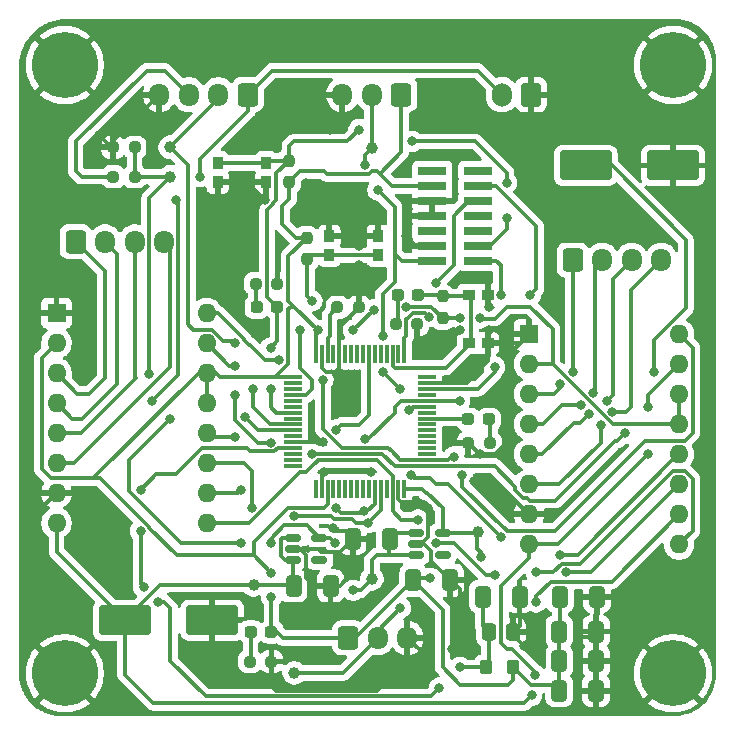
<source format=gbr>
%TF.GenerationSoftware,KiCad,Pcbnew,9.0.1*%
%TF.CreationDate,2025-05-19T14:00:56+02:00*%
%TF.ProjectId,1A_S6_Projet,31415f53-365f-4507-926f-6a65742e6b69,rev?*%
%TF.SameCoordinates,Original*%
%TF.FileFunction,Copper,L1,Top*%
%TF.FilePolarity,Positive*%
%FSLAX46Y46*%
G04 Gerber Fmt 4.6, Leading zero omitted, Abs format (unit mm)*
G04 Created by KiCad (PCBNEW 9.0.1) date 2025-05-19 14:00:56*
%MOMM*%
%LPD*%
G01*
G04 APERTURE LIST*
G04 Aperture macros list*
%AMRoundRect*
0 Rectangle with rounded corners*
0 $1 Rounding radius*
0 $2 $3 $4 $5 $6 $7 $8 $9 X,Y pos of 4 corners*
0 Add a 4 corners polygon primitive as box body*
4,1,4,$2,$3,$4,$5,$6,$7,$8,$9,$2,$3,0*
0 Add four circle primitives for the rounded corners*
1,1,$1+$1,$2,$3*
1,1,$1+$1,$4,$5*
1,1,$1+$1,$6,$7*
1,1,$1+$1,$8,$9*
0 Add four rect primitives between the rounded corners*
20,1,$1+$1,$2,$3,$4,$5,0*
20,1,$1+$1,$4,$5,$6,$7,0*
20,1,$1+$1,$6,$7,$8,$9,0*
20,1,$1+$1,$8,$9,$2,$3,0*%
G04 Aperture macros list end*
%TA.AperFunction,SMDPad,CuDef*%
%ADD10RoundRect,0.250000X-0.412500X-0.650000X0.412500X-0.650000X0.412500X0.650000X-0.412500X0.650000X0*%
%TD*%
%TA.AperFunction,SMDPad,CuDef*%
%ADD11R,2.400000X0.740000*%
%TD*%
%TA.AperFunction,SMDPad,CuDef*%
%ADD12C,1.000000*%
%TD*%
%TA.AperFunction,SMDPad,CuDef*%
%ADD13RoundRect,0.150000X-0.512500X-0.150000X0.512500X-0.150000X0.512500X0.150000X-0.512500X0.150000X0*%
%TD*%
%TA.AperFunction,SMDPad,CuDef*%
%ADD14RoundRect,0.237500X-0.250000X-0.237500X0.250000X-0.237500X0.250000X0.237500X-0.250000X0.237500X0*%
%TD*%
%TA.AperFunction,SMDPad,CuDef*%
%ADD15R,0.900000X1.000000*%
%TD*%
%TA.AperFunction,SMDPad,CuDef*%
%ADD16RoundRect,0.237500X-0.237500X0.250000X-0.237500X-0.250000X0.237500X-0.250000X0.237500X0.250000X0*%
%TD*%
%TA.AperFunction,ComponentPad*%
%ADD17RoundRect,0.250000X0.600000X0.725000X-0.600000X0.725000X-0.600000X-0.725000X0.600000X-0.725000X0*%
%TD*%
%TA.AperFunction,ComponentPad*%
%ADD18O,1.700000X1.950000*%
%TD*%
%TA.AperFunction,ComponentPad*%
%ADD19C,5.600000*%
%TD*%
%TA.AperFunction,SMDPad,CuDef*%
%ADD20RoundRect,0.237500X-0.287500X-0.237500X0.287500X-0.237500X0.287500X0.237500X-0.287500X0.237500X0*%
%TD*%
%TA.AperFunction,SMDPad,CuDef*%
%ADD21RoundRect,0.250000X-1.950000X-1.000000X1.950000X-1.000000X1.950000X1.000000X-1.950000X1.000000X0*%
%TD*%
%TA.AperFunction,SMDPad,CuDef*%
%ADD22RoundRect,0.250000X-0.337500X-0.475000X0.337500X-0.475000X0.337500X0.475000X-0.337500X0.475000X0*%
%TD*%
%TA.AperFunction,ComponentPad*%
%ADD23R,1.600000X1.600000*%
%TD*%
%TA.AperFunction,ComponentPad*%
%ADD24O,1.600000X1.600000*%
%TD*%
%TA.AperFunction,SMDPad,CuDef*%
%ADD25RoundRect,0.250000X-0.275000X-0.350000X0.275000X-0.350000X0.275000X0.350000X-0.275000X0.350000X0*%
%TD*%
%TA.AperFunction,SMDPad,CuDef*%
%ADD26RoundRect,0.237500X0.237500X-0.250000X0.237500X0.250000X-0.237500X0.250000X-0.237500X-0.250000X0*%
%TD*%
%TA.AperFunction,SMDPad,CuDef*%
%ADD27RoundRect,0.250000X0.412500X0.650000X-0.412500X0.650000X-0.412500X-0.650000X0.412500X-0.650000X0*%
%TD*%
%TA.AperFunction,ComponentPad*%
%ADD28RoundRect,0.250000X-0.600000X-0.725000X0.600000X-0.725000X0.600000X0.725000X-0.600000X0.725000X0*%
%TD*%
%TA.AperFunction,SMDPad,CuDef*%
%ADD29RoundRect,0.237500X0.250000X0.237500X-0.250000X0.237500X-0.250000X-0.237500X0.250000X-0.237500X0*%
%TD*%
%TA.AperFunction,SMDPad,CuDef*%
%ADD30RoundRect,0.237500X0.287500X0.237500X-0.287500X0.237500X-0.287500X-0.237500X0.287500X-0.237500X0*%
%TD*%
%TA.AperFunction,SMDPad,CuDef*%
%ADD31R,1.000000X0.900000*%
%TD*%
%TA.AperFunction,SMDPad,CuDef*%
%ADD32RoundRect,0.075000X-0.700000X-0.075000X0.700000X-0.075000X0.700000X0.075000X-0.700000X0.075000X0*%
%TD*%
%TA.AperFunction,SMDPad,CuDef*%
%ADD33RoundRect,0.075000X-0.075000X-0.700000X0.075000X-0.700000X0.075000X0.700000X-0.075000X0.700000X0*%
%TD*%
%TA.AperFunction,ComponentPad*%
%ADD34RoundRect,0.250000X0.600000X0.750000X-0.600000X0.750000X-0.600000X-0.750000X0.600000X-0.750000X0*%
%TD*%
%TA.AperFunction,ComponentPad*%
%ADD35O,1.700000X2.000000*%
%TD*%
%TA.AperFunction,ViaPad*%
%ADD36C,0.800000*%
%TD*%
%TA.AperFunction,Conductor*%
%ADD37C,0.300000*%
%TD*%
%TA.AperFunction,Conductor*%
%ADD38C,0.250000*%
%TD*%
G04 APERTURE END LIST*
D10*
%TO.P,C4,1*%
%TO.N,+3.3VA*%
X160455000Y-107040000D03*
%TO.P,C4,2*%
%TO.N,GND*%
X163580000Y-107040000D03*
%TD*%
D11*
%TO.P,J3,1,Pin_1*%
%TO.N,unconnected-(J3-Pin_1-Pad1)*%
X156180000Y-71000000D03*
%TO.P,J3,2,Pin_2*%
%TO.N,unconnected-(J3-Pin_2-Pad2)*%
X160080000Y-71000000D03*
%TO.P,J3,3,Pin_3*%
%TO.N,+3.3V*%
X156180000Y-72270000D03*
%TO.P,J3,4,Pin_4*%
%TO.N,SWDIO*%
X160080000Y-72270000D03*
%TO.P,J3,5,Pin_5*%
%TO.N,GND*%
X156180000Y-73540000D03*
%TO.P,J3,6,Pin_6*%
%TO.N,SWOCK*%
X160080000Y-73540000D03*
%TO.P,J3,7,Pin_7*%
%TO.N,GND*%
X156180000Y-74810000D03*
%TO.P,J3,8,Pin_8*%
%TO.N,unconnected-(J3-Pin_8-Pad8)*%
X160080000Y-74810000D03*
%TO.P,J3,9,Pin_9*%
%TO.N,unconnected-(J3-Pin_9-Pad9)*%
X156180000Y-76080000D03*
%TO.P,J3,10,Pin_10*%
%TO.N,unconnected-(J3-Pin_10-Pad10)*%
X160080000Y-76080000D03*
%TO.P,J3,11,Pin_11*%
%TO.N,GND*%
X156180000Y-77350000D03*
%TO.P,J3,12,Pin_12*%
%TO.N,NRST*%
X160080000Y-77350000D03*
%TO.P,J3,13,Pin_13*%
%TO.N,USART2_RX*%
X156180000Y-78620000D03*
%TO.P,J3,14,Pin_14*%
%TO.N,USART2_TX*%
X160080000Y-78620000D03*
%TD*%
D12*
%TO.P,TP2,1,1*%
%TO.N,USART2_RX*%
X151080000Y-69040000D03*
%TD*%
D10*
%TO.P,C12,1*%
%TO.N,+3.3V*%
X166937500Y-115000000D03*
%TO.P,C12,2*%
%TO.N,GND*%
X170062500Y-115000000D03*
%TD*%
D13*
%TO.P,U2,1,VIN*%
%TO.N,+5V*%
X154805000Y-101640000D03*
%TO.P,U2,2,GND*%
%TO.N,GND*%
X154805000Y-102590000D03*
%TO.P,U2,3,~{SHDN}*%
%TO.N,+5V*%
X154805000Y-103540000D03*
%TO.P,U2,4,NC*%
%TO.N,unconnected-(U2-NC-Pad4)*%
X157080000Y-103540000D03*
%TO.P,U2,5,VOUT*%
%TO.N,+3.3V*%
X157080000Y-101640000D03*
%TD*%
D14*
%TO.P,R6,1*%
%TO.N,Net-(U1-PB9)*%
X148167500Y-82540000D03*
%TO.P,R6,2*%
%TO.N,GND*%
X149992500Y-82540000D03*
%TD*%
D15*
%TO.P,SW1,1,1*%
%TO.N,GND*%
X142130000Y-71927500D03*
X138030000Y-71927500D03*
%TO.P,SW1,2,2*%
%TO.N,NRST*%
X142130000Y-70327500D03*
X138030000Y-70327500D03*
%TD*%
D14*
%TO.P,R10,1*%
%TO.N,Net-(D4-K)*%
X140755000Y-112540000D03*
%TO.P,R10,2*%
%TO.N,GND*%
X142580000Y-112540000D03*
%TD*%
D12*
%TO.P,TP5,1,1*%
%TO.N,+5V*%
X151080000Y-105540000D03*
%TD*%
%TO.P,TP4,1,1*%
%TO.N,ECHO*%
X134000000Y-71500000D03*
%TD*%
%TO.P,TP6,1,1*%
%TO.N,+3.3V*%
X160080000Y-101540000D03*
%TD*%
D16*
%TO.P,R11,1*%
%TO.N,+3.3V*%
X145580000Y-76640000D03*
%TO.P,R11,2*%
%TO.N,Net-(SW2-B)*%
X145580000Y-78465000D03*
%TD*%
D15*
%TO.P,SW2,1,A*%
%TO.N,GND*%
X147480000Y-76540000D03*
X151580000Y-76540000D03*
%TO.P,SW2,2,B*%
%TO.N,Net-(SW2-B)*%
X147480000Y-78140000D03*
X151580000Y-78140000D03*
%TD*%
D17*
%TO.P,J4,1,Pin_1*%
%TO.N,+5V*%
X140580000Y-64540000D03*
D18*
%TO.P,J4,2,Pin_2*%
%TO.N,TRIG*%
X138080000Y-64540000D03*
%TO.P,J4,3,Pin_3*%
%TO.N,Net-(J4-Pin_3)*%
X135580000Y-64540000D03*
%TO.P,J4,4,Pin_4*%
%TO.N,GND*%
X133080000Y-64540000D03*
%TD*%
D10*
%TO.P,C10,1*%
%TO.N,+12V*%
X144455000Y-106140000D03*
%TO.P,C10,2*%
%TO.N,GND*%
X147580000Y-106140000D03*
%TD*%
D19*
%TO.P,H3,1,1*%
%TO.N,GND*%
X176580000Y-113540000D03*
%TD*%
D12*
%TO.P,TP1,1,1*%
%TO.N,USART2_TX*%
X144500000Y-113500000D03*
%TD*%
D14*
%TO.P,R2,1*%
%TO.N,GND*%
X129175000Y-69000000D03*
%TO.P,R2,2*%
%TO.N,ECHO*%
X131000000Y-69000000D03*
%TD*%
D20*
%TO.P,D5,1,K*%
%TO.N,Net-(D5-K)*%
X153255000Y-81540000D03*
%TO.P,D5,2,A*%
%TO.N,LED_MODE*%
X155005000Y-81540000D03*
%TD*%
D21*
%TO.P,C1,1*%
%TO.N,+12V*%
X130180000Y-109040000D03*
%TO.P,C1,2*%
%TO.N,GND*%
X137580000Y-109040000D03*
%TD*%
D22*
%TO.P,C5,1*%
%TO.N,+3.3VA*%
X160980000Y-110040000D03*
%TO.P,C5,2*%
%TO.N,GND*%
X163055000Y-110040000D03*
%TD*%
D14*
%TO.P,R8,1*%
%TO.N,Net-(D2-K)*%
X141255000Y-80540000D03*
%TO.P,R8,2*%
%TO.N,GND*%
X143080000Y-80540000D03*
%TD*%
D23*
%TO.P,A1,1,GND*%
%TO.N,GND*%
X164380000Y-84840000D03*
D24*
%TO.P,A1,2,VDD*%
%TO.N,+3.3V*%
X164380000Y-87380000D03*
%TO.P,A1,3,1B*%
%TO.N,Net-(A1-1B)*%
X164380000Y-89920000D03*
%TO.P,A1,4,1A*%
%TO.N,Net-(A1-1A)*%
X164380000Y-92460000D03*
%TO.P,A1,5,2A*%
%TO.N,Net-(A1-2A)*%
X164380000Y-95000000D03*
%TO.P,A1,6,2B*%
%TO.N,Net-(A1-2B)*%
X164380000Y-97540000D03*
%TO.P,A1,7,GND*%
%TO.N,GND*%
X164380000Y-100080000D03*
%TO.P,A1,8,VMOT*%
%TO.N,+12V*%
X164380000Y-102620000D03*
%TO.P,A1,9,~{ENABLE}*%
%TO.N,ENABLE*%
X177080000Y-102620000D03*
%TO.P,A1,10,MS1*%
%TO.N,MS1*%
X177080000Y-100080000D03*
%TO.P,A1,11,MS2*%
%TO.N,MS2*%
X177080000Y-97540000D03*
%TO.P,A1,12,MS3*%
%TO.N,MS3*%
X177080000Y-95000000D03*
%TO.P,A1,13,~{RESET}*%
%TO.N,+3.3V*%
X177080000Y-92460000D03*
%TO.P,A1,14,~{SLEEP}*%
X177080000Y-89920000D03*
%TO.P,A1,15,STEP*%
%TO.N,STEP*%
X177080000Y-87380000D03*
%TO.P,A1,16,DIR*%
%TO.N,DIR*%
X177080000Y-84840000D03*
%TD*%
D19*
%TO.P,H2,1,1*%
%TO.N,GND*%
X176580000Y-62040000D03*
%TD*%
D10*
%TO.P,C11,1*%
%TO.N,+3.3V*%
X166955000Y-112500000D03*
%TO.P,C11,2*%
%TO.N,GND*%
X170080000Y-112500000D03*
%TD*%
D19*
%TO.P,H1,1,1*%
%TO.N,GND*%
X125080000Y-62040000D03*
%TD*%
D25*
%TO.P,L1,1,1*%
%TO.N,+3.3VA*%
X160717500Y-113040000D03*
%TO.P,L1,2,2*%
%TO.N,+3.3V*%
X163017500Y-113040000D03*
%TD*%
D10*
%TO.P,C9,1*%
%TO.N,+3.3V*%
X166955000Y-110000000D03*
%TO.P,C9,2*%
%TO.N,GND*%
X170080000Y-110000000D03*
%TD*%
%TO.P,C7,1*%
%TO.N,+3.3V*%
X154580000Y-105640000D03*
%TO.P,C7,2*%
%TO.N,GND*%
X157705000Y-105640000D03*
%TD*%
D17*
%TO.P,J2,1,Pin_1*%
%TO.N,+3.3V*%
X153580000Y-64540000D03*
D18*
%TO.P,J2,2,Pin_2*%
%TO.N,USART2_RX*%
X151080000Y-64540000D03*
%TO.P,J2,3,Pin_3*%
%TO.N,GND*%
X148580000Y-64540000D03*
%TD*%
D23*
%TO.P,A2,1,GND*%
%TO.N,GND*%
X124380000Y-83040000D03*
D24*
%TO.P,A2,2,VDD*%
%TO.N,+3.3V*%
X124380000Y-85580000D03*
%TO.P,A2,3,1B*%
%TO.N,Net-(A2-1B)*%
X124380000Y-88120000D03*
%TO.P,A2,4,1A*%
%TO.N,Net-(A2-1A)*%
X124380000Y-90660000D03*
%TO.P,A2,5,2A*%
%TO.N,Net-(A2-2A)*%
X124380000Y-93200000D03*
%TO.P,A2,6,2B*%
%TO.N,Net-(A2-2B)*%
X124380000Y-95740000D03*
%TO.P,A2,7,GND*%
%TO.N,GND*%
X124380000Y-98280000D03*
%TO.P,A2,8,VMOT*%
%TO.N,+12V*%
X124380000Y-100820000D03*
%TO.P,A2,9,~{ENABLE}*%
%TO.N,ENABLE*%
X137080000Y-100820000D03*
%TO.P,A2,10,MS1*%
%TO.N,MS1*%
X137080000Y-98280000D03*
%TO.P,A2,11,MS2*%
%TO.N,MS2*%
X137080000Y-95740000D03*
%TO.P,A2,12,MS3*%
%TO.N,MS3*%
X137080000Y-93200000D03*
%TO.P,A2,13,~{RESET}*%
%TO.N,+3.3V*%
X137080000Y-90660000D03*
%TO.P,A2,14,~{SLEEP}*%
X137080000Y-88120000D03*
%TO.P,A2,15,STEP*%
%TO.N,STEP*%
X137080000Y-85580000D03*
%TO.P,A2,16,DIR*%
%TO.N,DIR*%
X137080000Y-83040000D03*
%TD*%
D14*
%TO.P,R4,1*%
%TO.N,Net-(D5-K)*%
X153087500Y-84000000D03*
%TO.P,R4,2*%
%TO.N,GND*%
X154912500Y-84000000D03*
%TD*%
%TO.P,R3,1*%
%TO.N,Net-(J4-Pin_3)*%
X129175000Y-71500000D03*
%TO.P,R3,2*%
%TO.N,ECHO*%
X131000000Y-71500000D03*
%TD*%
D26*
%TO.P,R12,1*%
%TO.N,+3.3V*%
X144080000Y-71952500D03*
%TO.P,R12,2*%
%TO.N,NRST*%
X144080000Y-70127500D03*
%TD*%
D12*
%TO.P,TP3,1,1*%
%TO.N,TRIG*%
X134000000Y-69000000D03*
%TD*%
D10*
%TO.P,C6,1*%
%TO.N,+3.3V*%
X167017500Y-107040000D03*
%TO.P,C6,2*%
%TO.N,GND*%
X170142500Y-107040000D03*
%TD*%
D12*
%TO.P,TP7,1,1*%
%TO.N,+12V*%
X141080000Y-106040000D03*
%TD*%
D27*
%TO.P,C8,1*%
%TO.N,+5V*%
X152580000Y-102140000D03*
%TO.P,C8,2*%
%TO.N,GND*%
X149455000Y-102140000D03*
%TD*%
D28*
%TO.P,J6,1,Pin_1*%
%TO.N,Net-(A1-1B)*%
X168080000Y-78540000D03*
D18*
%TO.P,J6,2,Pin_2*%
%TO.N,Net-(A1-1A)*%
X170580000Y-78540000D03*
%TO.P,J6,3,Pin_3*%
%TO.N,Net-(A1-2A)*%
X173080000Y-78540000D03*
%TO.P,J6,4,Pin_4*%
%TO.N,Net-(A1-2B)*%
X175580000Y-78540000D03*
%TD*%
D26*
%TO.P,R7,1*%
%TO.N,+3.3V*%
X157080000Y-83452500D03*
%TO.P,R7,2*%
%TO.N,LED_MODE*%
X157080000Y-81627500D03*
%TD*%
D29*
%TO.P,R1,1*%
%TO.N,Net-(D1-K)*%
X161080000Y-94040000D03*
%TO.P,R1,2*%
%TO.N,GND*%
X159255000Y-94040000D03*
%TD*%
D30*
%TO.P,D1,1,K*%
%TO.N,Net-(D1-K)*%
X161005000Y-92040000D03*
%TO.P,D1,2,A*%
%TO.N,LED_STATUS*%
X159255000Y-92040000D03*
%TD*%
D20*
%TO.P,D2,1,K*%
%TO.N,Net-(D2-K)*%
X141330000Y-82540000D03*
%TO.P,D2,2,A*%
%TO.N,NRST*%
X143080000Y-82540000D03*
%TD*%
D31*
%TO.P,SW3,1,1*%
%TO.N,GND*%
X160880000Y-81490000D03*
X160880000Y-85590000D03*
%TO.P,SW3,2,2*%
%TO.N,LED_MODE*%
X159280000Y-81490000D03*
X159280000Y-85590000D03*
%TD*%
D20*
%TO.P,D4,1,K*%
%TO.N,Net-(D4-K)*%
X140830000Y-110040000D03*
%TO.P,D4,2,A*%
%TO.N,+3.3V*%
X142580000Y-110040000D03*
%TD*%
D32*
%TO.P,U1,1,VBAT*%
%TO.N,+3.3V*%
X144405000Y-88465000D03*
%TO.P,U1,2,PC13*%
%TO.N,unconnected-(U1-PC13-Pad2)*%
X144405000Y-88965000D03*
%TO.P,U1,3,PC14*%
%TO.N,unconnected-(U1-PC14-Pad3)*%
X144405000Y-89465000D03*
%TO.P,U1,4,PC15*%
%TO.N,Net-(SW2-B)*%
X144405000Y-89965000D03*
%TO.P,U1,5,PH0*%
%TO.N,unconnected-(U1-PH0-Pad5)*%
X144405000Y-90465000D03*
%TO.P,U1,6,PH1*%
%TO.N,unconnected-(U1-PH1-Pad6)*%
X144405000Y-90965000D03*
%TO.P,U1,7,NRST*%
%TO.N,NRST*%
X144405000Y-91465000D03*
%TO.P,U1,8,PC0*%
%TO.N,unconnected-(U1-PC0-Pad8)*%
X144405000Y-91965000D03*
%TO.P,U1,9,PC1*%
%TO.N,TRIG*%
X144405000Y-92465000D03*
%TO.P,U1,10,PC2*%
%TO.N,ECHO*%
X144405000Y-92965000D03*
%TO.P,U1,11,PC3*%
%TO.N,unconnected-(U1-PC3-Pad11)*%
X144405000Y-93465000D03*
%TO.P,U1,12,VSSA*%
%TO.N,GND*%
X144405000Y-93965000D03*
%TO.P,U1,13,VDDA*%
%TO.N,+3.3VA*%
X144405000Y-94465000D03*
%TO.P,U1,14,PA0*%
%TO.N,unconnected-(U1-PA0-Pad14)*%
X144405000Y-94965000D03*
%TO.P,U1,15,PA1*%
%TO.N,ADC_IN1*%
X144405000Y-95465000D03*
%TO.P,U1,16,PA2*%
%TO.N,unconnected-(U1-PA2-Pad16)*%
X144405000Y-95965000D03*
D33*
%TO.P,U1,17,PA3*%
%TO.N,DAC_nLDAC*%
X146330000Y-97890000D03*
%TO.P,U1,18,VSS*%
%TO.N,GND*%
X146830000Y-97890000D03*
%TO.P,U1,19,VDD*%
%TO.N,+3.3V*%
X147330000Y-97890000D03*
%TO.P,U1,20,PA4*%
%TO.N,DAC_nCS*%
X147830000Y-97890000D03*
%TO.P,U1,21,PA5*%
%TO.N,unconnected-(U1-PA5-Pad21)*%
X148330000Y-97890000D03*
%TO.P,U1,22,PA6*%
%TO.N,SPI1_SCK*%
X148830000Y-97890000D03*
%TO.P,U1,23,PA7*%
%TO.N,SPI1_MOSI*%
X149330000Y-97890000D03*
%TO.P,U1,24,PC4*%
%TO.N,unconnected-(U1-PC4-Pad24)*%
X149830000Y-97890000D03*
%TO.P,U1,25,PC5*%
%TO.N,unconnected-(U1-PC5-Pad25)*%
X150330000Y-97890000D03*
%TO.P,U1,26,PB0*%
%TO.N,unconnected-(U1-PB0-Pad26)*%
X150830000Y-97890000D03*
%TO.P,U1,27,PB1*%
%TO.N,MS1*%
X151330000Y-97890000D03*
%TO.P,U1,28,PB2*%
%TO.N,MS2*%
X151830000Y-97890000D03*
%TO.P,U1,29,PB10*%
%TO.N,unconnected-(U1-PB10-Pad29)*%
X152330000Y-97890000D03*
%TO.P,U1,30,PB11*%
%TO.N,ENABLE*%
X152830000Y-97890000D03*
%TO.P,U1,31,VSS*%
%TO.N,GND*%
X153330000Y-97890000D03*
%TO.P,U1,32,VDD*%
%TO.N,+3.3V*%
X153830000Y-97890000D03*
D32*
%TO.P,U1,33,PB12*%
%TO.N,STEP*%
X155755000Y-95965000D03*
%TO.P,U1,34,PB13*%
%TO.N,DIR*%
X155755000Y-95465000D03*
%TO.P,U1,35,PB14*%
%TO.N,unconnected-(U1-PB14-Pad35)*%
X155755000Y-94965000D03*
%TO.P,U1,36,PB15*%
%TO.N,unconnected-(U1-PB15-Pad36)*%
X155755000Y-94465000D03*
%TO.P,U1,37,PC6*%
%TO.N,unconnected-(U1-PC6-Pad37)*%
X155755000Y-93965000D03*
%TO.P,U1,38,PC7*%
%TO.N,unconnected-(U1-PC7-Pad38)*%
X155755000Y-93465000D03*
%TO.P,U1,39,PC8*%
%TO.N,unconnected-(U1-PC8-Pad39)*%
X155755000Y-92965000D03*
%TO.P,U1,40,PC9*%
%TO.N,unconnected-(U1-PC9-Pad40)*%
X155755000Y-92465000D03*
%TO.P,U1,41,PA8*%
%TO.N,LED_STATUS*%
X155755000Y-91965000D03*
%TO.P,U1,42,PA9*%
%TO.N,unconnected-(U1-PA9-Pad42)*%
X155755000Y-91465000D03*
%TO.P,U1,43,PA10*%
%TO.N,USART2_RX*%
X155755000Y-90965000D03*
%TO.P,U1,44,PA11*%
%TO.N,USART2_TX*%
X155755000Y-90465000D03*
%TO.P,U1,45,PA12*%
%TO.N,unconnected-(U1-PA12-Pad45)*%
X155755000Y-89965000D03*
%TO.P,U1,46,PA13*%
%TO.N,SWDIO*%
X155755000Y-89465000D03*
%TO.P,U1,47,VSS*%
%TO.N,GND*%
X155755000Y-88965000D03*
%TO.P,U1,48,VDDUSB*%
%TO.N,unconnected-(U1-VDDUSB-Pad48)*%
X155755000Y-88465000D03*
D33*
%TO.P,U1,49,PA14*%
%TO.N,SWOCK*%
X153830000Y-86540000D03*
%TO.P,U1,50,PA15*%
%TO.N,unconnected-(U1-PA15-Pad50)*%
X153330000Y-86540000D03*
%TO.P,U1,51,PC10*%
%TO.N,LED_MODE*%
X152830000Y-86540000D03*
%TO.P,U1,52,PC11*%
%TO.N,unconnected-(U1-PC11-Pad52)*%
X152330000Y-86540000D03*
%TO.P,U1,53,PC12*%
%TO.N,unconnected-(U1-PC12-Pad53)*%
X151830000Y-86540000D03*
%TO.P,U1,54,PD2*%
%TO.N,unconnected-(U1-PD2-Pad54)*%
X151330000Y-86540000D03*
%TO.P,U1,55,PB3*%
%TO.N,MS3*%
X150830000Y-86540000D03*
%TO.P,U1,56,PB4*%
%TO.N,unconnected-(U1-PB4-Pad56)*%
X150330000Y-86540000D03*
%TO.P,U1,57,PB5*%
%TO.N,unconnected-(U1-PB5-Pad57)*%
X149830000Y-86540000D03*
%TO.P,U1,58,PB6*%
%TO.N,unconnected-(U1-PB6-Pad58)*%
X149330000Y-86540000D03*
%TO.P,U1,59,PB7*%
%TO.N,unconnected-(U1-PB7-Pad59)*%
X148830000Y-86540000D03*
%TO.P,U1,60,BOOT0*%
%TO.N,GND*%
X148330000Y-86540000D03*
%TO.P,U1,61,PB8*%
%TO.N,unconnected-(U1-PB8-Pad61)*%
X147830000Y-86540000D03*
%TO.P,U1,62,PB9*%
%TO.N,Net-(U1-PB9)*%
X147330000Y-86540000D03*
%TO.P,U1,63,VSS*%
%TO.N,GND*%
X146830000Y-86540000D03*
%TO.P,U1,64,VDD*%
%TO.N,+3.3V*%
X146330000Y-86540000D03*
%TD*%
D28*
%TO.P,J7,1,Pin_1*%
%TO.N,Net-(A2-1B)*%
X126000000Y-77000000D03*
D18*
%TO.P,J7,2,Pin_2*%
%TO.N,Net-(A2-1A)*%
X128500000Y-77000000D03*
%TO.P,J7,3,Pin_3*%
%TO.N,Net-(A2-2A)*%
X131000000Y-77000000D03*
%TO.P,J7,4,Pin_4*%
%TO.N,Net-(A2-2B)*%
X133500000Y-77000000D03*
%TD*%
D13*
%TO.P,U4,1,VIN*%
%TO.N,+12V*%
X144362500Y-102050000D03*
%TO.P,U4,2,GND*%
%TO.N,GND*%
X144362500Y-103000000D03*
%TO.P,U4,3,~{SHDN}*%
%TO.N,+12V*%
X144362500Y-103950000D03*
%TO.P,U4,4,NC*%
%TO.N,unconnected-(U4-NC-Pad4)*%
X146637500Y-103950000D03*
%TO.P,U4,5,VOUT*%
%TO.N,+5V*%
X146637500Y-102050000D03*
%TD*%
D28*
%TO.P,J1,1,Pin_1*%
%TO.N,+3.3V*%
X149080000Y-110540000D03*
D18*
%TO.P,J1,2,Pin_2*%
%TO.N,USART2_TX*%
X151580000Y-110540000D03*
%TO.P,J1,3,Pin_3*%
%TO.N,GND*%
X154080000Y-110540000D03*
%TD*%
D34*
%TO.P,J8,1,Pin_1*%
%TO.N,GND*%
X164580000Y-64540000D03*
D35*
%TO.P,J8,2,Pin_2*%
%TO.N,+5V*%
X162080000Y-64540000D03*
%TD*%
D19*
%TO.P,H4,1,1*%
%TO.N,GND*%
X125080000Y-113540000D03*
%TD*%
D21*
%TO.P,C2,1*%
%TO.N,+12V*%
X169180000Y-70540000D03*
%TO.P,C2,2*%
%TO.N,GND*%
X176580000Y-70540000D03*
%TD*%
D36*
%TO.N,MS3*%
X162000000Y-102000000D03*
X139500000Y-93500000D03*
X167000000Y-103500000D03*
X148061368Y-92938632D03*
X154386645Y-96715000D03*
%TO.N,MS1*%
X165000000Y-107500000D03*
X150440287Y-99831323D03*
X148002817Y-99501387D03*
X140000000Y-98000000D03*
%TO.N,GND*%
X128000000Y-68000000D03*
X164000000Y-111250000D03*
X155818500Y-99500000D03*
X158500000Y-84500000D03*
X154000000Y-76500000D03*
X126000000Y-67000000D03*
X146965000Y-93965000D03*
X159715000Y-97215000D03*
X145500000Y-72000000D03*
X156000000Y-111500000D03*
X149992500Y-77390000D03*
X143500000Y-77000000D03*
X161000000Y-84500000D03*
X151000000Y-96500000D03*
X149992500Y-79000000D03*
X168500000Y-110500000D03*
X160215000Y-95000000D03*
X147500000Y-67500000D03*
X147000000Y-96500000D03*
X157830000Y-111500000D03*
X147750000Y-101250000D03*
X142000000Y-73500000D03*
X161000000Y-82500000D03*
%TO.N,+3.3V*%
X158500000Y-83452500D03*
X156000000Y-105500000D03*
X142580000Y-105040000D03*
X151250000Y-82750000D03*
X160250000Y-83452500D03*
X160280331Y-103719669D03*
X149500000Y-84500000D03*
X154005000Y-82500000D03*
X142580000Y-107040000D03*
X146500000Y-84500000D03*
%TO.N,NRST*%
X150000000Y-67500000D03*
X142500000Y-89500000D03*
X142500000Y-86000000D03*
X162500000Y-75000000D03*
X162500000Y-72000000D03*
X154500000Y-68500000D03*
%TO.N,DIR*%
X146931418Y-88714319D03*
X158750000Y-96750000D03*
X158000000Y-95215000D03*
X143250000Y-87000000D03*
%TO.N,+5V*%
X148000000Y-102500000D03*
X134000000Y-92000000D03*
X142500000Y-102500000D03*
X140000000Y-102500000D03*
X136500000Y-71500000D03*
X149500000Y-106500000D03*
X132500000Y-90500000D03*
X134500000Y-73500000D03*
%TO.N,+3.3VA*%
X131500000Y-101500000D03*
X131500000Y-98000000D03*
X156790000Y-114790000D03*
X133000000Y-107500000D03*
X158540000Y-113040000D03*
X131750000Y-106250000D03*
%TO.N,Net-(A1-1A)*%
X169840331Y-89779669D03*
X168779669Y-90840331D03*
%TO.N,MS2*%
X144500000Y-100249999D03*
X140889669Y-99549669D03*
X167500000Y-105000000D03*
X150774000Y-100774000D03*
X156496483Y-102537359D03*
X161500000Y-105251000D03*
%TO.N,+12V*%
X164622930Y-115390000D03*
X174500000Y-95000000D03*
X164899791Y-113690000D03*
X175000000Y-88000000D03*
%TO.N,STEP*%
X139500000Y-90000000D03*
X174500000Y-91000000D03*
X146000000Y-95000000D03*
X139500000Y-87500000D03*
X142500000Y-94000000D03*
X172500000Y-93210000D03*
%TO.N,USART2_TX*%
X162000000Y-81500000D03*
X158500000Y-90500000D03*
X150500000Y-93714000D03*
X153500000Y-108000000D03*
%TO.N,ENABLE*%
X155000000Y-100560331D03*
X165000000Y-105000000D03*
%TO.N,Net-(SW2-B)*%
X146000000Y-82000000D03*
X145000000Y-84500000D03*
%TO.N,USART2_RX*%
X154250000Y-91250000D03*
X153500000Y-89500000D03*
X150500000Y-70500000D03*
X152000000Y-88000000D03*
X151589004Y-72607690D03*
X152000000Y-85000000D03*
%TO.N,SWDIO*%
X164500000Y-81500000D03*
X161466601Y-87587333D03*
%TO.N,ECHO*%
X140311000Y-91811000D03*
X132201000Y-88201000D03*
%TO.N,SWOCK*%
X156500000Y-80500000D03*
X155908419Y-83341581D03*
%TO.N,TRIG*%
X139469669Y-85530331D03*
X141000000Y-89500000D03*
%TO.N,Net-(A1-2A)*%
X171000000Y-90500000D03*
X169486778Y-91547440D03*
%TO.N,Net-(A1-1B)*%
X167009669Y-89070331D03*
X168080000Y-88000000D03*
%TO.N,Net-(A1-2B)*%
X170469669Y-92530331D03*
X171452451Y-91391789D03*
%TD*%
D37*
%TO.N,MS3*%
X177080000Y-95000000D02*
X177000000Y-95000000D01*
X148061368Y-92938632D02*
X148500000Y-92500000D01*
X138500000Y-93500000D02*
X139500000Y-93500000D01*
X168500000Y-103500000D02*
X167000000Y-103500000D01*
X154671645Y-97000000D02*
X156000000Y-97000000D01*
X154386645Y-96715000D02*
X154671645Y-97000000D01*
X137380000Y-93500000D02*
X138500000Y-93500000D01*
X157500000Y-97500000D02*
X162000000Y-102000000D01*
X148500000Y-92500000D02*
X150000000Y-92500000D01*
X137080000Y-93200000D02*
X137380000Y-93500000D01*
X177000000Y-95000000D02*
X168500000Y-103500000D01*
X156500000Y-97500000D02*
X157500000Y-97500000D01*
X150830000Y-91670000D02*
X150830000Y-86540000D01*
X150000000Y-92500000D02*
X150830000Y-91670000D01*
X156000000Y-97000000D02*
X156500000Y-97500000D01*
%TO.N,MS1*%
X148002817Y-99501387D02*
X148002817Y-99502817D01*
X137080000Y-98280000D02*
X139720000Y-98280000D01*
X151330000Y-99170000D02*
X151330000Y-97890000D01*
X166211000Y-105789000D02*
X171371000Y-105789000D01*
X148500000Y-100000000D02*
X150271610Y-100000000D01*
X150440287Y-99831323D02*
X150668677Y-99831323D01*
X171371000Y-105789000D02*
X177080000Y-100080000D01*
X150271610Y-100000000D02*
X150440287Y-99831323D01*
X165000000Y-107500000D02*
X165000000Y-107000000D01*
X165000000Y-107000000D02*
X166211000Y-105789000D01*
X139720000Y-98280000D02*
X140000000Y-98000000D01*
X150668677Y-99831323D02*
X151330000Y-99170000D01*
X148002817Y-99502817D02*
X148500000Y-100000000D01*
%TO.N,GND*%
X168500000Y-110500000D02*
X169580000Y-110500000D01*
X155040000Y-111500000D02*
X154080000Y-110540000D01*
X161015000Y-96715000D02*
X164380000Y-100080000D01*
X154805000Y-102590000D02*
X155230178Y-102590000D01*
X149992500Y-80000000D02*
X150000000Y-80007500D01*
X160880000Y-85590000D02*
X163630000Y-85590000D01*
X122500000Y-100160000D02*
X122500000Y-110960000D01*
X169580000Y-110500000D02*
X170080000Y-110000000D01*
X159097075Y-88965000D02*
X160000000Y-88062075D01*
X148344000Y-103251000D02*
X149455000Y-102140000D01*
X129175000Y-69000000D02*
X129000000Y-69000000D01*
X156180000Y-77350000D02*
X154850000Y-77350000D01*
X144362500Y-103000000D02*
X145000000Y-103000000D01*
X154484000Y-99016000D02*
X153576466Y-99016000D01*
X149455000Y-102140000D02*
X148815000Y-101500000D01*
X163580000Y-109515000D02*
X163055000Y-110040000D01*
X155755000Y-88965000D02*
X159097075Y-88965000D01*
X146140000Y-106140000D02*
X147580000Y-106140000D01*
X149455000Y-104955000D02*
X149455000Y-102140000D01*
X148000000Y-88000000D02*
X147160000Y-88000000D01*
X154500000Y-99000000D02*
X154484000Y-99016000D01*
X129000000Y-69000000D02*
X128000000Y-68000000D01*
X156066500Y-104001500D02*
X157705000Y-105640000D01*
X148330000Y-84202500D02*
X148516250Y-84016250D01*
X147160000Y-88000000D02*
X146830000Y-87670000D01*
X164380000Y-84840000D02*
X162500000Y-86720000D01*
X154850000Y-77350000D02*
X154000000Y-76500000D01*
X164000000Y-111250000D02*
X163442110Y-110692110D01*
X146965000Y-93965000D02*
X147000000Y-94000000D01*
X146500000Y-103000000D02*
X146751000Y-103251000D01*
X150000000Y-80007500D02*
X150000000Y-80500000D01*
X155500000Y-85500000D02*
X154912500Y-84912500D01*
X155467499Y-102590000D02*
X156066500Y-103189001D01*
X148330000Y-87670000D02*
X148000000Y-88000000D01*
X143080000Y-77420000D02*
X143500000Y-77000000D01*
X155500000Y-99000000D02*
X154500000Y-99000000D01*
X145000000Y-103000000D02*
X145500000Y-103500000D01*
X161000000Y-81610000D02*
X160880000Y-81490000D01*
X154912500Y-84912500D02*
X154912500Y-84000000D01*
X154805000Y-102590000D02*
X155467499Y-102590000D01*
X142130000Y-71927500D02*
X138030000Y-71927500D01*
X155230178Y-102590000D02*
X155818500Y-102001678D01*
X140427500Y-71927500D02*
X142000000Y-73500000D01*
X156066500Y-103189001D02*
X156066500Y-104001500D01*
X155818500Y-99318500D02*
X155500000Y-99000000D01*
X142500000Y-114500000D02*
X143000000Y-115000000D01*
X147000000Y-96500000D02*
X151000000Y-96500000D01*
X153576466Y-99016000D02*
X153331000Y-98770534D01*
X155818500Y-99500000D02*
X155818500Y-99318500D01*
X148330000Y-86540000D02*
X148330000Y-84202500D01*
X138030000Y-71927500D02*
X140427500Y-71927500D01*
X162500000Y-86720000D02*
X162500000Y-94000000D01*
X124380000Y-98280000D02*
X122500000Y-100160000D01*
X148000000Y-101500000D02*
X147750000Y-101250000D01*
X148815000Y-101500000D02*
X148000000Y-101500000D01*
X160000000Y-88062075D02*
X160000000Y-88000000D01*
X161500000Y-95000000D02*
X160215000Y-95000000D01*
X129175000Y-69000000D02*
X129175000Y-68445000D01*
X145500000Y-103500000D02*
X145500000Y-105500000D01*
X157830000Y-111500000D02*
X157830000Y-111420000D01*
X161500000Y-95000000D02*
X162500000Y-94000000D01*
X148360000Y-106140000D02*
X149500000Y-105000000D01*
X143000000Y-115000000D02*
X151500000Y-115000000D01*
X146830000Y-87670000D02*
X146830000Y-86540000D01*
X163442110Y-110500000D02*
X163055000Y-110112890D01*
X122500000Y-110960000D02*
X125080000Y-113540000D01*
X143080000Y-80540000D02*
X143080000Y-77420000D01*
X157500000Y-85500000D02*
X155500000Y-85500000D01*
X149992500Y-79000000D02*
X149992500Y-80000000D01*
X146751000Y-103251000D02*
X148344000Y-103251000D01*
X163630000Y-85590000D02*
X164380000Y-84840000D01*
X163580000Y-107040000D02*
X163580000Y-109515000D01*
X157830000Y-111420000D02*
X158500000Y-110750000D01*
X160215000Y-96715000D02*
X161015000Y-96715000D01*
X147580000Y-106140000D02*
X148360000Y-106140000D01*
D38*
X176580000Y-62040000D02*
X176580000Y-63039999D01*
D37*
X158500000Y-106435000D02*
X157705000Y-105640000D01*
X163442110Y-110692110D02*
X163442110Y-110500000D01*
X148330000Y-86540000D02*
X148330000Y-87670000D01*
X148580000Y-64540000D02*
X148580000Y-66420000D01*
X158500000Y-84500000D02*
X157500000Y-85500000D01*
X156000000Y-111500000D02*
X155040000Y-111500000D01*
X158500000Y-110750000D02*
X158500000Y-106435000D01*
X148516250Y-84016250D02*
X149992500Y-82540000D01*
X161000000Y-82500000D02*
X161000000Y-81610000D01*
X148580000Y-66420000D02*
X147500000Y-67500000D01*
X149992500Y-79000000D02*
X149992500Y-82540000D01*
X159255000Y-94040000D02*
X160215000Y-95000000D01*
X142500000Y-112620000D02*
X142500000Y-114500000D01*
X151500000Y-115000000D02*
X154080000Y-112420000D01*
X153330000Y-98799767D02*
X153330000Y-97890000D01*
X163055000Y-110112890D02*
X163055000Y-110040000D01*
X160000000Y-88000000D02*
X160880000Y-87120000D01*
X144362500Y-103000000D02*
X146500000Y-103000000D01*
X149500000Y-105000000D02*
X149455000Y-104955000D01*
X142580000Y-112540000D02*
X142500000Y-112620000D01*
X160880000Y-87120000D02*
X160880000Y-85590000D01*
X129175000Y-68445000D02*
X133080000Y-64540000D01*
X154080000Y-112420000D02*
X154080000Y-110540000D01*
X146830000Y-97890000D02*
X146830000Y-96670000D01*
X145500000Y-105500000D02*
X146140000Y-106140000D01*
X159715000Y-97215000D02*
X160215000Y-96715000D01*
X155818500Y-102001678D02*
X155818500Y-99500000D01*
X144405000Y-93965000D02*
X146965000Y-93965000D01*
X146830000Y-96670000D02*
X147000000Y-96500000D01*
%TO.N,+3.3V*%
X153830000Y-97890000D02*
X155327925Y-97890000D01*
X136409000Y-88120000D02*
X127500000Y-97029000D01*
X161500000Y-83500000D02*
X162500000Y-82500000D01*
X147330000Y-99170000D02*
X147000000Y-99500000D01*
X164380000Y-87380000D02*
X166380000Y-87380000D01*
X123129000Y-96258182D02*
X123899818Y-97029000D01*
X151750000Y-71250000D02*
X153580000Y-69420000D01*
X144000000Y-87312075D02*
X144000000Y-82720709D01*
X147000000Y-71000000D02*
X147251000Y-71251000D01*
X157080000Y-83452500D02*
X156127500Y-82500000D01*
X166380000Y-87380000D02*
X171460000Y-92460000D01*
X138225000Y-88465000D02*
X141000000Y-88465000D01*
X137080000Y-88120000D02*
X136409000Y-88120000D01*
X155751000Y-98251000D02*
X157080000Y-99580000D01*
X157080000Y-83452500D02*
X157096250Y-83436250D01*
X162580000Y-114540000D02*
X163017500Y-114102500D01*
X141000000Y-88465000D02*
X144405000Y-88465000D01*
X146330000Y-84670000D02*
X146330000Y-86540000D01*
X143501000Y-73951500D02*
X144080000Y-73372500D01*
X144640000Y-76640000D02*
X143501000Y-75501000D01*
X134540000Y-103540000D02*
X141080000Y-103540000D01*
X154580000Y-105640000D02*
X149680000Y-110540000D01*
X166955000Y-112040000D02*
X166955000Y-114540000D01*
X171460000Y-92460000D02*
X177080000Y-92460000D01*
X160297500Y-83500000D02*
X161500000Y-83500000D01*
X141000000Y-88465000D02*
X142847075Y-88465000D01*
X142580000Y-110040000D02*
X142580000Y-107040000D01*
X157080000Y-108140000D02*
X157080000Y-113040000D01*
X137080000Y-88120000D02*
X137880000Y-88120000D01*
X137080000Y-90660000D02*
X137080000Y-88120000D01*
X154720000Y-105500000D02*
X154580000Y-105640000D01*
X166380000Y-84380000D02*
X166380000Y-87380000D01*
X151500000Y-71000000D02*
X151750000Y-71250000D01*
X144000000Y-99500000D02*
X141080000Y-102420000D01*
X143540000Y-110540000D02*
X149080000Y-110540000D01*
X153830000Y-97890000D02*
X153830000Y-98390000D01*
X153580000Y-69420000D02*
X153580000Y-64540000D01*
X147251000Y-71251000D02*
X150811075Y-71251000D01*
X144220709Y-82500000D02*
X144500000Y-82500000D01*
X144080000Y-71952500D02*
X145032500Y-71000000D01*
X177080000Y-92460000D02*
X177080000Y-89920000D01*
X160250000Y-83452500D02*
X160297500Y-83500000D01*
X144000000Y-82000000D02*
X144000000Y-78220000D01*
X150811075Y-71251000D02*
X151062075Y-71000000D01*
X158580000Y-114540000D02*
X162580000Y-114540000D01*
X128029000Y-97029000D02*
X131749000Y-100749000D01*
X167017500Y-107040000D02*
X167017500Y-109477500D01*
X163017500Y-114102500D02*
X163017500Y-113040000D01*
X127000000Y-97029000D02*
X128029000Y-97029000D01*
X157080000Y-83452500D02*
X158500000Y-83452500D01*
X157080000Y-113040000D02*
X158580000Y-114540000D01*
X160452500Y-83452500D02*
X160250000Y-83452500D01*
X123129000Y-86831000D02*
X123129000Y-96258182D01*
X146500000Y-84500000D02*
X146330000Y-84670000D01*
X123899818Y-97029000D02*
X127000000Y-97029000D01*
X144080000Y-73372500D02*
X144080000Y-71952500D01*
X155688925Y-98251000D02*
X155751000Y-98251000D01*
X166955000Y-114540000D02*
X164517500Y-114540000D01*
X144000000Y-82720709D02*
X144220709Y-82500000D01*
X142847075Y-88465000D02*
X144000000Y-87312075D01*
X143501000Y-75501000D02*
X143501000Y-73951500D01*
X164517500Y-114540000D02*
X163017500Y-113040000D01*
X145032500Y-71000000D02*
X147000000Y-71000000D01*
X137880000Y-88120000D02*
X138225000Y-88465000D01*
X159980000Y-102980000D02*
X159980000Y-101640000D01*
X142580000Y-110040000D02*
X143040000Y-110040000D01*
X151062075Y-71000000D02*
X151500000Y-71000000D01*
X157080000Y-101640000D02*
X159980000Y-101640000D01*
X154580000Y-105640000D02*
X156970000Y-108030000D01*
X160280331Y-103719669D02*
X160280331Y-103280331D01*
X164500000Y-82500000D02*
X166380000Y-84380000D01*
X155327925Y-97890000D02*
X155688925Y-98251000D01*
X151250000Y-82750000D02*
X149500000Y-84500000D01*
X132251000Y-101251000D02*
X134540000Y-103540000D01*
X142580000Y-105040000D02*
X141080000Y-103540000D01*
X149680000Y-110540000D02*
X149080000Y-110540000D01*
X152770000Y-72270000D02*
X156180000Y-72270000D01*
X127000000Y-97029000D02*
X127500000Y-97029000D01*
X160280331Y-103280331D02*
X159980000Y-102980000D01*
X144500000Y-82500000D02*
X144000000Y-82000000D01*
X131749000Y-100749000D02*
X131811075Y-100749000D01*
X151750000Y-71250000D02*
X152770000Y-72270000D01*
X146500000Y-84500000D02*
X144500000Y-82500000D01*
X144000000Y-78220000D02*
X145580000Y-76640000D01*
X156000000Y-105500000D02*
X154720000Y-105500000D01*
X131811075Y-100749000D02*
X132251000Y-101188925D01*
X162500000Y-82500000D02*
X164500000Y-82500000D01*
X156970000Y-108030000D02*
X157080000Y-108140000D01*
X167017500Y-109477500D02*
X166955000Y-109540000D01*
X147330000Y-97890000D02*
X147330000Y-99170000D01*
X159980000Y-101640000D02*
X160080000Y-101540000D01*
X143040000Y-110040000D02*
X143540000Y-110540000D01*
X145580000Y-76640000D02*
X144640000Y-76640000D01*
X141080000Y-102420000D02*
X141080000Y-103540000D01*
X147000000Y-99500000D02*
X144000000Y-99500000D01*
X156127500Y-82500000D02*
X154005000Y-82500000D01*
X124380000Y-85580000D02*
X123129000Y-86831000D01*
X166955000Y-109540000D02*
X166955000Y-112040000D01*
X157080000Y-99580000D02*
X157080000Y-101640000D01*
X132251000Y-101188925D02*
X132251000Y-101251000D01*
%TO.N,NRST*%
X162500000Y-71148000D02*
X159852000Y-68500000D01*
X144080000Y-70127500D02*
X144080000Y-68920000D01*
X143080000Y-82540000D02*
X143080000Y-85420000D01*
X144080000Y-68920000D02*
X144500000Y-68500000D01*
X162500000Y-75932000D02*
X162500000Y-75000000D01*
X142330000Y-70127500D02*
X142130000Y-70327500D01*
X159852000Y-68500000D02*
X154500000Y-68500000D01*
X142249000Y-74251000D02*
X142311075Y-74251000D01*
X142130000Y-70327500D02*
X138030000Y-70327500D01*
X143000000Y-73500000D02*
X143000000Y-71207500D01*
X143000000Y-71207500D02*
X144080000Y-70127500D01*
X160080000Y-77350000D02*
X161082000Y-77350000D01*
X143080000Y-82540000D02*
X142206000Y-81666000D01*
X142751000Y-73811075D02*
X142751000Y-73749000D01*
X142500000Y-89500000D02*
X142500000Y-91000000D01*
X144080000Y-70127500D02*
X142330000Y-70127500D01*
X142751000Y-73749000D02*
X143000000Y-73500000D01*
X142500000Y-91000000D02*
X142965000Y-91465000D01*
X142311075Y-74251000D02*
X142751000Y-73811075D01*
X142206000Y-74294000D02*
X142249000Y-74251000D01*
X142206000Y-81666000D02*
X142206000Y-74294000D01*
X149000000Y-68500000D02*
X150000000Y-67500000D01*
X162500000Y-72000000D02*
X162500000Y-71148000D01*
X142965000Y-91465000D02*
X144405000Y-91465000D01*
X143080000Y-85420000D02*
X142500000Y-86000000D01*
X144500000Y-68500000D02*
X149000000Y-68500000D01*
X161082000Y-77350000D02*
X162500000Y-75932000D01*
%TO.N,DIR*%
X174213075Y-93849000D02*
X166593075Y-101469000D01*
X178231000Y-85991000D02*
X178231000Y-93174760D01*
X140688925Y-85751000D02*
X140249000Y-85311075D01*
X162249000Y-101249000D02*
X158750000Y-97750000D01*
X178231000Y-93174760D02*
X177556760Y-93849000D01*
X142000000Y-87000000D02*
X140751000Y-85751000D01*
X152750000Y-94750000D02*
X153465000Y-95465000D01*
X166593075Y-101469000D02*
X162531075Y-101469000D01*
X140249000Y-85249000D02*
X138040000Y-83040000D01*
X146931418Y-88714319D02*
X146931418Y-92869343D01*
X143250000Y-87000000D02*
X142000000Y-87000000D01*
X177556760Y-93849000D02*
X174213075Y-93849000D01*
X157535000Y-95465000D02*
X155755000Y-95465000D01*
X162311075Y-101249000D02*
X162249000Y-101249000D01*
X162531075Y-101469000D02*
X162311075Y-101249000D01*
X158000000Y-95215000D02*
X157785000Y-95215000D01*
X146931418Y-92869343D02*
X148526075Y-94464000D01*
X148526075Y-94464000D02*
X152464000Y-94464000D01*
X177080000Y-84840000D02*
X178231000Y-85991000D01*
X140249000Y-85311075D02*
X140249000Y-85249000D01*
X158750000Y-97750000D02*
X158750000Y-96750000D01*
X140751000Y-85751000D02*
X140688925Y-85751000D01*
X153465000Y-95465000D02*
X155755000Y-95465000D01*
X157785000Y-95215000D02*
X157535000Y-95465000D01*
X152464000Y-94464000D02*
X152750000Y-94750000D01*
X138040000Y-83040000D02*
X137080000Y-83040000D01*
%TO.N,Net-(D2-K)*%
X141255000Y-82465000D02*
X141330000Y-82540000D01*
X141255000Y-80540000D02*
X141255000Y-82465000D01*
%TO.N,Net-(D1-K)*%
X161080000Y-92115000D02*
X161005000Y-92040000D01*
X161080000Y-94040000D02*
X161080000Y-92115000D01*
%TO.N,Net-(A2-2B)*%
X134000000Y-77500000D02*
X133500000Y-77000000D01*
X134000000Y-87620000D02*
X134000000Y-77500000D01*
X124380000Y-95740000D02*
X125880000Y-95740000D01*
X125880000Y-95740000D02*
X134000000Y-87620000D01*
%TO.N,+5V*%
X142500000Y-102500000D02*
X142500000Y-102127322D01*
X152500000Y-103540000D02*
X154805000Y-103540000D01*
X147550000Y-102050000D02*
X148000000Y-102500000D01*
X134937925Y-102500000D02*
X130500000Y-98062075D01*
X144011999Y-101000999D02*
X145588499Y-101000999D01*
X144000000Y-100989000D02*
X144011999Y-101000999D01*
X132500000Y-90500000D02*
X134701000Y-88299000D01*
X140580000Y-64540000D02*
X142620000Y-62500000D01*
X130500000Y-98062075D02*
X130500000Y-95500000D01*
X152500000Y-102220000D02*
X152580000Y-102140000D01*
X142620000Y-62500000D02*
X160040000Y-62500000D01*
X136500000Y-71500000D02*
X136500000Y-70000000D01*
X152500000Y-103540000D02*
X152500000Y-102220000D01*
X151478000Y-103540000D02*
X152500000Y-103540000D01*
X142500000Y-102127322D02*
X143638322Y-100989000D01*
X134701000Y-88299000D02*
X134701000Y-73701000D01*
X151080000Y-105540000D02*
X151080000Y-103938000D01*
X134701000Y-73701000D02*
X134500000Y-73500000D01*
X130500000Y-95500000D02*
X134000000Y-92000000D01*
X151080000Y-103938000D02*
X151478000Y-103540000D01*
X136500000Y-70000000D02*
X140580000Y-65920000D01*
X146637500Y-102050000D02*
X147550000Y-102050000D01*
X140580000Y-65920000D02*
X140580000Y-64540000D01*
X154805000Y-101640000D02*
X153080000Y-101640000D01*
X150120000Y-106500000D02*
X149500000Y-106500000D01*
X140000000Y-102500000D02*
X134937925Y-102500000D01*
X151080000Y-105540000D02*
X150120000Y-106500000D01*
X145588499Y-101000999D02*
X146637500Y-102050000D01*
X160040000Y-62500000D02*
X162080000Y-64540000D01*
X143638322Y-100989000D02*
X144000000Y-100989000D01*
X153080000Y-101640000D02*
X152580000Y-102140000D01*
%TO.N,+3.3VA*%
X160455000Y-109515000D02*
X160980000Y-110040000D01*
X160980000Y-112777500D02*
X160717500Y-113040000D01*
X134000000Y-108000000D02*
X134000000Y-112500000D01*
X140500000Y-94500000D02*
X140751000Y-94751000D01*
X132807760Y-96692240D02*
X134500000Y-96692240D01*
X156080000Y-115500000D02*
X156790000Y-114790000D01*
X131500000Y-101500000D02*
X131500000Y-106000000D01*
X136692240Y-94500000D02*
X140500000Y-94500000D01*
X134500000Y-96692240D02*
X136692240Y-94500000D01*
X142811075Y-94751000D02*
X143097075Y-94465000D01*
X140751000Y-94751000D02*
X142811075Y-94751000D01*
X133000000Y-107500000D02*
X133500000Y-107500000D01*
X160717500Y-113040000D02*
X158540000Y-113040000D01*
X160455000Y-107040000D02*
X160455000Y-109515000D01*
X131500000Y-106000000D02*
X131750000Y-106250000D01*
X143097075Y-94465000D02*
X144405000Y-94465000D01*
X134000000Y-112500000D02*
X137000000Y-115500000D01*
X131500000Y-98000000D02*
X132807760Y-96692240D01*
X133500000Y-107500000D02*
X134000000Y-108000000D01*
X137000000Y-115500000D02*
X156080000Y-115500000D01*
X160980000Y-110040000D02*
X160980000Y-112777500D01*
%TO.N,Net-(A2-1B)*%
X127130000Y-89870000D02*
X128500000Y-88500000D01*
X124380000Y-88120000D02*
X126130000Y-89870000D01*
X126130000Y-89870000D02*
X127130000Y-89870000D01*
X128500000Y-79500000D02*
X126000000Y-77000000D01*
X128500000Y-88500000D02*
X128500000Y-79500000D01*
%TO.N,Net-(A2-1A)*%
X125720000Y-92000000D02*
X124380000Y-90660000D01*
X129500000Y-78000000D02*
X129500000Y-89000000D01*
X128500000Y-77000000D02*
X129500000Y-78000000D01*
X129500000Y-89000000D02*
X126500000Y-92000000D01*
X126500000Y-92000000D02*
X125720000Y-92000000D01*
%TO.N,Net-(A2-2A)*%
X131080000Y-88540000D02*
X126420000Y-93200000D01*
X126420000Y-93200000D02*
X124380000Y-93200000D01*
X131000000Y-88460000D02*
X131000000Y-77000000D01*
X131080000Y-88540000D02*
X131000000Y-88460000D01*
%TO.N,Net-(A1-1A)*%
X170000000Y-89620000D02*
X170000000Y-79120000D01*
X168779669Y-90840331D02*
X167159669Y-90840331D01*
X167159669Y-90840331D02*
X165540000Y-92460000D01*
X170000000Y-79120000D02*
X170580000Y-78540000D01*
X169840331Y-89779669D02*
X170000000Y-89620000D01*
X165540000Y-92460000D02*
X164380000Y-92460000D01*
%TO.N,MS2*%
X158037359Y-102537359D02*
X160751000Y-105251000D01*
X149438925Y-100501000D02*
X149711925Y-100774000D01*
X140889669Y-96389669D02*
X140889669Y-99549669D01*
X148292480Y-100501000D02*
X149438925Y-100501000D01*
X151830000Y-97890000D02*
X151830000Y-99718000D01*
X137080000Y-95740000D02*
X140240000Y-95740000D01*
X149711925Y-100774000D02*
X150774000Y-100774000D01*
X150659000Y-100889000D02*
X150774000Y-100774000D01*
X177080000Y-97540000D02*
X169620000Y-105000000D01*
X147903000Y-100500000D02*
X148291480Y-100500000D01*
X169620000Y-105000000D02*
X167500000Y-105000000D01*
X160751000Y-105251000D02*
X161500000Y-105251000D01*
X148291480Y-100500000D02*
X148292480Y-100501000D01*
X151830000Y-99718000D02*
X150774000Y-100774000D01*
X140240000Y-95740000D02*
X140889669Y-96389669D01*
X144500000Y-100249999D02*
X147652999Y-100249999D01*
X156496483Y-102537359D02*
X158037359Y-102537359D01*
X147652999Y-100249999D02*
X147903000Y-100500000D01*
%TO.N,LED_STATUS*%
X159180000Y-91965000D02*
X155755000Y-91965000D01*
X159255000Y-92040000D02*
X159180000Y-91965000D01*
%TO.N,+12V*%
X177670000Y-76830000D02*
X171380000Y-70540000D01*
X144355000Y-106040000D02*
X144455000Y-106140000D01*
X171380000Y-70540000D02*
X169180000Y-70540000D01*
X144362500Y-106047500D02*
X144455000Y-106140000D01*
X143349000Y-103598999D02*
X143700001Y-103950000D01*
X132580000Y-116040000D02*
X130180000Y-113640000D01*
X162000000Y-106131370D02*
X162000000Y-111000000D01*
X143349000Y-102151000D02*
X143349000Y-103598999D01*
X164380000Y-103751370D02*
X162000000Y-106131370D01*
X177670000Y-76830000D02*
X177670000Y-82622240D01*
X143700001Y-103950000D02*
X144362500Y-103950000D01*
X143450000Y-102050000D02*
X143349000Y-102151000D01*
X144362500Y-103950000D02*
X144362500Y-106047500D01*
X144362500Y-102050000D02*
X143450000Y-102050000D01*
X174500000Y-95000000D02*
X166880000Y-102620000D01*
X175000000Y-85292240D02*
X175000000Y-88000000D01*
X166880000Y-102620000D02*
X164380000Y-102620000D01*
X133180000Y-106040000D02*
X141080000Y-106040000D01*
X162500000Y-111500000D02*
X162959370Y-111500000D01*
X164899791Y-113440421D02*
X164899791Y-113690000D01*
X124380000Y-103240000D02*
X124380000Y-100820000D01*
X130180000Y-113640000D02*
X130180000Y-109040000D01*
X164380000Y-102620000D02*
X164380000Y-103751370D01*
X163972930Y-116040000D02*
X132580000Y-116040000D01*
X130180000Y-109040000D02*
X133180000Y-106040000D01*
X130180000Y-109040000D02*
X124380000Y-103240000D01*
X162959370Y-111500000D02*
X164899791Y-113440421D01*
X164622930Y-115390000D02*
X163972930Y-116040000D01*
X162000000Y-111000000D02*
X162500000Y-111500000D01*
X141080000Y-106040000D02*
X144355000Y-106040000D01*
X177670000Y-82622240D02*
X175000000Y-85292240D01*
%TO.N,STEP*%
X163229000Y-98016760D02*
X163229000Y-97729000D01*
X151965000Y-94965000D02*
X153000000Y-96000000D01*
X139500000Y-92062075D02*
X139500000Y-90000000D01*
X171861000Y-93849000D02*
X171651000Y-93849000D01*
X139000000Y-87500000D02*
X139500000Y-87500000D01*
X164429000Y-98929000D02*
X164191000Y-98691000D01*
X171651000Y-93849000D02*
X166571000Y-98929000D01*
X163229000Y-97729000D02*
X161465000Y-95965000D01*
X141437925Y-94000000D02*
X139500000Y-92062075D01*
X142500000Y-94000000D02*
X141437925Y-94000000D01*
X153000000Y-96000000D02*
X153035000Y-95965000D01*
X164191000Y-98691000D02*
X163903240Y-98691000D01*
X172500000Y-93210000D02*
X171861000Y-93849000D01*
X153035000Y-95965000D02*
X155755000Y-95965000D01*
X174500000Y-89960000D02*
X177080000Y-87380000D01*
X146035000Y-94965000D02*
X151965000Y-94965000D01*
X137080000Y-85580000D02*
X139000000Y-87500000D01*
X163903240Y-98691000D02*
X163229000Y-98016760D01*
X161465000Y-95965000D02*
X155755000Y-95965000D01*
X166571000Y-98929000D02*
X164429000Y-98929000D01*
X146000000Y-95000000D02*
X146035000Y-94965000D01*
X174500000Y-91000000D02*
X174500000Y-89960000D01*
%TO.N,USART2_TX*%
X153000000Y-91000000D02*
X153535000Y-90465000D01*
X151580000Y-110540000D02*
X149810000Y-112310000D01*
X155755000Y-90465000D02*
X158465000Y-90465000D01*
X150786000Y-93714000D02*
X153000000Y-91500000D01*
X153000000Y-91500000D02*
X153000000Y-91000000D01*
X150500000Y-93714000D02*
X150786000Y-93714000D01*
X160080000Y-78620000D02*
X161620000Y-78620000D01*
X161620000Y-78620000D02*
X162000000Y-79000000D01*
X158465000Y-90465000D02*
X158500000Y-90500000D01*
X144500000Y-113500000D02*
X148620000Y-113500000D01*
X148620000Y-113500000D02*
X149810000Y-112310000D01*
X162000000Y-81500000D02*
X162000000Y-79000000D01*
X151580000Y-109920000D02*
X153500000Y-108000000D01*
X153535000Y-90465000D02*
X155755000Y-90465000D01*
X151580000Y-110540000D02*
X151580000Y-109920000D01*
%TO.N,ENABLE*%
X152830000Y-97890000D02*
X152830000Y-96830000D01*
X140680000Y-100820000D02*
X137080000Y-100820000D01*
X177556760Y-96389000D02*
X176603240Y-96389000D01*
X146311075Y-95751000D02*
X146249000Y-95751000D01*
X152830000Y-99830000D02*
X152830000Y-97890000D01*
X178231000Y-101469000D02*
X178231000Y-97063240D01*
X177080000Y-102620000D02*
X178231000Y-101469000D01*
X168743240Y-104249000D02*
X167188925Y-104249000D01*
X166437925Y-105000000D02*
X165000000Y-105000000D01*
X152830000Y-96830000D02*
X151501000Y-95501000D01*
X153560331Y-100560331D02*
X152830000Y-99830000D01*
X178231000Y-97063240D02*
X177556760Y-96389000D01*
X146249000Y-95751000D02*
X145500000Y-96500000D01*
X151501000Y-95501000D02*
X146561075Y-95501000D01*
X167188925Y-104249000D02*
X166437925Y-105000000D01*
X176603240Y-96389000D02*
X168743240Y-104249000D01*
X146561075Y-95501000D02*
X146311075Y-95751000D01*
X145500000Y-96500000D02*
X145000000Y-96500000D01*
X155000000Y-100560331D02*
X153560331Y-100560331D01*
X145000000Y-96500000D02*
X140680000Y-100820000D01*
%TO.N,Net-(SW2-B)*%
X145905000Y-78140000D02*
X145580000Y-78465000D01*
X146000000Y-89500000D02*
X146000000Y-88680466D01*
X145580000Y-78465000D02*
X145580000Y-81580000D01*
X151580000Y-78140000D02*
X147480000Y-78140000D01*
X147480000Y-78140000D02*
X145905000Y-78140000D01*
X145580000Y-81580000D02*
X146000000Y-82000000D01*
X144405000Y-89965000D02*
X145535000Y-89965000D01*
X146000000Y-88680466D02*
X145000000Y-87680466D01*
X145535000Y-89965000D02*
X146000000Y-89500000D01*
X145000000Y-87680466D02*
X145000000Y-84500000D01*
%TO.N,USART2_RX*%
X153000000Y-78000000D02*
X153000000Y-74018686D01*
X155755000Y-90965000D02*
X154535000Y-90965000D01*
X151080000Y-64540000D02*
X151080000Y-69040000D01*
X152000000Y-81431154D02*
X152000000Y-85000000D01*
X153000000Y-78000000D02*
X153000000Y-80431154D01*
X154535000Y-90965000D02*
X154250000Y-91250000D01*
X153000000Y-74018686D02*
X151589004Y-72607690D01*
X156180000Y-78620000D02*
X153620000Y-78620000D01*
X153620000Y-78620000D02*
X153000000Y-78000000D01*
X152000000Y-88000000D02*
X153500000Y-89500000D01*
X153000000Y-80431154D02*
X152000000Y-81431154D01*
X150500000Y-69620000D02*
X151080000Y-69040000D01*
X150500000Y-70500000D02*
X150500000Y-69620000D01*
%TO.N,SWDIO*%
X161466601Y-88033399D02*
X160035000Y-89465000D01*
X164500000Y-81500000D02*
X165000000Y-81000000D01*
X161580000Y-72270000D02*
X160080000Y-72270000D01*
X165000000Y-81000000D02*
X165000000Y-75690000D01*
X160035000Y-89465000D02*
X155755000Y-89465000D01*
X161466601Y-87587333D02*
X161466601Y-88033399D01*
X165000000Y-75690000D02*
X161580000Y-72270000D01*
%TO.N,ECHO*%
X140311000Y-91811000D02*
X141465000Y-92965000D01*
X131000000Y-71500000D02*
X134000000Y-71500000D01*
X131000000Y-69000000D02*
X131000000Y-71500000D01*
X141465000Y-92965000D02*
X144405000Y-92965000D01*
X132201000Y-88201000D02*
X132201000Y-73299000D01*
X132201000Y-73299000D02*
X134000000Y-71500000D01*
%TO.N,SWOCK*%
X153830000Y-85170000D02*
X153830000Y-86540000D01*
X154566075Y-83001000D02*
X154067075Y-83500000D01*
X154000000Y-85000000D02*
X153830000Y-85170000D01*
X158000000Y-74790000D02*
X159250000Y-73540000D01*
X158000000Y-79000000D02*
X158000000Y-74790000D01*
X156500000Y-80500000D02*
X158000000Y-79000000D01*
X155908419Y-83341581D02*
X155567838Y-83001000D01*
X159250000Y-73540000D02*
X160080000Y-73540000D01*
X155567838Y-83001000D02*
X154566075Y-83001000D01*
X154000000Y-83500000D02*
X154000000Y-85000000D01*
%TO.N,TRIG*%
X141000000Y-89500000D02*
X141000000Y-91000000D01*
X139311578Y-85372240D02*
X138500000Y-85372240D01*
X139469669Y-85530331D02*
X139311578Y-85372240D01*
X138080000Y-64920000D02*
X134000000Y-69000000D01*
X142465000Y-92465000D02*
X144405000Y-92465000D01*
X137556760Y-84429000D02*
X135929000Y-84429000D01*
X141000000Y-91000000D02*
X142465000Y-92465000D01*
X135500000Y-70500000D02*
X134000000Y-69000000D01*
X135500000Y-84000000D02*
X135500000Y-70500000D01*
X138080000Y-64540000D02*
X138080000Y-64920000D01*
X138500000Y-85372240D02*
X137556760Y-84429000D01*
X135929000Y-84429000D02*
X135500000Y-84000000D01*
%TO.N,Net-(A1-2A)*%
X171500000Y-80120000D02*
X173080000Y-78540000D01*
X171500000Y-90000000D02*
X171500000Y-80120000D01*
X165500000Y-95000000D02*
X164380000Y-95000000D01*
X168159669Y-92340331D02*
X165500000Y-95000000D01*
X171000000Y-90500000D02*
X171500000Y-90000000D01*
X169486778Y-91547440D02*
X168693887Y-92340331D01*
X168693887Y-92340331D02*
X168159669Y-92340331D01*
%TO.N,Net-(A1-1B)*%
X167009669Y-89070331D02*
X167009669Y-89370331D01*
X168080000Y-78540000D02*
X168080000Y-88000000D01*
X167009669Y-89370331D02*
X166460000Y-89920000D01*
X166460000Y-89920000D02*
X164380000Y-89920000D01*
%TO.N,Net-(A1-2B)*%
X166960000Y-97540000D02*
X164380000Y-97540000D01*
X171452451Y-91391789D02*
X172608211Y-91391789D01*
X170469669Y-94030331D02*
X166960000Y-97540000D01*
X173000000Y-81120000D02*
X175580000Y-78540000D01*
X173000000Y-91000000D02*
X173000000Y-81120000D01*
X172608211Y-91391789D02*
X173000000Y-91000000D01*
X170469669Y-92530331D02*
X170469669Y-94030331D01*
%TO.N,Net-(J4-Pin_3)*%
X133540000Y-62500000D02*
X132000000Y-62500000D01*
X126500000Y-71500000D02*
X129175000Y-71500000D01*
X126000000Y-68500000D02*
X126000000Y-71000000D01*
X126000000Y-71000000D02*
X126500000Y-71500000D01*
X132000000Y-62500000D02*
X126000000Y-68500000D01*
X135580000Y-64540000D02*
X133540000Y-62500000D01*
%TO.N,Net-(U1-PB9)*%
X147500000Y-83207500D02*
X148167500Y-82540000D01*
X147330000Y-85170000D02*
X147500000Y-85000000D01*
X147330000Y-86540000D02*
X147330000Y-85170000D01*
X147500000Y-85000000D02*
X147500000Y-83207500D01*
%TO.N,Net-(D5-K)*%
X153255000Y-81540000D02*
X153255000Y-83832500D01*
X153255000Y-83832500D02*
X153087500Y-84000000D01*
%TO.N,LED_MODE*%
X159500000Y-85370000D02*
X159500000Y-81710000D01*
X152830000Y-87500000D02*
X152996000Y-87666000D01*
X152830000Y-86540000D02*
X152830000Y-87500000D01*
X159280000Y-85720000D02*
X159280000Y-85590000D01*
X159142500Y-81627500D02*
X159280000Y-81490000D01*
X156992500Y-81540000D02*
X157080000Y-81627500D01*
X157080000Y-81627500D02*
X159142500Y-81627500D01*
X155005000Y-81540000D02*
X156992500Y-81540000D01*
X157334000Y-87666000D02*
X159280000Y-85720000D01*
X152996000Y-87666000D02*
X157334000Y-87666000D01*
X159280000Y-85590000D02*
X159500000Y-85370000D01*
X159500000Y-81710000D02*
X159280000Y-81490000D01*
%TO.N,Net-(D4-K)*%
X140830000Y-112465000D02*
X140755000Y-112540000D01*
X140830000Y-110040000D02*
X140830000Y-112465000D01*
%TD*%
%TA.AperFunction,Conductor*%
%TO.N,GND*%
G36*
X140331256Y-106710185D02*
G01*
X140351893Y-106726814D01*
X140415079Y-106790000D01*
X140442219Y-106817140D01*
X140606079Y-106926628D01*
X140606092Y-106926635D01*
X140788160Y-107002049D01*
X140788165Y-107002051D01*
X140788169Y-107002051D01*
X140788170Y-107002052D01*
X140981456Y-107040500D01*
X140981459Y-107040500D01*
X141178543Y-107040500D01*
X141308582Y-107014632D01*
X141371835Y-107002051D01*
X141508048Y-106945629D01*
X141577517Y-106938161D01*
X141639996Y-106969436D01*
X141675648Y-107029525D01*
X141679500Y-107060191D01*
X141679500Y-107128695D01*
X141714103Y-107302658D01*
X141714106Y-107302667D01*
X141781983Y-107466540D01*
X141781990Y-107466553D01*
X141880534Y-107614033D01*
X141880535Y-107614034D01*
X141880536Y-107614035D01*
X141893180Y-107626679D01*
X141926665Y-107687999D01*
X141929500Y-107714361D01*
X141929500Y-109090098D01*
X141928838Y-109092351D01*
X141929417Y-109094627D01*
X141919044Y-109125705D01*
X141909815Y-109157137D01*
X141907809Y-109159368D01*
X141907297Y-109160903D01*
X141901481Y-109166406D01*
X141883226Y-109186714D01*
X141877186Y-109191572D01*
X141831650Y-109219660D01*
X141787942Y-109263367D01*
X141782726Y-109267564D01*
X141756376Y-109278452D01*
X141731358Y-109292114D01*
X141724504Y-109291623D01*
X141718152Y-109294249D01*
X141690098Y-109289163D01*
X141661666Y-109287130D01*
X141654901Y-109282782D01*
X141649403Y-109281786D01*
X141640651Y-109273624D01*
X141617319Y-109258629D01*
X141578351Y-109219661D01*
X141578350Y-109219660D01*
X141455178Y-109143687D01*
X141431518Y-109129093D01*
X141431513Y-109129091D01*
X141421295Y-109125705D01*
X141267753Y-109074826D01*
X141267751Y-109074825D01*
X141166678Y-109064500D01*
X140493330Y-109064500D01*
X140493312Y-109064501D01*
X140392247Y-109074825D01*
X140228484Y-109129092D01*
X140228481Y-109129093D01*
X140081648Y-109219661D01*
X140047629Y-109253681D01*
X139986306Y-109287166D01*
X139959948Y-109290000D01*
X137830000Y-109290000D01*
X137830000Y-110789999D01*
X139579972Y-110789999D01*
X139579986Y-110789998D01*
X139682697Y-110779505D01*
X139849036Y-110724386D01*
X139860781Y-110723981D01*
X139871516Y-110719198D01*
X139895059Y-110722802D01*
X139918864Y-110721984D01*
X139930714Y-110728262D01*
X139940581Y-110729773D01*
X139962269Y-110744979D01*
X139970096Y-110749126D01*
X139972993Y-110751683D01*
X140081650Y-110860340D01*
X140129614Y-110889924D01*
X140137556Y-110896934D01*
X140150755Y-110917891D01*
X140167320Y-110936307D01*
X140170123Y-110948642D01*
X140174792Y-110956055D01*
X140174676Y-110968676D01*
X140179500Y-110989900D01*
X140179500Y-111566968D01*
X140159815Y-111634007D01*
X140120597Y-111672506D01*
X140044153Y-111719657D01*
X140044149Y-111719660D01*
X139922161Y-111841648D01*
X139831593Y-111988481D01*
X139831591Y-111988486D01*
X139830350Y-111992231D01*
X139777326Y-112152247D01*
X139777326Y-112152248D01*
X139777325Y-112152248D01*
X139767000Y-112253315D01*
X139767000Y-112826669D01*
X139767001Y-112826687D01*
X139777325Y-112927752D01*
X139813609Y-113037249D01*
X139831592Y-113091516D01*
X139922160Y-113238350D01*
X140044150Y-113360340D01*
X140190984Y-113450908D01*
X140354747Y-113505174D01*
X140455823Y-113515500D01*
X141054176Y-113515499D01*
X141054184Y-113515498D01*
X141054187Y-113515498D01*
X141109530Y-113509844D01*
X141155253Y-113505174D01*
X141319016Y-113450908D01*
X141465850Y-113360340D01*
X141580175Y-113246014D01*
X141641494Y-113212532D01*
X141711186Y-113217516D01*
X141755534Y-113246017D01*
X141869461Y-113359944D01*
X141869465Y-113359947D01*
X142016188Y-113450448D01*
X142016199Y-113450453D01*
X142179847Y-113504680D01*
X142280851Y-113514999D01*
X142329999Y-113514998D01*
X142330000Y-113514998D01*
X142330000Y-112290000D01*
X142830000Y-112290000D01*
X143567499Y-112290000D01*
X143567499Y-112253360D01*
X143567498Y-112253345D01*
X143557180Y-112152347D01*
X143502953Y-111988699D01*
X143502948Y-111988688D01*
X143412447Y-111841965D01*
X143412444Y-111841961D01*
X143290538Y-111720055D01*
X143290534Y-111720052D01*
X143143811Y-111629551D01*
X143143800Y-111629546D01*
X142980152Y-111575319D01*
X142879154Y-111565000D01*
X142830000Y-111565000D01*
X142830000Y-112290000D01*
X142330000Y-112290000D01*
X142330000Y-111565000D01*
X142329999Y-111564999D01*
X142280861Y-111565000D01*
X142280843Y-111565001D01*
X142179847Y-111575319D01*
X142016199Y-111629546D01*
X142016188Y-111629551D01*
X141869465Y-111720052D01*
X141755534Y-111833983D01*
X141747587Y-111838322D01*
X141742163Y-111845568D01*
X141717405Y-111854802D01*
X141694211Y-111867467D01*
X141685181Y-111866821D01*
X141676699Y-111869985D01*
X141650878Y-111864368D01*
X141624519Y-111862483D01*
X141615465Y-111856664D01*
X141608426Y-111855133D01*
X141580172Y-111833982D01*
X141516819Y-111770629D01*
X141483334Y-111709306D01*
X141480500Y-111682948D01*
X141480500Y-110989900D01*
X141500185Y-110922861D01*
X141539401Y-110884363D01*
X141578350Y-110860340D01*
X141617319Y-110821371D01*
X141678642Y-110787886D01*
X141748334Y-110792870D01*
X141792681Y-110821371D01*
X141831650Y-110860340D01*
X141978484Y-110950908D01*
X142142247Y-111005174D01*
X142243323Y-111015500D01*
X142916676Y-111015499D01*
X142916684Y-111015498D01*
X142916687Y-111015498D01*
X142973007Y-111009744D01*
X143017753Y-111005174D01*
X143017753Y-111005173D01*
X143020356Y-111004908D01*
X143089048Y-111017678D01*
X143120638Y-111040585D01*
X143125328Y-111045275D01*
X143218774Y-111107713D01*
X143218773Y-111107713D01*
X143231871Y-111116464D01*
X143231872Y-111116464D01*
X143231873Y-111116465D01*
X143350256Y-111165501D01*
X143350260Y-111165501D01*
X143350261Y-111165502D01*
X143475928Y-111190500D01*
X143475931Y-111190500D01*
X143604069Y-111190500D01*
X147605501Y-111190500D01*
X147672540Y-111210185D01*
X147718295Y-111262989D01*
X147728931Y-111311879D01*
X147729341Y-111311859D01*
X147729467Y-111314346D01*
X147729501Y-111314500D01*
X147729501Y-111315018D01*
X147740000Y-111417796D01*
X147740001Y-111417799D01*
X147788779Y-111564999D01*
X147795186Y-111584334D01*
X147887288Y-111733656D01*
X148011344Y-111857712D01*
X148160666Y-111949814D01*
X148327203Y-112004999D01*
X148429991Y-112015500D01*
X148885193Y-112015499D01*
X148952231Y-112035183D01*
X148997986Y-112087987D01*
X149007930Y-112157146D01*
X148978905Y-112220702D01*
X148972873Y-112227180D01*
X148386873Y-112813181D01*
X148325550Y-112846666D01*
X148299192Y-112849500D01*
X145315783Y-112849500D01*
X145248744Y-112829815D01*
X145228106Y-112813185D01*
X145137782Y-112722861D01*
X145137781Y-112722860D01*
X145137780Y-112722859D01*
X144973920Y-112613371D01*
X144973907Y-112613364D01*
X144791839Y-112537950D01*
X144791829Y-112537947D01*
X144598543Y-112499500D01*
X144598541Y-112499500D01*
X144401459Y-112499500D01*
X144401457Y-112499500D01*
X144208170Y-112537947D01*
X144208160Y-112537950D01*
X144026092Y-112613364D01*
X144026079Y-112613371D01*
X143862218Y-112722860D01*
X143862214Y-112722863D01*
X143768970Y-112816108D01*
X143707647Y-112849593D01*
X143637955Y-112844609D01*
X143593608Y-112816108D01*
X143567500Y-112790000D01*
X142830000Y-112790000D01*
X142830000Y-113514999D01*
X142879140Y-113514999D01*
X142879154Y-113514998D01*
X142980152Y-113504680D01*
X143143800Y-113450453D01*
X143143811Y-113450448D01*
X143290534Y-113359947D01*
X143296201Y-113355467D01*
X143297647Y-113357296D01*
X143349142Y-113329179D01*
X143418834Y-113334163D01*
X143474767Y-113376035D01*
X143499184Y-113441499D01*
X143499500Y-113450345D01*
X143499500Y-113598541D01*
X143499500Y-113598543D01*
X143499499Y-113598543D01*
X143537947Y-113791829D01*
X143537950Y-113791839D01*
X143613364Y-113973907D01*
X143613371Y-113973920D01*
X143722860Y-114137781D01*
X143722863Y-114137785D01*
X143862214Y-114277136D01*
X143862218Y-114277139D01*
X144026079Y-114386628D01*
X144026092Y-114386635D01*
X144208160Y-114462049D01*
X144208165Y-114462051D01*
X144208169Y-114462051D01*
X144208170Y-114462052D01*
X144401456Y-114500500D01*
X144401459Y-114500500D01*
X144598543Y-114500500D01*
X144728582Y-114474632D01*
X144791835Y-114462051D01*
X144973914Y-114386632D01*
X145137782Y-114277139D01*
X145228103Y-114186817D01*
X145289424Y-114153334D01*
X145315783Y-114150500D01*
X148684071Y-114150500D01*
X148768615Y-114133682D01*
X148809744Y-114125501D01*
X148928127Y-114076465D01*
X148943906Y-114065922D01*
X149034669Y-114005277D01*
X150214459Y-112825484D01*
X150214464Y-112825481D01*
X150224667Y-112815277D01*
X150224669Y-112815277D01*
X151054503Y-111985441D01*
X151115824Y-111951958D01*
X151180497Y-111955192D01*
X151263757Y-111982246D01*
X151473713Y-112015500D01*
X151473714Y-112015500D01*
X151686286Y-112015500D01*
X151686287Y-112015500D01*
X151896243Y-111982246D01*
X152098412Y-111916557D01*
X152287816Y-111820051D01*
X152309789Y-111804086D01*
X152459786Y-111695109D01*
X152459788Y-111695106D01*
X152459792Y-111695104D01*
X152610104Y-111544792D01*
X152729991Y-111379779D01*
X152785320Y-111337115D01*
X152854933Y-111331136D01*
X152916729Y-111363741D01*
X152930627Y-111379781D01*
X153050272Y-111544459D01*
X153050276Y-111544464D01*
X153200535Y-111694723D01*
X153200540Y-111694727D01*
X153372442Y-111819620D01*
X153561782Y-111916095D01*
X153763871Y-111981757D01*
X153830000Y-111992231D01*
X153830000Y-110944145D01*
X153896657Y-110982630D01*
X154017465Y-111015000D01*
X154142535Y-111015000D01*
X154263343Y-110982630D01*
X154330000Y-110944145D01*
X154330000Y-111992230D01*
X154396126Y-111981757D01*
X154396129Y-111981757D01*
X154598217Y-111916095D01*
X154787557Y-111819620D01*
X154959459Y-111694727D01*
X154959464Y-111694723D01*
X155109723Y-111544464D01*
X155109727Y-111544459D01*
X155234620Y-111372557D01*
X155331095Y-111183217D01*
X155396757Y-110981130D01*
X155396757Y-110981127D01*
X155427030Y-110790000D01*
X154484146Y-110790000D01*
X154522630Y-110723343D01*
X154555000Y-110602535D01*
X154555000Y-110477465D01*
X154522630Y-110356657D01*
X154484146Y-110290000D01*
X155427030Y-110290000D01*
X155396757Y-110098872D01*
X155396757Y-110098869D01*
X155331095Y-109896782D01*
X155234620Y-109707442D01*
X155109727Y-109535540D01*
X155109723Y-109535535D01*
X154959464Y-109385276D01*
X154959459Y-109385272D01*
X154787557Y-109260379D01*
X154598215Y-109163903D01*
X154396124Y-109098241D01*
X154330000Y-109087768D01*
X154330000Y-110135854D01*
X154263343Y-110097370D01*
X154142535Y-110065000D01*
X154017465Y-110065000D01*
X153896657Y-110097370D01*
X153830000Y-110135854D01*
X153830000Y-109087768D01*
X153786938Y-109050990D01*
X153748744Y-108992483D01*
X153748245Y-108922615D01*
X153785599Y-108863568D01*
X153820011Y-108842140D01*
X153926547Y-108798013D01*
X154074035Y-108699464D01*
X154199464Y-108574035D01*
X154298013Y-108426547D01*
X154365894Y-108262666D01*
X154378467Y-108199461D01*
X154400499Y-108088695D01*
X154400500Y-108088693D01*
X154400500Y-107911306D01*
X154400499Y-107911304D01*
X154365896Y-107737341D01*
X154365893Y-107737332D01*
X154359076Y-107720875D01*
X154329926Y-107650499D01*
X154298016Y-107573459D01*
X154298009Y-107573446D01*
X154199464Y-107425965D01*
X154199461Y-107425961D01*
X154074036Y-107300536D01*
X154064385Y-107294088D01*
X154059018Y-107290502D01*
X154045506Y-107274335D01*
X154028640Y-107261709D01*
X154023551Y-107248066D01*
X154014212Y-107236892D01*
X154011585Y-107215984D01*
X154004223Y-107196245D01*
X154007318Y-107182016D01*
X154005503Y-107167567D01*
X154014596Y-107148559D01*
X154019075Y-107127972D01*
X154033954Y-107108095D01*
X154035656Y-107104539D01*
X154040207Y-107099737D01*
X154063128Y-107076816D01*
X154124449Y-107043333D01*
X154150798Y-107040499D01*
X155009191Y-107040499D01*
X155076230Y-107060184D01*
X155096872Y-107076818D01*
X156393181Y-108373127D01*
X156426666Y-108434450D01*
X156429500Y-108460808D01*
X156429500Y-113104069D01*
X156446966Y-113191873D01*
X156452067Y-113217516D01*
X156454499Y-113229744D01*
X156502467Y-113345550D01*
X156503535Y-113348127D01*
X156572210Y-113450908D01*
X156574726Y-113454673D01*
X156797872Y-113677819D01*
X156831357Y-113739142D01*
X156826373Y-113808834D01*
X156784501Y-113864767D01*
X156719037Y-113889184D01*
X156710191Y-113889500D01*
X156701306Y-113889500D01*
X156527341Y-113924103D01*
X156527332Y-113924106D01*
X156363459Y-113991983D01*
X156363446Y-113991990D01*
X156215965Y-114090535D01*
X156215961Y-114090538D01*
X156090538Y-114215961D01*
X156090535Y-114215965D01*
X155991990Y-114363446D01*
X155991983Y-114363459D01*
X155924106Y-114527332D01*
X155924103Y-114527341D01*
X155889500Y-114701304D01*
X155889500Y-114719192D01*
X155880855Y-114748632D01*
X155874332Y-114778619D01*
X155870577Y-114783634D01*
X155869815Y-114786231D01*
X155853181Y-114806873D01*
X155846873Y-114813181D01*
X155785550Y-114846666D01*
X155759192Y-114849500D01*
X137320808Y-114849500D01*
X137253769Y-114829815D01*
X137233127Y-114813181D01*
X134686819Y-112266873D01*
X134653334Y-112205550D01*
X134650500Y-112179192D01*
X134650500Y-110236867D01*
X134670185Y-110169828D01*
X134722989Y-110124073D01*
X134792147Y-110114129D01*
X134855703Y-110143154D01*
X134892206Y-110197863D01*
X134945641Y-110359119D01*
X134945643Y-110359124D01*
X135037684Y-110508345D01*
X135161654Y-110632315D01*
X135310875Y-110724356D01*
X135310880Y-110724358D01*
X135477302Y-110779505D01*
X135477309Y-110779506D01*
X135580019Y-110789999D01*
X137329999Y-110789999D01*
X137330000Y-110789998D01*
X137330000Y-108790000D01*
X137830000Y-108790000D01*
X140279999Y-108790000D01*
X140279999Y-107990028D01*
X140279998Y-107990013D01*
X140269505Y-107887302D01*
X140214358Y-107720880D01*
X140214356Y-107720875D01*
X140122315Y-107571654D01*
X139998345Y-107447684D01*
X139849124Y-107355643D01*
X139849119Y-107355641D01*
X139682697Y-107300494D01*
X139682690Y-107300493D01*
X139579986Y-107290000D01*
X137830000Y-107290000D01*
X137830000Y-108790000D01*
X137330000Y-108790000D01*
X137330000Y-107290000D01*
X135580028Y-107290000D01*
X135580012Y-107290001D01*
X135477302Y-107300494D01*
X135310880Y-107355641D01*
X135310875Y-107355643D01*
X135161654Y-107447684D01*
X135037684Y-107571654D01*
X134945643Y-107720875D01*
X134945641Y-107720880D01*
X134890494Y-107887302D01*
X134890493Y-107887308D01*
X134889684Y-107895231D01*
X134863286Y-107959922D01*
X134806104Y-108000072D01*
X134736293Y-108002933D01*
X134676017Y-107967597D01*
X134644709Y-107906817D01*
X134625502Y-107810261D01*
X134625501Y-107810257D01*
X134625501Y-107810256D01*
X134576465Y-107691873D01*
X134548820Y-107650499D01*
X134546697Y-107647322D01*
X134505275Y-107585328D01*
X133914673Y-106994726D01*
X133876823Y-106969436D01*
X133808127Y-106923535D01*
X133808125Y-106923534D01*
X133803062Y-106920151D01*
X133803813Y-106919026D01*
X133758888Y-106874896D01*
X133743427Y-106806758D01*
X133767258Y-106741079D01*
X133822816Y-106698710D01*
X133867185Y-106690500D01*
X140264217Y-106690500D01*
X140331256Y-106710185D01*
G37*
%TD.AperFunction*%
%TA.AperFunction,Conductor*%
G36*
X164018471Y-105108254D02*
G01*
X164043765Y-105110063D01*
X164051901Y-105116153D01*
X164061792Y-105118491D01*
X164079399Y-105136737D01*
X164099699Y-105151934D01*
X164104542Y-105162794D01*
X164110308Y-105168770D01*
X164122049Y-105202054D01*
X164134103Y-105262658D01*
X164134106Y-105262667D01*
X164201983Y-105426540D01*
X164201989Y-105426551D01*
X164220402Y-105454108D01*
X164241279Y-105520786D01*
X164222794Y-105588166D01*
X164170815Y-105634855D01*
X164104697Y-105646356D01*
X164042488Y-105640000D01*
X163830000Y-105640000D01*
X163830000Y-108439999D01*
X164042472Y-108439999D01*
X164042486Y-108439998D01*
X164145197Y-108429505D01*
X164311619Y-108374358D01*
X164311624Y-108374356D01*
X164439408Y-108295538D01*
X164506800Y-108277098D01*
X164567544Y-108296140D01*
X164568079Y-108295140D01*
X164573361Y-108297963D01*
X164573394Y-108297973D01*
X164573453Y-108298013D01*
X164737334Y-108365894D01*
X164737336Y-108365894D01*
X164737341Y-108365896D01*
X164911304Y-108400499D01*
X164911307Y-108400500D01*
X164911309Y-108400500D01*
X165088693Y-108400500D01*
X165088694Y-108400499D01*
X165170003Y-108384326D01*
X165262658Y-108365896D01*
X165262661Y-108365894D01*
X165262666Y-108365894D01*
X165426547Y-108298013D01*
X165574035Y-108199464D01*
X165699464Y-108074035D01*
X165727715Y-108031755D01*
X165781327Y-107986950D01*
X165850652Y-107978243D01*
X165913680Y-108008397D01*
X165936356Y-108035550D01*
X166012288Y-108158656D01*
X166136344Y-108282712D01*
X166284927Y-108374358D01*
X166285671Y-108374817D01*
X166292216Y-108377869D01*
X166291228Y-108379987D01*
X166302037Y-108387471D01*
X166324203Y-108397594D01*
X166330250Y-108407004D01*
X166339448Y-108413372D01*
X166348803Y-108435874D01*
X166361977Y-108456372D01*
X166364435Y-108473469D01*
X166366272Y-108477887D01*
X166367000Y-108491307D01*
X166367000Y-108527983D01*
X166347315Y-108595022D01*
X166294511Y-108640777D01*
X166282010Y-108645686D01*
X166248549Y-108656775D01*
X166223166Y-108665186D01*
X166223163Y-108665187D01*
X166073842Y-108757289D01*
X165949789Y-108881342D01*
X165857687Y-109030663D01*
X165857685Y-109030668D01*
X165836491Y-109094627D01*
X165802501Y-109197203D01*
X165802501Y-109197204D01*
X165802500Y-109197204D01*
X165792000Y-109299983D01*
X165792000Y-110700001D01*
X165792001Y-110700018D01*
X165802500Y-110802796D01*
X165802501Y-110802799D01*
X165857685Y-110969331D01*
X165857687Y-110969336D01*
X165879792Y-111005174D01*
X165949596Y-111118345D01*
X165949789Y-111118657D01*
X165993451Y-111162320D01*
X166026935Y-111223643D01*
X166021950Y-111293335D01*
X165993451Y-111337680D01*
X165949789Y-111381342D01*
X165857687Y-111530663D01*
X165857685Y-111530668D01*
X165844046Y-111571829D01*
X165802501Y-111697203D01*
X165802501Y-111697204D01*
X165802500Y-111697204D01*
X165792000Y-111799983D01*
X165792000Y-113009347D01*
X165772315Y-113076386D01*
X165719511Y-113122141D01*
X165650353Y-113132085D01*
X165586797Y-113103060D01*
X165580319Y-113097028D01*
X165473829Y-112990538D01*
X165473825Y-112990535D01*
X165326344Y-112891990D01*
X165326331Y-112891983D01*
X165255175Y-112862510D01*
X165214946Y-112835630D01*
X163740284Y-111360968D01*
X163706799Y-111299645D01*
X163711783Y-111229953D01*
X163753655Y-111174020D01*
X163762869Y-111167748D01*
X163860843Y-111107317D01*
X163984815Y-110983345D01*
X164076856Y-110834124D01*
X164076858Y-110834119D01*
X164132005Y-110667697D01*
X164132006Y-110667690D01*
X164142499Y-110564986D01*
X164142500Y-110564973D01*
X164142500Y-110290000D01*
X163179000Y-110290000D01*
X163111961Y-110270315D01*
X163066206Y-110217511D01*
X163055000Y-110166000D01*
X163055000Y-110040000D01*
X162929000Y-110040000D01*
X162861961Y-110020315D01*
X162816206Y-109967511D01*
X162805000Y-109916000D01*
X162805000Y-109790000D01*
X163305000Y-109790000D01*
X164142499Y-109790000D01*
X164142499Y-109515028D01*
X164142498Y-109515013D01*
X164132005Y-109412302D01*
X164076858Y-109245880D01*
X164076856Y-109245875D01*
X163984815Y-109096654D01*
X163860845Y-108972684D01*
X163711624Y-108880643D01*
X163711619Y-108880641D01*
X163545197Y-108825494D01*
X163545190Y-108825493D01*
X163442486Y-108815000D01*
X163305000Y-108815000D01*
X163305000Y-109790000D01*
X162805000Y-109790000D01*
X162805000Y-108842360D01*
X162721742Y-108803217D01*
X162715482Y-108797670D01*
X162707461Y-108795315D01*
X162689724Y-108774846D01*
X162669448Y-108756879D01*
X162667181Y-108748829D01*
X162661706Y-108742511D01*
X162650500Y-108691000D01*
X162650500Y-108474480D01*
X162670185Y-108407441D01*
X162722989Y-108361686D01*
X162792147Y-108351742D01*
X162839598Y-108368942D01*
X162848374Y-108374355D01*
X162848380Y-108374358D01*
X163014802Y-108429505D01*
X163014809Y-108429506D01*
X163117519Y-108439999D01*
X163329999Y-108439999D01*
X163330000Y-108439998D01*
X163330000Y-105772678D01*
X163349685Y-105705639D01*
X163366319Y-105684997D01*
X163636819Y-105414497D01*
X163912753Y-105138562D01*
X163921669Y-105133694D01*
X163927905Y-105125667D01*
X163951820Y-105117230D01*
X163974074Y-105105079D01*
X163984210Y-105105803D01*
X163993795Y-105102423D01*
X164018471Y-105108254D01*
G37*
%TD.AperFunction*%
%TA.AperFunction,Conductor*%
G36*
X158381701Y-103812879D02*
G01*
X158418193Y-103838139D01*
X160013989Y-105433935D01*
X160047474Y-105495258D01*
X160042490Y-105564950D01*
X160000618Y-105620883D01*
X159938910Y-105644974D01*
X159889702Y-105650001D01*
X159889700Y-105650001D01*
X159723168Y-105705185D01*
X159723163Y-105705187D01*
X159573842Y-105797289D01*
X159449789Y-105921342D01*
X159357687Y-106070663D01*
X159357685Y-106070668D01*
X159343761Y-106112688D01*
X159302501Y-106237203D01*
X159302501Y-106237204D01*
X159302500Y-106237204D01*
X159292000Y-106339983D01*
X159292000Y-107740001D01*
X159292001Y-107740018D01*
X159302500Y-107842796D01*
X159302501Y-107842799D01*
X159357615Y-108009119D01*
X159357686Y-108009334D01*
X159449788Y-108158656D01*
X159573844Y-108282712D01*
X159722427Y-108374358D01*
X159723171Y-108374817D01*
X159729716Y-108377869D01*
X159728728Y-108379987D01*
X159776948Y-108413372D01*
X159803772Y-108477887D01*
X159804500Y-108491307D01*
X159804500Y-109579071D01*
X159820335Y-109658675D01*
X159826666Y-109690500D01*
X159829499Y-109704744D01*
X159878535Y-109823127D01*
X159880202Y-109825622D01*
X159883827Y-109835105D01*
X159885187Y-109852184D01*
X159892000Y-109879379D01*
X159892000Y-110565001D01*
X159892001Y-110565019D01*
X159902500Y-110667796D01*
X159902501Y-110667799D01*
X159957685Y-110834331D01*
X159957687Y-110834336D01*
X159975359Y-110862987D01*
X160049788Y-110983656D01*
X160173844Y-111107712D01*
X160270597Y-111167389D01*
X160317321Y-111219335D01*
X160329500Y-111272927D01*
X160329500Y-111847272D01*
X160309815Y-111914311D01*
X160257011Y-111960066D01*
X160244505Y-111964978D01*
X160123166Y-112005186D01*
X160123163Y-112005187D01*
X159973842Y-112097289D01*
X159849789Y-112221342D01*
X159832113Y-112250000D01*
X159786041Y-112324696D01*
X159782401Y-112330597D01*
X159730453Y-112377321D01*
X159676862Y-112389500D01*
X159214362Y-112389500D01*
X159147323Y-112369815D01*
X159126681Y-112353181D01*
X159114038Y-112340538D01*
X159114034Y-112340535D01*
X158966553Y-112241990D01*
X158966540Y-112241983D01*
X158802667Y-112174106D01*
X158802658Y-112174103D01*
X158628694Y-112139500D01*
X158628691Y-112139500D01*
X158451309Y-112139500D01*
X158451306Y-112139500D01*
X158277341Y-112174103D01*
X158277332Y-112174106D01*
X158113459Y-112241983D01*
X158113446Y-112241990D01*
X157965965Y-112340535D01*
X157965961Y-112340538D01*
X157942181Y-112364319D01*
X157880858Y-112397804D01*
X157811166Y-112392820D01*
X157755233Y-112350948D01*
X157730816Y-112285484D01*
X157730500Y-112276638D01*
X157730500Y-108075928D01*
X157705502Y-107950261D01*
X157705501Y-107950260D01*
X157705501Y-107950256D01*
X157660990Y-107842797D01*
X157656466Y-107831875D01*
X157656460Y-107831865D01*
X157642022Y-107810257D01*
X157642021Y-107810255D01*
X157585277Y-107725331D01*
X157585271Y-107725324D01*
X157384669Y-107524723D01*
X157107428Y-107247482D01*
X157073943Y-107186159D01*
X157078927Y-107116467D01*
X157120799Y-107060534D01*
X157186263Y-107036117D01*
X157207715Y-107036443D01*
X157242523Y-107039999D01*
X157454999Y-107039999D01*
X157955000Y-107039999D01*
X158167472Y-107039999D01*
X158167486Y-107039998D01*
X158270197Y-107029505D01*
X158436619Y-106974358D01*
X158436624Y-106974356D01*
X158585845Y-106882315D01*
X158709815Y-106758345D01*
X158801856Y-106609124D01*
X158801858Y-106609119D01*
X158857005Y-106442697D01*
X158857006Y-106442690D01*
X158867499Y-106339986D01*
X158867500Y-106339973D01*
X158867500Y-105890000D01*
X157955000Y-105890000D01*
X157955000Y-107039999D01*
X157454999Y-107039999D01*
X157455000Y-107039998D01*
X157455000Y-105764000D01*
X157474685Y-105696961D01*
X157527489Y-105651206D01*
X157579000Y-105640000D01*
X157705000Y-105640000D01*
X157705000Y-105514000D01*
X157724685Y-105446961D01*
X157777489Y-105401206D01*
X157829000Y-105390000D01*
X158867499Y-105390000D01*
X158867499Y-104940028D01*
X158867498Y-104940013D01*
X158857005Y-104837302D01*
X158801858Y-104670880D01*
X158801856Y-104670875D01*
X158709815Y-104521654D01*
X158585845Y-104397684D01*
X158436624Y-104305643D01*
X158436619Y-104305641D01*
X158270197Y-104250494D01*
X158270190Y-104250493D01*
X158223972Y-104245771D01*
X158159281Y-104219374D01*
X158119130Y-104162193D01*
X158116268Y-104092382D01*
X158129842Y-104059294D01*
X158194244Y-103950398D01*
X158211436Y-103891225D01*
X158249042Y-103832339D01*
X158312515Y-103803133D01*
X158381701Y-103812879D01*
G37*
%TD.AperFunction*%
%TA.AperFunction,Conductor*%
G36*
X153673309Y-104210185D02*
G01*
X153719064Y-104262989D01*
X153729008Y-104332147D01*
X153699983Y-104395703D01*
X153693951Y-104402181D01*
X153574789Y-104521342D01*
X153482687Y-104670663D01*
X153482685Y-104670668D01*
X153466234Y-104720315D01*
X153427501Y-104837203D01*
X153427501Y-104837204D01*
X153427500Y-104837204D01*
X153417000Y-104939983D01*
X153417000Y-105831691D01*
X153397315Y-105898730D01*
X153380681Y-105919372D01*
X150174138Y-109125914D01*
X150112815Y-109159399D01*
X150043123Y-109154415D01*
X150021363Y-109143773D01*
X149999336Y-109130187D01*
X149999334Y-109130186D01*
X149996036Y-109129093D01*
X149832797Y-109075001D01*
X149832795Y-109075000D01*
X149730010Y-109064500D01*
X148429998Y-109064500D01*
X148429981Y-109064501D01*
X148327203Y-109075000D01*
X148327200Y-109075001D01*
X148160668Y-109130185D01*
X148160663Y-109130187D01*
X148011342Y-109222289D01*
X147887289Y-109346342D01*
X147795187Y-109495663D01*
X147795186Y-109495666D01*
X147740001Y-109662203D01*
X147740001Y-109662204D01*
X147740000Y-109662204D01*
X147729500Y-109764983D01*
X147729500Y-109765500D01*
X147729468Y-109765605D01*
X147729340Y-109768139D01*
X147729179Y-109768130D01*
X147729179Y-109768132D01*
X147729155Y-109768129D01*
X147728734Y-109768108D01*
X147709815Y-109832539D01*
X147657011Y-109878294D01*
X147605500Y-109889500D01*
X143860808Y-109889500D01*
X143831367Y-109880855D01*
X143801381Y-109874332D01*
X143796365Y-109870577D01*
X143793769Y-109869815D01*
X143773127Y-109853181D01*
X143627337Y-109707391D01*
X143600210Y-109657711D01*
X143597304Y-109658675D01*
X143595174Y-109652247D01*
X143540908Y-109488484D01*
X143450340Y-109341650D01*
X143328350Y-109219660D01*
X143328349Y-109219659D01*
X143289402Y-109195636D01*
X143242678Y-109143687D01*
X143230500Y-109090098D01*
X143230500Y-107714361D01*
X143250185Y-107647322D01*
X143266816Y-107626682D01*
X143279464Y-107614035D01*
X143378013Y-107466547D01*
X143389799Y-107438092D01*
X143433637Y-107383690D01*
X143499931Y-107361623D01*
X143567631Y-107378901D01*
X143569457Y-107380005D01*
X143573841Y-107382709D01*
X143573844Y-107382712D01*
X143723166Y-107474814D01*
X143889703Y-107529999D01*
X143992491Y-107540500D01*
X144917508Y-107540499D01*
X144917516Y-107540498D01*
X144917519Y-107540498D01*
X144973802Y-107534748D01*
X145020297Y-107529999D01*
X145186834Y-107474814D01*
X145336156Y-107382712D01*
X145460212Y-107258656D01*
X145552314Y-107109334D01*
X145607499Y-106942797D01*
X145618000Y-106840009D01*
X145618000Y-106839986D01*
X146417501Y-106839986D01*
X146427994Y-106942697D01*
X146483141Y-107109119D01*
X146483143Y-107109124D01*
X146575184Y-107258345D01*
X146699154Y-107382315D01*
X146848375Y-107474356D01*
X146848380Y-107474358D01*
X147014802Y-107529505D01*
X147014809Y-107529506D01*
X147117519Y-107539999D01*
X147329999Y-107539999D01*
X147330000Y-107539998D01*
X147330000Y-106390000D01*
X146417501Y-106390000D01*
X146417501Y-106839986D01*
X145618000Y-106839986D01*
X145617999Y-106140000D01*
X145617999Y-105439998D01*
X145617998Y-105439981D01*
X145607499Y-105337203D01*
X145607498Y-105337200D01*
X145582864Y-105262861D01*
X145552314Y-105170666D01*
X145460212Y-105021344D01*
X145336156Y-104897288D01*
X145336155Y-104897287D01*
X145250765Y-104844619D01*
X145204040Y-104792671D01*
X145192817Y-104723709D01*
X145220660Y-104659627D01*
X145252742Y-104632347D01*
X145253454Y-104631926D01*
X145276865Y-104618081D01*
X145393081Y-104501865D01*
X145393267Y-104501549D01*
X145393477Y-104501353D01*
X145397861Y-104495702D01*
X145398772Y-104496409D01*
X145444336Y-104453866D01*
X145513077Y-104441362D01*
X145577667Y-104468006D01*
X145601855Y-104495921D01*
X145602139Y-104495702D01*
X145606179Y-104500911D01*
X145606732Y-104501548D01*
X145606919Y-104501865D01*
X145606921Y-104501867D01*
X145606923Y-104501870D01*
X145723129Y-104618076D01*
X145723133Y-104618079D01*
X145723135Y-104618081D01*
X145864602Y-104701744D01*
X145906224Y-104713836D01*
X146022426Y-104747597D01*
X146022429Y-104747597D01*
X146022431Y-104747598D01*
X146059306Y-104750500D01*
X146059314Y-104750500D01*
X146546977Y-104750500D01*
X146614016Y-104770185D01*
X146659771Y-104822989D01*
X146669715Y-104892147D01*
X146640690Y-104955703D01*
X146634658Y-104962181D01*
X146575184Y-105021654D01*
X146483146Y-105170872D01*
X146483141Y-105170880D01*
X146427994Y-105337302D01*
X146427993Y-105337309D01*
X146417500Y-105440013D01*
X146417500Y-105890000D01*
X147456000Y-105890000D01*
X147523039Y-105909685D01*
X147568794Y-105962489D01*
X147580000Y-106014000D01*
X147580000Y-106140000D01*
X147706000Y-106140000D01*
X147773039Y-106159685D01*
X147818794Y-106212489D01*
X147830000Y-106264000D01*
X147830000Y-107539999D01*
X148042472Y-107539999D01*
X148042486Y-107539998D01*
X148145197Y-107529505D01*
X148311619Y-107474358D01*
X148311624Y-107474356D01*
X148460845Y-107382315D01*
X148584815Y-107258345D01*
X148655097Y-107144401D01*
X148707045Y-107097677D01*
X148776008Y-107086454D01*
X148840090Y-107114298D01*
X148848317Y-107121817D01*
X148925961Y-107199461D01*
X148925965Y-107199464D01*
X149073446Y-107298009D01*
X149073459Y-107298016D01*
X149196363Y-107348923D01*
X149237334Y-107365894D01*
X149237336Y-107365894D01*
X149237341Y-107365896D01*
X149411304Y-107400499D01*
X149411307Y-107400500D01*
X149411309Y-107400500D01*
X149588693Y-107400500D01*
X149588694Y-107400499D01*
X149646682Y-107388964D01*
X149762658Y-107365896D01*
X149762661Y-107365894D01*
X149762666Y-107365894D01*
X149926547Y-107298013D01*
X150074035Y-107199464D01*
X150077254Y-107196245D01*
X150086681Y-107186819D01*
X150148004Y-107153334D01*
X150174362Y-107150500D01*
X150184071Y-107150500D01*
X150293707Y-107128691D01*
X150309744Y-107125501D01*
X150428127Y-107076465D01*
X150446679Y-107064069D01*
X150534669Y-107005277D01*
X150963127Y-106576819D01*
X151024450Y-106543334D01*
X151050808Y-106540500D01*
X151178543Y-106540500D01*
X151318470Y-106512666D01*
X151371835Y-106502051D01*
X151553914Y-106426632D01*
X151717782Y-106317139D01*
X151857139Y-106177782D01*
X151966632Y-106013914D01*
X152042051Y-105831835D01*
X152067243Y-105705187D01*
X152080500Y-105638543D01*
X152080500Y-105441456D01*
X152042052Y-105248170D01*
X152042051Y-105248169D01*
X152042051Y-105248165D01*
X152037565Y-105237334D01*
X151966635Y-105066092D01*
X151966628Y-105066079D01*
X151857139Y-104902218D01*
X151857136Y-104902214D01*
X151766819Y-104811897D01*
X151733334Y-104750574D01*
X151730500Y-104724216D01*
X151730500Y-104314500D01*
X151750185Y-104247461D01*
X151802989Y-104201706D01*
X151854500Y-104190500D01*
X152435931Y-104190500D01*
X152564069Y-104190500D01*
X153606270Y-104190500D01*
X153673309Y-104210185D01*
G37*
%TD.AperFunction*%
%TA.AperFunction,Conductor*%
G36*
X127775231Y-97699185D02*
G01*
X127795873Y-97715819D01*
X130815596Y-100735542D01*
X130849081Y-100796865D01*
X130844097Y-100866557D01*
X130815599Y-100910902D01*
X130800533Y-100925968D01*
X130701990Y-101073446D01*
X130701983Y-101073459D01*
X130634106Y-101237332D01*
X130634103Y-101237341D01*
X130599500Y-101411304D01*
X130599500Y-101588695D01*
X130634103Y-101762658D01*
X130634106Y-101762667D01*
X130701983Y-101926540D01*
X130701990Y-101926553D01*
X130800534Y-102074033D01*
X130800535Y-102074034D01*
X130800536Y-102074035D01*
X130813180Y-102086679D01*
X130846665Y-102147999D01*
X130849500Y-102174361D01*
X130849500Y-106064073D01*
X130854358Y-106088496D01*
X130854359Y-106136874D01*
X130849500Y-106161304D01*
X130849500Y-106338695D01*
X130884103Y-106512658D01*
X130884106Y-106512667D01*
X130951983Y-106676540D01*
X130951990Y-106676553D01*
X131050535Y-106824034D01*
X131050538Y-106824038D01*
X131175595Y-106949095D01*
X131179932Y-106957039D01*
X131187181Y-106962465D01*
X131196417Y-106987227D01*
X131209080Y-107010418D01*
X131208434Y-107019446D01*
X131211598Y-107027929D01*
X131205981Y-107053748D01*
X131204096Y-107080110D01*
X131198276Y-107089164D01*
X131196746Y-107096202D01*
X131175596Y-107124457D01*
X131046870Y-107253182D01*
X130985550Y-107286666D01*
X130959191Y-107289500D01*
X129400808Y-107289500D01*
X129333769Y-107269815D01*
X129313127Y-107253181D01*
X125066819Y-103006873D01*
X125033334Y-102945550D01*
X125030500Y-102919192D01*
X125030500Y-102018070D01*
X125050185Y-101951031D01*
X125081613Y-101917753D01*
X125227219Y-101811966D01*
X125371966Y-101667219D01*
X125371968Y-101667215D01*
X125371971Y-101667213D01*
X125435468Y-101579815D01*
X125492287Y-101501610D01*
X125585220Y-101319219D01*
X125648477Y-101124534D01*
X125680500Y-100922352D01*
X125680500Y-100717648D01*
X125671857Y-100663078D01*
X125648477Y-100515465D01*
X125610986Y-100400080D01*
X125585220Y-100320781D01*
X125585218Y-100320778D01*
X125585218Y-100320776D01*
X125550748Y-100253126D01*
X125492287Y-100138390D01*
X125477753Y-100118385D01*
X125371971Y-99972786D01*
X125227213Y-99828028D01*
X125061611Y-99707713D01*
X124968369Y-99660203D01*
X124917574Y-99612229D01*
X124900779Y-99544407D01*
X124923317Y-99478273D01*
X124968371Y-99439234D01*
X125061347Y-99391861D01*
X125226894Y-99271582D01*
X125226895Y-99271582D01*
X125371582Y-99126895D01*
X125371582Y-99126894D01*
X125491859Y-98961349D01*
X125584755Y-98779029D01*
X125647990Y-98584413D01*
X125656609Y-98530000D01*
X124695686Y-98530000D01*
X124700080Y-98525606D01*
X124752741Y-98434394D01*
X124780000Y-98332661D01*
X124780000Y-98227339D01*
X124752741Y-98125606D01*
X124700080Y-98034394D01*
X124695686Y-98030000D01*
X125656609Y-98030000D01*
X125647990Y-97975586D01*
X125647990Y-97975585D01*
X125604527Y-97841818D01*
X125602532Y-97771977D01*
X125638612Y-97712144D01*
X125701313Y-97681316D01*
X125722458Y-97679500D01*
X126935931Y-97679500D01*
X127564069Y-97679500D01*
X127708192Y-97679500D01*
X127775231Y-97699185D01*
G37*
%TD.AperFunction*%
%TA.AperFunction,Conductor*%
G36*
X151358164Y-101553874D02*
G01*
X151404856Y-101605852D01*
X151417000Y-101659371D01*
X151417000Y-102787125D01*
X151397315Y-102854164D01*
X151344511Y-102899919D01*
X151317194Y-102908742D01*
X151288259Y-102914498D01*
X151288255Y-102914499D01*
X151169874Y-102963534D01*
X151063326Y-103034726D01*
X150574726Y-103523326D01*
X150519821Y-103605500D01*
X150503533Y-103629876D01*
X150454499Y-103748255D01*
X150454497Y-103748261D01*
X150429500Y-103873928D01*
X150429500Y-104724216D01*
X150409815Y-104791255D01*
X150393181Y-104811897D01*
X150302863Y-104902214D01*
X150302860Y-104902218D01*
X150193371Y-105066079D01*
X150193364Y-105066092D01*
X150117950Y-105248160D01*
X150117947Y-105248170D01*
X150079500Y-105441456D01*
X150079500Y-105569190D01*
X150070855Y-105598630D01*
X150064332Y-105628617D01*
X150060577Y-105633632D01*
X150059815Y-105636229D01*
X150043181Y-105656871D01*
X150035705Y-105664347D01*
X149974382Y-105697832D01*
X149904690Y-105692848D01*
X149900572Y-105691228D01*
X149762666Y-105634106D01*
X149762659Y-105634104D01*
X149762658Y-105634104D01*
X149762658Y-105634103D01*
X149588694Y-105599500D01*
X149588691Y-105599500D01*
X149411309Y-105599500D01*
X149411306Y-105599500D01*
X149237341Y-105634103D01*
X149237332Y-105634106D01*
X149073459Y-105701983D01*
X149073446Y-105701990D01*
X148935390Y-105794237D01*
X148868712Y-105815115D01*
X148801332Y-105796630D01*
X148754642Y-105744651D01*
X148742499Y-105691135D01*
X148742499Y-105440028D01*
X148742498Y-105440013D01*
X148732005Y-105337302D01*
X148676858Y-105170880D01*
X148676854Y-105170872D01*
X148584815Y-105021654D01*
X148460845Y-104897684D01*
X148311624Y-104805643D01*
X148311619Y-104805641D01*
X148145197Y-104750494D01*
X148145190Y-104750493D01*
X148042486Y-104740000D01*
X147729309Y-104740000D01*
X147662270Y-104720315D01*
X147616515Y-104667511D01*
X147606571Y-104598353D01*
X147635596Y-104534797D01*
X147641628Y-104528319D01*
X147668076Y-104501870D01*
X147668081Y-104501865D01*
X147751744Y-104360398D01*
X147797598Y-104202569D01*
X147800500Y-104165694D01*
X147800500Y-103734306D01*
X147797598Y-103697431D01*
X147797597Y-103697426D01*
X147756021Y-103554321D01*
X147756220Y-103484452D01*
X147794162Y-103425782D01*
X147857800Y-103396938D01*
X147899288Y-103398108D01*
X147911309Y-103400500D01*
X147911310Y-103400500D01*
X148088693Y-103400500D01*
X148088694Y-103400499D01*
X148146682Y-103388964D01*
X148262658Y-103365896D01*
X148262661Y-103365894D01*
X148262666Y-103365894D01*
X148394764Y-103311178D01*
X148464233Y-103303709D01*
X148526712Y-103334985D01*
X148529897Y-103338058D01*
X148574154Y-103382315D01*
X148723375Y-103474356D01*
X148723380Y-103474358D01*
X148889802Y-103529505D01*
X148889809Y-103529506D01*
X148992519Y-103539999D01*
X149204999Y-103539999D01*
X149705000Y-103539999D01*
X149917472Y-103539999D01*
X149917486Y-103539998D01*
X150020197Y-103529505D01*
X150186619Y-103474358D01*
X150186624Y-103474356D01*
X150335845Y-103382315D01*
X150459815Y-103258345D01*
X150551856Y-103109124D01*
X150551858Y-103109119D01*
X150607005Y-102942697D01*
X150607006Y-102942690D01*
X150617499Y-102839986D01*
X150617500Y-102839973D01*
X150617500Y-102390000D01*
X149705000Y-102390000D01*
X149705000Y-103539999D01*
X149204999Y-103539999D01*
X149205000Y-103539998D01*
X149205000Y-102264000D01*
X149224685Y-102196961D01*
X149277489Y-102151206D01*
X149329000Y-102140000D01*
X149455000Y-102140000D01*
X149455000Y-102014000D01*
X149474685Y-101946961D01*
X149527489Y-101901206D01*
X149579000Y-101890000D01*
X150617499Y-101890000D01*
X150617499Y-101798500D01*
X150637184Y-101731461D01*
X150689988Y-101685706D01*
X150741499Y-101674500D01*
X150862693Y-101674500D01*
X150862694Y-101674499D01*
X150938749Y-101659371D01*
X151036658Y-101639896D01*
X151036661Y-101639894D01*
X151036666Y-101639894D01*
X151197220Y-101573391D01*
X151200540Y-101572016D01*
X151200540Y-101572015D01*
X151200547Y-101572013D01*
X151213765Y-101563181D01*
X151224107Y-101556271D01*
X151290784Y-101535391D01*
X151358164Y-101553874D01*
G37*
%TD.AperFunction*%
%TA.AperFunction,Conductor*%
G36*
X156020167Y-104058006D02*
G01*
X156044355Y-104085921D01*
X156044639Y-104085702D01*
X156048679Y-104090911D01*
X156049232Y-104091548D01*
X156049419Y-104091865D01*
X156049421Y-104091867D01*
X156049423Y-104091870D01*
X156165629Y-104208076D01*
X156165633Y-104208079D01*
X156165635Y-104208081D01*
X156307102Y-104291744D01*
X156337034Y-104300440D01*
X156464926Y-104337597D01*
X156464929Y-104337597D01*
X156464931Y-104337598D01*
X156501806Y-104340500D01*
X156501814Y-104340500D01*
X156589746Y-104340500D01*
X156597324Y-104342725D01*
X156605118Y-104341457D01*
X156630369Y-104352428D01*
X156656785Y-104360185D01*
X156661955Y-104366152D01*
X156669200Y-104369300D01*
X156684512Y-104392184D01*
X156702540Y-104412989D01*
X156703663Y-104420805D01*
X156708056Y-104427369D01*
X156708565Y-104454894D01*
X156712484Y-104482147D01*
X156709235Y-104491108D01*
X156709349Y-104497227D01*
X156695284Y-104529597D01*
X156609062Y-104669384D01*
X156557114Y-104716109D01*
X156488152Y-104727330D01*
X156434634Y-104707390D01*
X156426548Y-104701987D01*
X156262667Y-104634106D01*
X156262658Y-104634103D01*
X156088694Y-104599500D01*
X156088691Y-104599500D01*
X155911309Y-104599500D01*
X155911304Y-104599500D01*
X155748287Y-104631926D01*
X155732435Y-104630507D01*
X155716927Y-104634102D01*
X155698347Y-104627457D01*
X155678695Y-104625699D01*
X155665330Y-104615649D01*
X155651138Y-104610574D01*
X155634045Y-104592124D01*
X155625845Y-104585958D01*
X155621928Y-104580871D01*
X155585212Y-104521344D01*
X155545579Y-104481711D01*
X155540686Y-104475356D01*
X155530821Y-104449965D01*
X155517771Y-104426065D01*
X155518356Y-104417879D01*
X155515384Y-104410229D01*
X155520812Y-104383538D01*
X155522755Y-104356373D01*
X155527673Y-104349802D01*
X155529309Y-104341761D01*
X155548306Y-104322241D01*
X155564627Y-104300440D01*
X155575816Y-104292975D01*
X155577898Y-104291744D01*
X155719365Y-104208081D01*
X155835581Y-104091865D01*
X155835767Y-104091549D01*
X155835977Y-104091353D01*
X155840361Y-104085702D01*
X155841272Y-104086409D01*
X155886836Y-104043866D01*
X155955577Y-104031362D01*
X156020167Y-104058006D01*
G37*
%TD.AperFunction*%
%TA.AperFunction,Conductor*%
G36*
X145676352Y-102690129D02*
G01*
X145716012Y-102714530D01*
X145716969Y-102713298D01*
X145723132Y-102718078D01*
X145723135Y-102718081D01*
X145864602Y-102801744D01*
X145903968Y-102813181D01*
X146022426Y-102847597D01*
X146022429Y-102847597D01*
X146022431Y-102847598D01*
X146059306Y-102850500D01*
X147087633Y-102850500D01*
X147154672Y-102870185D01*
X147193282Y-102909582D01*
X147198430Y-102917960D01*
X147201987Y-102926547D01*
X147223377Y-102958559D01*
X147224620Y-102960582D01*
X147233194Y-102992126D01*
X147242951Y-103023287D01*
X147242304Y-103025644D01*
X147242946Y-103028005D01*
X147233105Y-103059175D01*
X147224466Y-103090667D01*
X147222647Y-103092300D01*
X147221911Y-103094634D01*
X147196781Y-103115534D01*
X147172487Y-103137357D01*
X147169814Y-103137963D01*
X147168193Y-103139312D01*
X147158735Y-103140477D01*
X147118971Y-103149500D01*
X146059298Y-103149500D01*
X146022432Y-103152401D01*
X146022426Y-103152402D01*
X145864606Y-103198254D01*
X145864603Y-103198255D01*
X145723137Y-103281917D01*
X145716969Y-103286702D01*
X145715664Y-103285019D01*
X145663954Y-103313246D01*
X145594263Y-103308251D01*
X145546558Y-103276247D01*
X145522296Y-103250000D01*
X145256815Y-103250000D01*
X145193694Y-103232732D01*
X145189594Y-103230307D01*
X145135398Y-103198256D01*
X145135397Y-103198255D01*
X145135396Y-103198255D01*
X145135393Y-103198254D01*
X144977573Y-103152402D01*
X144977567Y-103152401D01*
X144940701Y-103149500D01*
X144940694Y-103149500D01*
X144486500Y-103149500D01*
X144477814Y-103146949D01*
X144468853Y-103148238D01*
X144444812Y-103137259D01*
X144419461Y-103129815D01*
X144413533Y-103122974D01*
X144405297Y-103119213D01*
X144391007Y-103096978D01*
X144373706Y-103077011D01*
X144371418Y-103066496D01*
X144367523Y-103060435D01*
X144362500Y-103025500D01*
X144362500Y-102974500D01*
X144382185Y-102907461D01*
X144434989Y-102861706D01*
X144486500Y-102850500D01*
X144940686Y-102850500D01*
X144940694Y-102850500D01*
X144977569Y-102847598D01*
X144977571Y-102847597D01*
X144977573Y-102847597D01*
X145052914Y-102825708D01*
X145135398Y-102801744D01*
X145193694Y-102767268D01*
X145256815Y-102750000D01*
X145522294Y-102750000D01*
X145546557Y-102723752D01*
X145606518Y-102687885D01*
X145676352Y-102690129D01*
G37*
%TD.AperFunction*%
%TA.AperFunction,Conductor*%
G36*
X147399230Y-100920184D02*
G01*
X147419867Y-100936813D01*
X147454971Y-100971917D01*
X147488331Y-101005277D01*
X147488332Y-101005278D01*
X147588099Y-101071939D01*
X147588110Y-101071946D01*
X147588140Y-101071966D01*
X147594873Y-101076465D01*
X147713256Y-101125501D01*
X147713260Y-101125501D01*
X147713261Y-101125502D01*
X147838928Y-101150500D01*
X147838931Y-101150500D01*
X148193175Y-101150500D01*
X148260214Y-101170185D01*
X148305969Y-101222989D01*
X148316362Y-101288674D01*
X148291687Y-101503119D01*
X148280735Y-101529010D01*
X148272815Y-101555984D01*
X148267307Y-101560756D01*
X148264468Y-101567469D01*
X148241255Y-101583330D01*
X148220011Y-101601739D01*
X148212797Y-101602776D01*
X148206780Y-101606888D01*
X148178680Y-101607681D01*
X148150853Y-101611683D01*
X148144310Y-101610563D01*
X148088691Y-101599500D01*
X148070809Y-101599500D01*
X148003770Y-101579815D01*
X147983128Y-101563181D01*
X147964673Y-101544726D01*
X147962073Y-101542989D01*
X147919667Y-101514654D01*
X147858125Y-101473533D01*
X147739742Y-101424498D01*
X147738777Y-101424306D01*
X147614071Y-101399499D01*
X147608009Y-101398903D01*
X147608148Y-101397484D01*
X147566638Y-101386128D01*
X147553798Y-101383049D01*
X147552946Y-101382382D01*
X147552395Y-101382232D01*
X147410396Y-101298255D01*
X147410393Y-101298254D01*
X147252573Y-101252402D01*
X147252567Y-101252401D01*
X147215701Y-101249500D01*
X147215694Y-101249500D01*
X146808308Y-101249500D01*
X146778867Y-101240855D01*
X146748881Y-101234332D01*
X146743865Y-101230577D01*
X146741269Y-101229815D01*
X146720627Y-101213181D01*
X146619626Y-101112180D01*
X146586141Y-101050857D01*
X146591125Y-100981165D01*
X146632997Y-100925232D01*
X146698461Y-100900815D01*
X146707307Y-100900499D01*
X147332191Y-100900499D01*
X147399230Y-100920184D01*
G37*
%TD.AperFunction*%
%TA.AperFunction,Conductor*%
G36*
X155074156Y-98560185D02*
G01*
X155094798Y-98576819D01*
X155274250Y-98756272D01*
X155274253Y-98756275D01*
X155274256Y-98756277D01*
X155346681Y-98804669D01*
X155380798Y-98827465D01*
X155403626Y-98836920D01*
X155443854Y-98863800D01*
X156393181Y-99813127D01*
X156426666Y-99874450D01*
X156429500Y-99900808D01*
X156429500Y-100759593D01*
X156409815Y-100826632D01*
X156357011Y-100872387D01*
X156340098Y-100878669D01*
X156307102Y-100888255D01*
X156165637Y-100971917D01*
X156165629Y-100971923D01*
X156049423Y-101088129D01*
X156049414Y-101088140D01*
X156049229Y-101088455D01*
X156049019Y-101088650D01*
X156044639Y-101094298D01*
X156043727Y-101093591D01*
X156025212Y-101110877D01*
X156001996Y-101134123D01*
X155999799Y-101134602D01*
X155998157Y-101136136D01*
X155965834Y-101142013D01*
X155933733Y-101149019D01*
X155931626Y-101148234D01*
X155929415Y-101148637D01*
X155899045Y-101136106D01*
X155868253Y-101124644D01*
X155866481Y-101122670D01*
X155864827Y-101121988D01*
X155843280Y-101099703D01*
X155839215Y-101094280D01*
X155835581Y-101088135D01*
X155831698Y-101084252D01*
X155826406Y-101077192D01*
X155817144Y-101052409D01*
X155804464Y-101029195D01*
X155805106Y-101020194D01*
X155801948Y-101011743D01*
X155807553Y-100985893D01*
X155809437Y-100959503D01*
X155811046Y-100955411D01*
X155865894Y-100822997D01*
X155867353Y-100815666D01*
X155892808Y-100687693D01*
X155900500Y-100649022D01*
X155900500Y-100471640D01*
X155900500Y-100471637D01*
X155900499Y-100471635D01*
X155865896Y-100297672D01*
X155865893Y-100297663D01*
X155798016Y-100133790D01*
X155798009Y-100133777D01*
X155699464Y-99986296D01*
X155699461Y-99986292D01*
X155574038Y-99860869D01*
X155574034Y-99860866D01*
X155426553Y-99762321D01*
X155426540Y-99762314D01*
X155262667Y-99694437D01*
X155262658Y-99694434D01*
X155088694Y-99659831D01*
X155088691Y-99659831D01*
X154911309Y-99659831D01*
X154911306Y-99659831D01*
X154737341Y-99694434D01*
X154737332Y-99694437D01*
X154573459Y-99762314D01*
X154573446Y-99762321D01*
X154425965Y-99860866D01*
X154425961Y-99860869D01*
X154413319Y-99873512D01*
X154351996Y-99906997D01*
X154325638Y-99909831D01*
X153881139Y-99909831D01*
X153814100Y-99890146D01*
X153793458Y-99873512D01*
X153516819Y-99596873D01*
X153502115Y-99569945D01*
X153485523Y-99544127D01*
X153484631Y-99537926D01*
X153483334Y-99535550D01*
X153480500Y-99509192D01*
X153480500Y-99275722D01*
X153500185Y-99208683D01*
X153552989Y-99162928D01*
X153620685Y-99152783D01*
X153694172Y-99162457D01*
X153715973Y-99165328D01*
X153717280Y-99165500D01*
X153717287Y-99165500D01*
X153942713Y-99165500D01*
X153942720Y-99165500D01*
X154055236Y-99150687D01*
X154195233Y-99092698D01*
X154315451Y-99000451D01*
X154407698Y-98880233D01*
X154465687Y-98740236D01*
X154477789Y-98648314D01*
X154506056Y-98584418D01*
X154564380Y-98545947D01*
X154600728Y-98540500D01*
X155007117Y-98540500D01*
X155074156Y-98560185D01*
G37*
%TD.AperFunction*%
%TA.AperFunction,Conductor*%
G36*
X161211231Y-96635185D02*
G01*
X161231873Y-96651819D01*
X162542181Y-97962127D01*
X162575666Y-98023450D01*
X162577145Y-98031526D01*
X162578500Y-98040615D01*
X162578500Y-98080829D01*
X162601833Y-98198127D01*
X162602418Y-98201072D01*
X162602419Y-98201074D01*
X162603498Y-98206502D01*
X162603500Y-98206507D01*
X162652533Y-98324885D01*
X162690931Y-98382351D01*
X162720456Y-98426540D01*
X162723726Y-98431433D01*
X162723727Y-98431434D01*
X163371173Y-99078879D01*
X163404658Y-99140202D01*
X163399674Y-99209893D01*
X163383810Y-99239446D01*
X163268140Y-99398650D01*
X163175244Y-99580970D01*
X163112009Y-99775586D01*
X163103391Y-99830000D01*
X164064314Y-99830000D01*
X164059920Y-99834394D01*
X164007259Y-99925606D01*
X163980000Y-100027339D01*
X163980000Y-100132661D01*
X164007259Y-100234394D01*
X164059920Y-100325606D01*
X164064314Y-100330000D01*
X163103391Y-100330000D01*
X163112009Y-100384413D01*
X163175245Y-100579032D01*
X163205395Y-100638206D01*
X163205902Y-100640910D01*
X163207704Y-100642989D01*
X163212312Y-100675042D01*
X163218291Y-100706875D01*
X163217256Y-100709423D01*
X163217648Y-100712147D01*
X163204191Y-100741612D01*
X163192014Y-100771615D01*
X163189766Y-100773199D01*
X163188623Y-100775703D01*
X163161368Y-100793218D01*
X163134907Y-100811872D01*
X163131451Y-100812444D01*
X163129845Y-100813477D01*
X163094910Y-100818500D01*
X162851883Y-100818500D01*
X162784844Y-100798815D01*
X162764201Y-100782180D01*
X162725748Y-100743727D01*
X162725748Y-100743726D01*
X162722584Y-100741612D01*
X162634074Y-100682472D01*
X162619201Y-100672534D01*
X162596371Y-100663078D01*
X162556144Y-100636198D01*
X159436819Y-97516873D01*
X159422115Y-97489945D01*
X159405523Y-97464127D01*
X159404631Y-97457926D01*
X159403334Y-97455550D01*
X159400500Y-97429192D01*
X159400500Y-97424361D01*
X159420185Y-97357322D01*
X159436816Y-97336682D01*
X159449464Y-97324035D01*
X159548013Y-97176547D01*
X159615894Y-97012666D01*
X159616122Y-97011523D01*
X159644309Y-96869815D01*
X159650500Y-96838691D01*
X159650500Y-96739500D01*
X159670185Y-96672461D01*
X159722989Y-96626706D01*
X159774500Y-96615500D01*
X161144192Y-96615500D01*
X161211231Y-96635185D01*
G37*
%TD.AperFunction*%
%TA.AperFunction,Conductor*%
G36*
X172777261Y-94083537D02*
G01*
X172810283Y-94086492D01*
X172811799Y-94087669D01*
X172813706Y-94087898D01*
X172839285Y-94109021D01*
X172865460Y-94129355D01*
X172866098Y-94131164D01*
X172867580Y-94132388D01*
X172877677Y-94163985D01*
X172888705Y-94195244D01*
X172888263Y-94197112D01*
X172888848Y-94198942D01*
X172880258Y-94230986D01*
X172872637Y-94263241D01*
X172871058Y-94265310D01*
X172870759Y-94266429D01*
X172868956Y-94268067D01*
X172852564Y-94289563D01*
X166359948Y-100782181D01*
X166298625Y-100815666D01*
X166272267Y-100818500D01*
X165665090Y-100818500D01*
X165598051Y-100798815D01*
X165552296Y-100746011D01*
X165542352Y-100676853D01*
X165554605Y-100638206D01*
X165584754Y-100579032D01*
X165647990Y-100384413D01*
X165656609Y-100330000D01*
X164695686Y-100330000D01*
X164700080Y-100325606D01*
X164752741Y-100234394D01*
X164780000Y-100132661D01*
X164780000Y-100027339D01*
X164752741Y-99925606D01*
X164700080Y-99834394D01*
X164695686Y-99830000D01*
X165656609Y-99830000D01*
X165647990Y-99775586D01*
X165647989Y-99775581D01*
X165637019Y-99741817D01*
X165635024Y-99671976D01*
X165671105Y-99612144D01*
X165733806Y-99581316D01*
X165754950Y-99579500D01*
X166635071Y-99579500D01*
X166730314Y-99560554D01*
X166760744Y-99554501D01*
X166879127Y-99505465D01*
X166909426Y-99485220D01*
X166985669Y-99434277D01*
X171892701Y-94527244D01*
X171954022Y-94493761D01*
X171956188Y-94493310D01*
X171993182Y-94485951D01*
X172050744Y-94474501D01*
X172169127Y-94425465D01*
X172181815Y-94416987D01*
X172275669Y-94354277D01*
X172483127Y-94146819D01*
X172544450Y-94113334D01*
X172550256Y-94112215D01*
X172560460Y-94110500D01*
X172588691Y-94110500D01*
X172742518Y-94079901D01*
X172744331Y-94079597D01*
X172777261Y-94083537D01*
G37*
%TD.AperFunction*%
%TA.AperFunction,Conductor*%
G36*
X164246231Y-83170185D02*
G01*
X164266873Y-83186819D01*
X164593681Y-83513627D01*
X164627166Y-83574950D01*
X164630000Y-83601308D01*
X164630000Y-84524314D01*
X164625606Y-84519920D01*
X164534394Y-84467259D01*
X164432661Y-84440000D01*
X164327339Y-84440000D01*
X164225606Y-84467259D01*
X164134394Y-84519920D01*
X164130000Y-84524314D01*
X164130000Y-83540000D01*
X163532155Y-83540000D01*
X163472627Y-83546401D01*
X163472620Y-83546403D01*
X163337913Y-83596645D01*
X163337906Y-83596649D01*
X163222812Y-83682809D01*
X163222809Y-83682812D01*
X163136649Y-83797906D01*
X163136645Y-83797913D01*
X163086403Y-83932620D01*
X163086401Y-83932627D01*
X163080000Y-83992155D01*
X163080000Y-84590000D01*
X164064314Y-84590000D01*
X164059920Y-84594394D01*
X164007259Y-84685606D01*
X163980000Y-84787339D01*
X163980000Y-84892661D01*
X164007259Y-84994394D01*
X164059920Y-85085606D01*
X164064314Y-85090000D01*
X163080000Y-85090000D01*
X163080000Y-85687844D01*
X163086401Y-85747372D01*
X163086403Y-85747379D01*
X163136645Y-85882086D01*
X163136649Y-85882093D01*
X163222809Y-85997187D01*
X163222812Y-85997190D01*
X163337906Y-86083350D01*
X163337913Y-86083354D01*
X163472620Y-86133596D01*
X163510043Y-86137620D01*
X163574595Y-86164358D01*
X163614443Y-86221750D01*
X163616937Y-86291576D01*
X163581285Y-86351665D01*
X163569675Y-86361227D01*
X163532789Y-86388026D01*
X163532782Y-86388032D01*
X163388028Y-86532786D01*
X163267715Y-86698386D01*
X163174781Y-86880776D01*
X163111522Y-87075465D01*
X163079500Y-87277648D01*
X163079500Y-87482351D01*
X163111522Y-87684534D01*
X163174781Y-87879223D01*
X163267715Y-88061613D01*
X163388028Y-88227213D01*
X163532786Y-88371971D01*
X163687749Y-88484556D01*
X163698390Y-88492287D01*
X163768836Y-88528181D01*
X163791080Y-88539515D01*
X163841876Y-88587490D01*
X163858671Y-88655311D01*
X163836134Y-88721446D01*
X163791080Y-88760485D01*
X163698386Y-88807715D01*
X163532786Y-88928028D01*
X163388028Y-89072786D01*
X163267715Y-89238386D01*
X163174781Y-89420776D01*
X163111522Y-89615465D01*
X163081910Y-89802433D01*
X163079500Y-89817648D01*
X163079500Y-90022352D01*
X163082212Y-90039473D01*
X163111522Y-90224534D01*
X163174781Y-90419223D01*
X163213648Y-90495502D01*
X163263320Y-90592989D01*
X163267715Y-90601613D01*
X163388028Y-90767213D01*
X163532786Y-90911971D01*
X163678383Y-91017751D01*
X163698390Y-91032287D01*
X163787543Y-91077713D01*
X163791080Y-91079515D01*
X163841876Y-91127490D01*
X163858671Y-91195311D01*
X163836134Y-91261446D01*
X163791080Y-91300485D01*
X163698386Y-91347715D01*
X163532786Y-91468028D01*
X163388028Y-91612786D01*
X163267715Y-91778386D01*
X163174781Y-91960776D01*
X163111522Y-92155465D01*
X163094167Y-92265044D01*
X163079500Y-92357648D01*
X163079500Y-92562352D01*
X163081351Y-92574038D01*
X163111522Y-92764534D01*
X163174781Y-92959223D01*
X163215916Y-93039953D01*
X163249973Y-93106794D01*
X163267715Y-93141613D01*
X163388028Y-93307213D01*
X163532786Y-93451971D01*
X163678804Y-93558057D01*
X163698390Y-93572287D01*
X163789840Y-93618883D01*
X163791080Y-93619515D01*
X163841876Y-93667490D01*
X163858671Y-93735311D01*
X163836134Y-93801446D01*
X163791080Y-93840485D01*
X163698386Y-93887715D01*
X163532786Y-94008028D01*
X163388028Y-94152786D01*
X163267715Y-94318386D01*
X163174781Y-94500776D01*
X163111522Y-94695465D01*
X163079500Y-94897648D01*
X163079500Y-95102351D01*
X163111522Y-95304534D01*
X163174781Y-95499223D01*
X163214778Y-95577720D01*
X163252752Y-95652248D01*
X163267715Y-95681613D01*
X163388028Y-95847213D01*
X163532786Y-95991971D01*
X163687749Y-96104556D01*
X163698390Y-96112287D01*
X163775350Y-96151500D01*
X163791080Y-96159515D01*
X163841876Y-96207490D01*
X163858671Y-96275311D01*
X163836134Y-96341446D01*
X163791080Y-96380485D01*
X163698386Y-96427715D01*
X163532786Y-96548028D01*
X163388028Y-96692786D01*
X163357520Y-96734779D01*
X163302191Y-96777445D01*
X163232577Y-96783424D01*
X163170782Y-96750819D01*
X163169521Y-96749575D01*
X161879674Y-95459727D01*
X161879673Y-95459726D01*
X161879669Y-95459723D01*
X161773127Y-95388535D01*
X161768477Y-95386609D01*
X161654744Y-95339499D01*
X161654738Y-95339497D01*
X161529071Y-95314500D01*
X161529069Y-95314500D01*
X159024500Y-95314500D01*
X159015814Y-95311949D01*
X159006853Y-95313238D01*
X158982812Y-95302259D01*
X158957461Y-95294815D01*
X158951533Y-95287974D01*
X158943297Y-95284213D01*
X158929007Y-95261978D01*
X158911706Y-95242011D01*
X158909418Y-95231496D01*
X158905523Y-95225435D01*
X158900500Y-95190500D01*
X158900500Y-95138998D01*
X158920185Y-95071959D01*
X158972989Y-95026204D01*
X158999579Y-95020419D01*
X159005000Y-95014998D01*
X159005000Y-94290000D01*
X158267500Y-94290000D01*
X158264265Y-94293235D01*
X158202942Y-94326720D01*
X158152395Y-94327171D01*
X158088691Y-94314500D01*
X157911309Y-94314500D01*
X157911306Y-94314500D01*
X157737341Y-94349103D01*
X157737332Y-94349106D01*
X157573459Y-94416983D01*
X157573446Y-94416990D01*
X157425965Y-94515535D01*
X157425961Y-94515538D01*
X157300538Y-94640961D01*
X157300535Y-94640965D01*
X157249325Y-94717607D01*
X157195713Y-94762412D01*
X157126388Y-94771119D01*
X157063360Y-94740965D01*
X157026641Y-94681522D01*
X157023284Y-94632530D01*
X157027372Y-94601483D01*
X157030500Y-94577720D01*
X157030500Y-94352280D01*
X157015687Y-94239764D01*
X157015686Y-94239763D01*
X157014626Y-94231705D01*
X157017689Y-94231301D01*
X157017689Y-94198698D01*
X157014626Y-94198295D01*
X157021403Y-94146819D01*
X157030500Y-94077720D01*
X157030500Y-93852280D01*
X157015687Y-93739764D01*
X157015686Y-93739763D01*
X157014626Y-93731705D01*
X157017689Y-93731301D01*
X157017689Y-93698698D01*
X157014626Y-93698295D01*
X157018107Y-93671853D01*
X157030500Y-93577720D01*
X157030500Y-93352280D01*
X157015687Y-93239764D01*
X157015686Y-93239763D01*
X157014626Y-93231705D01*
X157017689Y-93231301D01*
X157017689Y-93198698D01*
X157014626Y-93198295D01*
X157020302Y-93155181D01*
X157030500Y-93077720D01*
X157030500Y-92852280D01*
X157017783Y-92755685D01*
X157028548Y-92686650D01*
X157074928Y-92634394D01*
X157140722Y-92615500D01*
X158239679Y-92615500D01*
X158306718Y-92635185D01*
X158345216Y-92674402D01*
X158361484Y-92700776D01*
X158370257Y-92715000D01*
X158384660Y-92738350D01*
X158506650Y-92860340D01*
X158646046Y-92946320D01*
X158692769Y-92998267D01*
X158703992Y-93067230D01*
X158676148Y-93131312D01*
X158646046Y-93157396D01*
X158544462Y-93220054D01*
X158422555Y-93341961D01*
X158422552Y-93341965D01*
X158332051Y-93488688D01*
X158332046Y-93488699D01*
X158277819Y-93652347D01*
X158267500Y-93753345D01*
X158267500Y-93790000D01*
X159131000Y-93790000D01*
X159198039Y-93809685D01*
X159243794Y-93862489D01*
X159255000Y-93914000D01*
X159255000Y-94040000D01*
X159381000Y-94040000D01*
X159448039Y-94059685D01*
X159493794Y-94112489D01*
X159505000Y-94164000D01*
X159505000Y-95014999D01*
X159554140Y-95014999D01*
X159554154Y-95014998D01*
X159655152Y-95004680D01*
X159818800Y-94950453D01*
X159818811Y-94950448D01*
X159965533Y-94859948D01*
X160079464Y-94746017D01*
X160140787Y-94712532D01*
X160210479Y-94717516D01*
X160254827Y-94746017D01*
X160369150Y-94860340D01*
X160515984Y-94950908D01*
X160679747Y-95005174D01*
X160780823Y-95015500D01*
X161379176Y-95015499D01*
X161379184Y-95015498D01*
X161379187Y-95015498D01*
X161434530Y-95009844D01*
X161480253Y-95005174D01*
X161644016Y-94950908D01*
X161790850Y-94860340D01*
X161912840Y-94738350D01*
X162003408Y-94591516D01*
X162057674Y-94427753D01*
X162068000Y-94326677D01*
X162067999Y-93753324D01*
X162065848Y-93732270D01*
X162057674Y-93652247D01*
X162052985Y-93638096D01*
X162003408Y-93488484D01*
X161912840Y-93341650D01*
X161790850Y-93219660D01*
X161790849Y-93219659D01*
X161790846Y-93219656D01*
X161790845Y-93219655D01*
X161789400Y-93218764D01*
X161788617Y-93217893D01*
X161785184Y-93215179D01*
X161785647Y-93214592D01*
X161782578Y-93211179D01*
X161773297Y-93206941D01*
X161759606Y-93185638D01*
X161742677Y-93166815D01*
X161740033Y-93155181D01*
X161735523Y-93148163D01*
X161730500Y-93113228D01*
X161730500Y-92934552D01*
X161750185Y-92867513D01*
X161766819Y-92846871D01*
X161820820Y-92792870D01*
X161875340Y-92738350D01*
X161965908Y-92591516D01*
X162020174Y-92427753D01*
X162030500Y-92326677D01*
X162030499Y-91753324D01*
X162028866Y-91737341D01*
X162020174Y-91652247D01*
X162002138Y-91597819D01*
X161965908Y-91488484D01*
X161875340Y-91341650D01*
X161753350Y-91219660D01*
X161655360Y-91159219D01*
X161606518Y-91129093D01*
X161606513Y-91129091D01*
X161605069Y-91128612D01*
X161442753Y-91074826D01*
X161442751Y-91074825D01*
X161341678Y-91064500D01*
X160668330Y-91064500D01*
X160668312Y-91064501D01*
X160567247Y-91074825D01*
X160403484Y-91129092D01*
X160403481Y-91129093D01*
X160256648Y-91219661D01*
X160217681Y-91258629D01*
X160156358Y-91292114D01*
X160086666Y-91287130D01*
X160042319Y-91258629D01*
X160003351Y-91219661D01*
X160003350Y-91219660D01*
X159905360Y-91159219D01*
X159856518Y-91129093D01*
X159856513Y-91129091D01*
X159855069Y-91128612D01*
X159692753Y-91074826D01*
X159692751Y-91074825D01*
X159591684Y-91064500D01*
X159591677Y-91064500D01*
X159426450Y-91064500D01*
X159359411Y-91044815D01*
X159313656Y-90992011D01*
X159303712Y-90922853D01*
X159311889Y-90893048D01*
X159334113Y-90839391D01*
X159365894Y-90762666D01*
X159365957Y-90762352D01*
X159394728Y-90617708D01*
X159400500Y-90588691D01*
X159400500Y-90411309D01*
X159400500Y-90411306D01*
X159371137Y-90263692D01*
X159377364Y-90194100D01*
X159420227Y-90138923D01*
X159486116Y-90115678D01*
X159492754Y-90115500D01*
X160099071Y-90115500D01*
X160199985Y-90095426D01*
X160224744Y-90090501D01*
X160343127Y-90041465D01*
X160353294Y-90034671D01*
X160353298Y-90034670D01*
X160437886Y-89978150D01*
X160449669Y-89970277D01*
X161971878Y-88448068D01*
X162043067Y-88341525D01*
X162074046Y-88266733D01*
X162100921Y-88226510D01*
X162166065Y-88161368D01*
X162264614Y-88013880D01*
X162332495Y-87849999D01*
X162339358Y-87815500D01*
X162362887Y-87697209D01*
X162367101Y-87676024D01*
X162367101Y-87498642D01*
X162367101Y-87498639D01*
X162367100Y-87498637D01*
X162332497Y-87324674D01*
X162332494Y-87324665D01*
X162330157Y-87319024D01*
X162296320Y-87237332D01*
X162264617Y-87160792D01*
X162264610Y-87160779D01*
X162166065Y-87013298D01*
X162166062Y-87013294D01*
X162040639Y-86887871D01*
X162040635Y-86887868D01*
X161893154Y-86789323D01*
X161893141Y-86789316D01*
X161729268Y-86721439D01*
X161729260Y-86721437D01*
X161666031Y-86708860D01*
X161604120Y-86676475D01*
X161569546Y-86615759D01*
X161573286Y-86545990D01*
X161614153Y-86489318D01*
X161615912Y-86487976D01*
X161737191Y-86397186D01*
X161823350Y-86282093D01*
X161823354Y-86282086D01*
X161873596Y-86147379D01*
X161873598Y-86147372D01*
X161879999Y-86087844D01*
X161880000Y-86087827D01*
X161880000Y-85840000D01*
X161130000Y-85840000D01*
X161130000Y-86540000D01*
X161148727Y-86558727D01*
X161182212Y-86620050D01*
X161177228Y-86689742D01*
X161135356Y-86745675D01*
X161108499Y-86760969D01*
X161040056Y-86789318D01*
X161040047Y-86789323D01*
X160892566Y-86887868D01*
X160892562Y-86887871D01*
X160767139Y-87013294D01*
X160767136Y-87013298D01*
X160668591Y-87160779D01*
X160668584Y-87160792D01*
X160600707Y-87324665D01*
X160600704Y-87324674D01*
X160566101Y-87498637D01*
X160566101Y-87676028D01*
X160600705Y-87849996D01*
X160600708Y-87850004D01*
X160606885Y-87864917D01*
X160614352Y-87934387D01*
X160583076Y-87996865D01*
X160580004Y-88000048D01*
X159801873Y-88778181D01*
X159740550Y-88811666D01*
X159714192Y-88814500D01*
X157140722Y-88814500D01*
X157073683Y-88794815D01*
X157027928Y-88742011D01*
X157017783Y-88674314D01*
X157021803Y-88643784D01*
X157030500Y-88577720D01*
X157030500Y-88440500D01*
X157050185Y-88373461D01*
X157102989Y-88327706D01*
X157154500Y-88316500D01*
X157398071Y-88316500D01*
X157482615Y-88299682D01*
X157523744Y-88291501D01*
X157642127Y-88242465D01*
X157646169Y-88239764D01*
X157748669Y-88171277D01*
X159343127Y-86576817D01*
X159404450Y-86543333D01*
X159430808Y-86540499D01*
X159827871Y-86540499D01*
X159827872Y-86540499D01*
X159887483Y-86534091D01*
X160022331Y-86483796D01*
X160022333Y-86483794D01*
X160030640Y-86480696D01*
X160031225Y-86482265D01*
X160089367Y-86469616D01*
X160129207Y-86481312D01*
X160129602Y-86480253D01*
X160272623Y-86533597D01*
X160272627Y-86533598D01*
X160332155Y-86539999D01*
X160332172Y-86540000D01*
X160630000Y-86540000D01*
X160630000Y-85340000D01*
X161130000Y-85340000D01*
X161880000Y-85340000D01*
X161880000Y-85092172D01*
X161879999Y-85092155D01*
X161873598Y-85032627D01*
X161873596Y-85032620D01*
X161823354Y-84897913D01*
X161823350Y-84897906D01*
X161737190Y-84782812D01*
X161737187Y-84782809D01*
X161622093Y-84696649D01*
X161622086Y-84696645D01*
X161487379Y-84646403D01*
X161487372Y-84646401D01*
X161427844Y-84640000D01*
X161130000Y-84640000D01*
X161130000Y-85340000D01*
X160630000Y-85340000D01*
X160630000Y-84640000D01*
X160332169Y-84640000D01*
X160287754Y-84644775D01*
X160272347Y-84641995D01*
X160256853Y-84644223D01*
X160238669Y-84635918D01*
X160218995Y-84632369D01*
X160207537Y-84621701D01*
X160193297Y-84615198D01*
X160182488Y-84598379D01*
X160167858Y-84584758D01*
X160163480Y-84568802D01*
X160155523Y-84556420D01*
X160150500Y-84521485D01*
X160150500Y-84477000D01*
X160170185Y-84409961D01*
X160222989Y-84364206D01*
X160274500Y-84353000D01*
X160338693Y-84353000D01*
X160338694Y-84352999D01*
X160420003Y-84336826D01*
X160512658Y-84318396D01*
X160512661Y-84318394D01*
X160512666Y-84318394D01*
X160676547Y-84250513D01*
X160732680Y-84213006D01*
X160794951Y-84171398D01*
X160861628Y-84150520D01*
X160863842Y-84150500D01*
X161564071Y-84150500D01*
X161648615Y-84133682D01*
X161689744Y-84125501D01*
X161808127Y-84076465D01*
X161812892Y-84073280D01*
X161812902Y-84073277D01*
X161812901Y-84073276D01*
X161889054Y-84022392D01*
X161914669Y-84005277D01*
X161964207Y-83955739D01*
X162018777Y-83901170D01*
X162733127Y-83186819D01*
X162794450Y-83153334D01*
X162820808Y-83150500D01*
X164179192Y-83150500D01*
X164246231Y-83170185D01*
G37*
%TD.AperFunction*%
%TA.AperFunction,Conductor*%
G36*
X151247231Y-96171185D02*
G01*
X151267873Y-96187819D01*
X151482873Y-96402819D01*
X151516358Y-96464142D01*
X151511374Y-96533834D01*
X151469502Y-96589767D01*
X151404038Y-96614184D01*
X151395192Y-96614500D01*
X151217272Y-96614500D01*
X151130393Y-96625938D01*
X151104764Y-96629313D01*
X151104762Y-96629313D01*
X151096708Y-96630374D01*
X151096316Y-96627399D01*
X151063684Y-96627399D01*
X151063292Y-96630374D01*
X151055237Y-96629313D01*
X151055236Y-96629313D01*
X151024154Y-96625221D01*
X150942727Y-96614500D01*
X150942720Y-96614500D01*
X150717280Y-96614500D01*
X150717272Y-96614500D01*
X150630393Y-96625938D01*
X150604764Y-96629313D01*
X150604762Y-96629313D01*
X150596708Y-96630374D01*
X150596316Y-96627399D01*
X150563684Y-96627399D01*
X150563292Y-96630374D01*
X150555237Y-96629313D01*
X150555236Y-96629313D01*
X150524154Y-96625221D01*
X150442727Y-96614500D01*
X150442720Y-96614500D01*
X150217280Y-96614500D01*
X150217272Y-96614500D01*
X150130393Y-96625938D01*
X150104764Y-96629313D01*
X150104762Y-96629313D01*
X150096708Y-96630374D01*
X150096316Y-96627399D01*
X150063684Y-96627399D01*
X150063292Y-96630374D01*
X150055237Y-96629313D01*
X150055236Y-96629313D01*
X150024154Y-96625221D01*
X149942727Y-96614500D01*
X149942720Y-96614500D01*
X149717280Y-96614500D01*
X149717272Y-96614500D01*
X149630393Y-96625938D01*
X149604764Y-96629313D01*
X149604762Y-96629313D01*
X149596708Y-96630374D01*
X149596316Y-96627399D01*
X149563684Y-96627399D01*
X149563292Y-96630374D01*
X149555237Y-96629313D01*
X149555236Y-96629313D01*
X149524154Y-96625221D01*
X149442727Y-96614500D01*
X149442720Y-96614500D01*
X149217280Y-96614500D01*
X149217272Y-96614500D01*
X149130393Y-96625938D01*
X149104764Y-96629313D01*
X149104762Y-96629313D01*
X149096708Y-96630374D01*
X149096316Y-96627399D01*
X149063684Y-96627399D01*
X149063292Y-96630374D01*
X149055237Y-96629313D01*
X149055236Y-96629313D01*
X149024154Y-96625221D01*
X148942727Y-96614500D01*
X148942720Y-96614500D01*
X148717280Y-96614500D01*
X148717272Y-96614500D01*
X148630393Y-96625938D01*
X148604764Y-96629313D01*
X148604762Y-96629313D01*
X148596708Y-96630374D01*
X148596316Y-96627399D01*
X148563684Y-96627399D01*
X148563292Y-96630374D01*
X148555237Y-96629313D01*
X148555236Y-96629313D01*
X148524154Y-96625221D01*
X148442727Y-96614500D01*
X148442720Y-96614500D01*
X148217280Y-96614500D01*
X148217272Y-96614500D01*
X148130393Y-96625938D01*
X148104764Y-96629313D01*
X148104762Y-96629313D01*
X148096708Y-96630374D01*
X148096316Y-96627399D01*
X148063684Y-96627399D01*
X148063292Y-96630374D01*
X148055237Y-96629313D01*
X148055236Y-96629313D01*
X148024154Y-96625221D01*
X147942727Y-96614500D01*
X147942720Y-96614500D01*
X147717280Y-96614500D01*
X147717272Y-96614500D01*
X147630393Y-96625938D01*
X147604764Y-96629313D01*
X147604762Y-96629313D01*
X147596708Y-96630374D01*
X147596316Y-96627399D01*
X147563684Y-96627399D01*
X147563292Y-96630374D01*
X147555237Y-96629313D01*
X147555236Y-96629313D01*
X147524154Y-96625221D01*
X147442727Y-96614500D01*
X147442720Y-96614500D01*
X147217280Y-96614500D01*
X147217272Y-96614500D01*
X147115265Y-96627930D01*
X147115263Y-96627930D01*
X147104764Y-96629313D01*
X146964767Y-96687302D01*
X146905486Y-96732789D01*
X146840319Y-96757984D01*
X146771874Y-96743946D01*
X146754515Y-96732790D01*
X146728512Y-96712838D01*
X146687310Y-96656410D01*
X146681120Y-96620894D01*
X146679999Y-96619911D01*
X146604592Y-96629840D01*
X146574972Y-96625221D01*
X146545073Y-96623083D01*
X146540814Y-96619894D01*
X146535557Y-96619075D01*
X146513136Y-96599175D01*
X146489140Y-96581212D01*
X146487280Y-96576227D01*
X146483301Y-96572695D01*
X146475198Y-96543835D01*
X146464722Y-96515748D01*
X146465853Y-96510548D01*
X146464415Y-96505426D01*
X146473200Y-96476768D01*
X146479573Y-96447475D01*
X146483991Y-96441572D01*
X146484895Y-96438626D01*
X146500724Y-96419221D01*
X146520996Y-96398949D01*
X146556145Y-96363799D01*
X146596374Y-96336920D01*
X146619202Y-96327465D01*
X146635665Y-96316465D01*
X146725744Y-96256277D01*
X146794203Y-96187817D01*
X146855524Y-96154334D01*
X146881883Y-96151500D01*
X151180192Y-96151500D01*
X151247231Y-96171185D01*
G37*
%TD.AperFunction*%
%TA.AperFunction,Conductor*%
G36*
X146200251Y-90322208D02*
G01*
X146256185Y-90364079D01*
X146280602Y-90429543D01*
X146280918Y-90438390D01*
X146280918Y-92933413D01*
X146287256Y-92965272D01*
X146296204Y-93010256D01*
X146301777Y-93038272D01*
X146305917Y-93059087D01*
X146350539Y-93166815D01*
X146354953Y-93177470D01*
X146426141Y-93284012D01*
X146426144Y-93284016D01*
X146426145Y-93284017D01*
X147244948Y-94102819D01*
X147278433Y-94164142D01*
X147273449Y-94233833D01*
X147231577Y-94289767D01*
X147166113Y-94314184D01*
X147157267Y-94314500D01*
X146632549Y-94314500D01*
X146565510Y-94294815D01*
X146563658Y-94293602D01*
X146426552Y-94201990D01*
X146426540Y-94201983D01*
X146262667Y-94134106D01*
X146262658Y-94134103D01*
X146088694Y-94099500D01*
X146088691Y-94099500D01*
X145911309Y-94099500D01*
X145911306Y-94099500D01*
X145768816Y-94127843D01*
X145715963Y-94126868D01*
X145651875Y-94111642D01*
X145633640Y-94101229D01*
X145613498Y-94095315D01*
X145597482Y-94080582D01*
X145591201Y-94076995D01*
X145589003Y-94072781D01*
X145582162Y-94066488D01*
X145567376Y-94047219D01*
X145562210Y-94040486D01*
X145537016Y-93975319D01*
X145551054Y-93906874D01*
X145562211Y-93889512D01*
X145563592Y-93887713D01*
X145582162Y-93863512D01*
X145638590Y-93822310D01*
X145674105Y-93816120D01*
X145675088Y-93814999D01*
X145664196Y-93732270D01*
X145666409Y-93698529D01*
X145664626Y-93698295D01*
X145668107Y-93671853D01*
X145680500Y-93577720D01*
X145680500Y-93352280D01*
X145665687Y-93239764D01*
X145665686Y-93239763D01*
X145664626Y-93231705D01*
X145667689Y-93231301D01*
X145667689Y-93198698D01*
X145664626Y-93198295D01*
X145670302Y-93155181D01*
X145680500Y-93077720D01*
X145680500Y-92852280D01*
X145665687Y-92739764D01*
X145665686Y-92739763D01*
X145664626Y-92731705D01*
X145667689Y-92731301D01*
X145667689Y-92698698D01*
X145664626Y-92698295D01*
X145668683Y-92667476D01*
X145680500Y-92577720D01*
X145680500Y-92352280D01*
X145665687Y-92239764D01*
X145665686Y-92239763D01*
X145664626Y-92231705D01*
X145667689Y-92231301D01*
X145667689Y-92198698D01*
X145664626Y-92198295D01*
X145665687Y-92190236D01*
X145680500Y-92077720D01*
X145680500Y-91852280D01*
X145665687Y-91739764D01*
X145665686Y-91739763D01*
X145664626Y-91731705D01*
X145667689Y-91731301D01*
X145667689Y-91698698D01*
X145664626Y-91698295D01*
X145669586Y-91660620D01*
X145680500Y-91577720D01*
X145680500Y-91352280D01*
X145665687Y-91239764D01*
X145665686Y-91239763D01*
X145664626Y-91231705D01*
X145667689Y-91231301D01*
X145667689Y-91198698D01*
X145664626Y-91198295D01*
X145665718Y-91190000D01*
X145680500Y-91077720D01*
X145680500Y-90852280D01*
X145665687Y-90739764D01*
X145665686Y-90739762D01*
X145664895Y-90733751D01*
X145664830Y-90733611D01*
X145664844Y-90733361D01*
X145664626Y-90731705D01*
X145664939Y-90731663D01*
X145665755Y-90717155D01*
X145664552Y-90698318D01*
X145665630Y-90690371D01*
X145665687Y-90690236D01*
X145666889Y-90681103D01*
X145681095Y-90649337D01*
X145695086Y-90617708D01*
X145695315Y-90617540D01*
X145695413Y-90617322D01*
X145697339Y-90616062D01*
X145742306Y-90583226D01*
X145843127Y-90541465D01*
X145861679Y-90529069D01*
X145949669Y-90470277D01*
X146069238Y-90350707D01*
X146130559Y-90317224D01*
X146200251Y-90322208D01*
G37*
%TD.AperFunction*%
%TA.AperFunction,Conductor*%
G36*
X148388129Y-87686055D02*
G01*
X148405484Y-87697208D01*
X148431486Y-87717160D01*
X148472689Y-87773587D01*
X148478878Y-87809102D01*
X148480000Y-87810086D01*
X148562730Y-87799195D01*
X148596469Y-87801415D01*
X148596705Y-87799626D01*
X148604763Y-87800686D01*
X148604764Y-87800687D01*
X148717280Y-87815500D01*
X148717287Y-87815500D01*
X148942713Y-87815500D01*
X148942720Y-87815500D01*
X149055236Y-87800687D01*
X149055236Y-87800686D01*
X149063295Y-87799626D01*
X149063698Y-87802689D01*
X149096302Y-87802689D01*
X149096705Y-87799626D01*
X149104763Y-87800686D01*
X149104764Y-87800687D01*
X149217280Y-87815500D01*
X149217287Y-87815500D01*
X149442713Y-87815500D01*
X149442720Y-87815500D01*
X149555236Y-87800687D01*
X149555236Y-87800686D01*
X149563295Y-87799626D01*
X149563698Y-87802689D01*
X149596302Y-87802689D01*
X149596705Y-87799626D01*
X149604763Y-87800686D01*
X149604764Y-87800687D01*
X149717280Y-87815500D01*
X149717287Y-87815500D01*
X149942713Y-87815500D01*
X149942720Y-87815500D01*
X150039314Y-87802783D01*
X150108350Y-87813548D01*
X150160606Y-87859928D01*
X150179500Y-87925722D01*
X150179500Y-91349192D01*
X150159815Y-91416231D01*
X150143181Y-91436873D01*
X149766873Y-91813181D01*
X149705550Y-91846666D01*
X149679192Y-91849500D01*
X148435929Y-91849500D01*
X148321155Y-91872331D01*
X148310256Y-91874499D01*
X148310255Y-91874499D01*
X148191870Y-91923535D01*
X148085331Y-91994722D01*
X148085324Y-91994728D01*
X148078240Y-92001813D01*
X148016917Y-92035298D01*
X147990559Y-92038132D01*
X147972674Y-92038132D01*
X147798709Y-92072735D01*
X147798701Y-92072738D01*
X147753368Y-92091515D01*
X147683899Y-92098982D01*
X147621420Y-92067706D01*
X147585769Y-92007616D01*
X147581918Y-91976953D01*
X147581918Y-89388680D01*
X147601603Y-89321641D01*
X147618234Y-89301001D01*
X147630882Y-89288354D01*
X147729431Y-89140866D01*
X147732109Y-89134402D01*
X147755265Y-89078497D01*
X147797312Y-88976985D01*
X147798229Y-88972379D01*
X147830982Y-88807715D01*
X147831918Y-88803010D01*
X147831918Y-88625628D01*
X147831918Y-88625625D01*
X147831917Y-88625623D01*
X147797314Y-88451660D01*
X147797311Y-88451651D01*
X147729434Y-88287778D01*
X147729427Y-88287765D01*
X147630882Y-88140284D01*
X147630879Y-88140280D01*
X147502058Y-88011459D01*
X147468573Y-87950136D01*
X147473557Y-87880444D01*
X147515429Y-87824511D01*
X147580893Y-87800094D01*
X147605916Y-87800838D01*
X147704512Y-87813819D01*
X147717264Y-87815498D01*
X147717280Y-87815500D01*
X147717287Y-87815500D01*
X147942713Y-87815500D01*
X147942720Y-87815500D01*
X148055236Y-87800687D01*
X148195233Y-87742698D01*
X148254515Y-87697208D01*
X148319684Y-87672016D01*
X148388129Y-87686055D01*
G37*
%TD.AperFunction*%
%TA.AperFunction,Conductor*%
G36*
X155105539Y-84019685D02*
G01*
X155151294Y-84072489D01*
X155162500Y-84124000D01*
X155162500Y-84974999D01*
X155211640Y-84974999D01*
X155211654Y-84974998D01*
X155312652Y-84964680D01*
X155476300Y-84910453D01*
X155476311Y-84910448D01*
X155623034Y-84819947D01*
X155623038Y-84819944D01*
X155744944Y-84698038D01*
X155744947Y-84698034D01*
X155835448Y-84551311D01*
X155835453Y-84551300D01*
X155889681Y-84387651D01*
X155893321Y-84352017D01*
X155902412Y-84329735D01*
X155907316Y-84306172D01*
X155915373Y-84297968D01*
X155919716Y-84287325D01*
X155939409Y-84273495D01*
X155956275Y-84256324D01*
X155972214Y-84250459D01*
X155976896Y-84247172D01*
X155989231Y-84243693D01*
X155996333Y-84242081D01*
X155997110Y-84242081D01*
X156171085Y-84207475D01*
X156198109Y-84196281D01*
X156208375Y-84193951D01*
X156233150Y-84195498D01*
X156257834Y-84192844D01*
X156267415Y-84197639D01*
X156278109Y-84198308D01*
X156298116Y-84213006D01*
X156320315Y-84224117D01*
X156323504Y-84227194D01*
X156381650Y-84285340D01*
X156528484Y-84375908D01*
X156692247Y-84430174D01*
X156793323Y-84440500D01*
X157366676Y-84440499D01*
X157366684Y-84440498D01*
X157366687Y-84440498D01*
X157422030Y-84434844D01*
X157467753Y-84430174D01*
X157631516Y-84375908D01*
X157778350Y-84285340D01*
X157845471Y-84218219D01*
X157906794Y-84184734D01*
X157976486Y-84189718D01*
X158002039Y-84202795D01*
X158073453Y-84250513D01*
X158073455Y-84250514D01*
X158073459Y-84250516D01*
X158162326Y-84287325D01*
X158237334Y-84318394D01*
X158237336Y-84318394D01*
X158237341Y-84318396D01*
X158411304Y-84352999D01*
X158411307Y-84353000D01*
X158411309Y-84353000D01*
X158588693Y-84353000D01*
X158701308Y-84330599D01*
X158722292Y-84332476D01*
X158743147Y-84329478D01*
X158756394Y-84335528D01*
X158770900Y-84336826D01*
X158787537Y-84349750D01*
X158806703Y-84358503D01*
X158814577Y-84370755D01*
X158826077Y-84379689D01*
X158833085Y-84399555D01*
X158844477Y-84417281D01*
X158848011Y-84441863D01*
X158849322Y-84445578D01*
X158849500Y-84452216D01*
X158849500Y-84515678D01*
X158829815Y-84582717D01*
X158777011Y-84628472D01*
X158735381Y-84638702D01*
X158735429Y-84639146D01*
X158732134Y-84639500D01*
X158732131Y-84639500D01*
X158732128Y-84639501D01*
X158732122Y-84639501D01*
X158672516Y-84645908D01*
X158537671Y-84696202D01*
X158537664Y-84696206D01*
X158422455Y-84782452D01*
X158422452Y-84782455D01*
X158336206Y-84897664D01*
X158336202Y-84897671D01*
X158285908Y-85032517D01*
X158279501Y-85092116D01*
X158279500Y-85092135D01*
X158279500Y-85749191D01*
X158259815Y-85816230D01*
X158243181Y-85836872D01*
X157100873Y-86979181D01*
X157039550Y-87012666D01*
X157013192Y-87015500D01*
X154604500Y-87015500D01*
X154537461Y-86995815D01*
X154491706Y-86943011D01*
X154480500Y-86891500D01*
X154480500Y-85489227D01*
X154500185Y-85422188D01*
X154501944Y-85419770D01*
X154501892Y-85419735D01*
X154576464Y-85308128D01*
X154576465Y-85308127D01*
X154625501Y-85189744D01*
X154626458Y-85184931D01*
X154650500Y-85064069D01*
X154650500Y-85028825D01*
X154651959Y-85019398D01*
X154662500Y-84996956D01*
X154662500Y-84124000D01*
X154682185Y-84056961D01*
X154734989Y-84011206D01*
X154786500Y-84000000D01*
X155038500Y-84000000D01*
X155105539Y-84019685D01*
G37*
%TD.AperFunction*%
%TA.AperFunction,Conductor*%
G36*
X141134925Y-70983598D02*
G01*
X141154788Y-70984269D01*
X141167764Y-70993241D01*
X141182898Y-70997685D01*
X141195910Y-71012701D01*
X141212258Y-71024005D01*
X141226695Y-71048230D01*
X141228653Y-71050489D01*
X141230046Y-71053852D01*
X141230327Y-71054323D01*
X141231215Y-71056456D01*
X141236204Y-71069831D01*
X141237516Y-71071584D01*
X141241167Y-71080349D01*
X141244288Y-71108861D01*
X141250382Y-71136882D01*
X141248043Y-71143150D01*
X141248772Y-71149804D01*
X141239238Y-71176911D01*
X141239746Y-71177101D01*
X141186403Y-71320120D01*
X141186401Y-71320127D01*
X141180000Y-71379655D01*
X141180000Y-71677500D01*
X142006000Y-71677500D01*
X142073039Y-71697185D01*
X142118794Y-71749989D01*
X142130000Y-71801500D01*
X142130000Y-71927500D01*
X142225500Y-71927500D01*
X142292539Y-71947185D01*
X142338294Y-71999989D01*
X142349500Y-72051500D01*
X142349500Y-73179191D01*
X142329815Y-73246230D01*
X142313181Y-73266872D01*
X142245727Y-73334325D01*
X142245726Y-73334326D01*
X142245723Y-73334331D01*
X142194289Y-73411309D01*
X142175659Y-73439191D01*
X142174533Y-73440876D01*
X142165077Y-73463704D01*
X142160446Y-73470633D01*
X142159350Y-73475674D01*
X142138199Y-73503928D01*
X142003928Y-73638199D01*
X141963704Y-73665077D01*
X141940876Y-73674533D01*
X141834333Y-73745722D01*
X141834331Y-73745724D01*
X141700723Y-73879331D01*
X141648250Y-73957864D01*
X141648245Y-73957872D01*
X141648243Y-73957874D01*
X141629539Y-73985865D01*
X141629533Y-73985875D01*
X141580499Y-74104255D01*
X141580497Y-74104261D01*
X141555500Y-74229928D01*
X141555500Y-79440500D01*
X141535815Y-79507539D01*
X141483011Y-79553294D01*
X141431500Y-79564500D01*
X140955830Y-79564500D01*
X140955812Y-79564501D01*
X140854747Y-79574825D01*
X140690984Y-79629092D01*
X140690981Y-79629093D01*
X140544148Y-79719661D01*
X140422161Y-79841648D01*
X140331593Y-79988481D01*
X140331591Y-79988486D01*
X140322640Y-80015500D01*
X140277326Y-80152247D01*
X140277326Y-80152248D01*
X140277325Y-80152248D01*
X140267000Y-80253315D01*
X140267000Y-80826669D01*
X140267001Y-80826687D01*
X140277325Y-80927752D01*
X140293540Y-80976684D01*
X140331592Y-81091516D01*
X140422160Y-81238350D01*
X140544150Y-81360340D01*
X140545598Y-81361233D01*
X140546382Y-81362104D01*
X140549817Y-81364821D01*
X140549352Y-81365407D01*
X140552421Y-81368819D01*
X140561703Y-81373058D01*
X140575391Y-81394357D01*
X140592321Y-81413180D01*
X140594965Y-81424815D01*
X140599477Y-81431836D01*
X140604500Y-81466771D01*
X140604500Y-81645448D01*
X140584815Y-81712487D01*
X140568181Y-81733129D01*
X140459661Y-81841648D01*
X140369093Y-81988481D01*
X140369091Y-81988486D01*
X140349361Y-82048028D01*
X140314826Y-82152247D01*
X140314826Y-82152248D01*
X140314825Y-82152248D01*
X140304500Y-82253315D01*
X140304500Y-82826669D01*
X140304501Y-82826687D01*
X140314825Y-82927752D01*
X140315691Y-82930364D01*
X140369092Y-83091516D01*
X140459660Y-83238350D01*
X140581650Y-83360340D01*
X140728484Y-83450908D01*
X140892247Y-83505174D01*
X140993323Y-83515500D01*
X141666676Y-83515499D01*
X141666684Y-83515498D01*
X141666687Y-83515498D01*
X141722030Y-83509844D01*
X141767753Y-83505174D01*
X141931516Y-83450908D01*
X142078350Y-83360340D01*
X142117319Y-83321371D01*
X142119285Y-83320297D01*
X142120427Y-83318369D01*
X142149804Y-83303632D01*
X142178642Y-83287886D01*
X142180876Y-83288045D01*
X142182880Y-83287041D01*
X142215550Y-83290525D01*
X142248334Y-83292870D01*
X142250826Y-83294287D01*
X142252356Y-83294451D01*
X142259521Y-83299234D01*
X142282725Y-83312435D01*
X142287941Y-83316631D01*
X142331650Y-83360340D01*
X142377195Y-83388432D01*
X142383225Y-83393283D01*
X142398929Y-83415861D01*
X142417320Y-83436307D01*
X142419343Y-83445209D01*
X142423121Y-83450641D01*
X142423608Y-83463977D01*
X142429500Y-83489900D01*
X142429500Y-84994117D01*
X142409815Y-85061156D01*
X142357011Y-85106911D01*
X142329692Y-85115734D01*
X142237340Y-85134104D01*
X142237332Y-85134106D01*
X142073459Y-85201983D01*
X142073446Y-85201990D01*
X141925965Y-85300535D01*
X141925961Y-85300538D01*
X141800538Y-85425961D01*
X141800535Y-85425965D01*
X141702381Y-85572862D01*
X141648768Y-85617667D01*
X141579443Y-85626374D01*
X141516416Y-85596219D01*
X141511598Y-85591652D01*
X141165674Y-85245727D01*
X141165673Y-85245726D01*
X141157103Y-85240000D01*
X141100217Y-85201990D01*
X141059126Y-85174534D01*
X141036296Y-85165078D01*
X141029363Y-85160445D01*
X141024323Y-85159349D01*
X140996069Y-85138198D01*
X140861800Y-85003929D01*
X140834920Y-84963701D01*
X140825465Y-84940873D01*
X140818873Y-84931007D01*
X140754277Y-84834331D01*
X140754275Y-84834329D01*
X140754273Y-84834326D01*
X138454673Y-82534726D01*
X138454194Y-82534406D01*
X138397712Y-82496666D01*
X138348125Y-82463533D01*
X138260767Y-82427349D01*
X138206364Y-82383508D01*
X138197733Y-82369079D01*
X138192290Y-82358396D01*
X138192289Y-82358394D01*
X138192287Y-82358390D01*
X138071966Y-82192781D01*
X137927219Y-82048034D01*
X137927213Y-82048028D01*
X137761613Y-81927715D01*
X137761612Y-81927714D01*
X137761610Y-81927713D01*
X137685037Y-81888697D01*
X137579223Y-81834781D01*
X137384534Y-81771522D01*
X137209995Y-81743878D01*
X137182352Y-81739500D01*
X136977648Y-81739500D01*
X136953329Y-81743351D01*
X136775465Y-81771522D01*
X136580776Y-81834781D01*
X136398390Y-81927712D01*
X136347385Y-81964770D01*
X136281578Y-81988249D01*
X136213524Y-81972423D01*
X136164830Y-81922317D01*
X136150500Y-81864451D01*
X136150500Y-72499716D01*
X136170185Y-72432677D01*
X136222989Y-72386922D01*
X136292147Y-72376978D01*
X136298692Y-72378099D01*
X136411306Y-72400500D01*
X136411309Y-72400500D01*
X136588693Y-72400500D01*
X136588694Y-72400499D01*
X136658410Y-72386632D01*
X136762658Y-72365896D01*
X136762661Y-72365894D01*
X136762666Y-72365894D01*
X136908549Y-72305467D01*
X136978017Y-72297999D01*
X137040496Y-72329274D01*
X137076148Y-72389363D01*
X137080000Y-72420029D01*
X137080000Y-72475344D01*
X137086401Y-72534872D01*
X137086403Y-72534879D01*
X137136645Y-72669586D01*
X137136649Y-72669593D01*
X137222809Y-72784687D01*
X137222812Y-72784690D01*
X137337906Y-72870850D01*
X137337913Y-72870854D01*
X137472620Y-72921096D01*
X137472627Y-72921098D01*
X137532155Y-72927499D01*
X137532172Y-72927500D01*
X137780000Y-72927500D01*
X138280000Y-72927500D01*
X138527828Y-72927500D01*
X138527844Y-72927499D01*
X138587372Y-72921098D01*
X138587379Y-72921096D01*
X138722086Y-72870854D01*
X138722093Y-72870850D01*
X138837187Y-72784690D01*
X138837190Y-72784687D01*
X138923350Y-72669593D01*
X138923354Y-72669586D01*
X138973596Y-72534879D01*
X138973598Y-72534872D01*
X138979999Y-72475344D01*
X141180000Y-72475344D01*
X141186401Y-72534872D01*
X141186403Y-72534879D01*
X141236645Y-72669586D01*
X141236649Y-72669593D01*
X141322809Y-72784687D01*
X141322812Y-72784690D01*
X141437906Y-72870850D01*
X141437913Y-72870854D01*
X141572620Y-72921096D01*
X141572627Y-72921098D01*
X141632155Y-72927499D01*
X141632172Y-72927500D01*
X141880000Y-72927500D01*
X141880000Y-72177500D01*
X141180000Y-72177500D01*
X141180000Y-72475344D01*
X138979999Y-72475344D01*
X138980000Y-72475327D01*
X138980000Y-72177500D01*
X138280000Y-72177500D01*
X138280000Y-72927500D01*
X137780000Y-72927500D01*
X137780000Y-72051500D01*
X137799685Y-71984461D01*
X137852489Y-71938706D01*
X137904000Y-71927500D01*
X138030000Y-71927500D01*
X138030000Y-71801500D01*
X138049685Y-71734461D01*
X138102489Y-71688706D01*
X138154000Y-71677500D01*
X138980000Y-71677500D01*
X138980000Y-71379672D01*
X138979999Y-71379655D01*
X138973598Y-71320127D01*
X138973597Y-71320123D01*
X138920253Y-71177102D01*
X138922069Y-71176424D01*
X138909616Y-71119184D01*
X138921571Y-71078466D01*
X138920697Y-71078140D01*
X138927961Y-71058665D01*
X138969832Y-71002732D01*
X139035297Y-70978316D01*
X139044142Y-70978000D01*
X141115859Y-70978000D01*
X141134925Y-70983598D01*
G37*
%TD.AperFunction*%
%TA.AperFunction,Conductor*%
G36*
X149123686Y-83217516D02*
G01*
X149168034Y-83246017D01*
X149281961Y-83359944D01*
X149281965Y-83359947D01*
X149338677Y-83394928D01*
X149385402Y-83446876D01*
X149396623Y-83515838D01*
X149368780Y-83579920D01*
X149310711Y-83618776D01*
X149297773Y-83622083D01*
X149237338Y-83634104D01*
X149237332Y-83634106D01*
X149073459Y-83701983D01*
X149073446Y-83701990D01*
X148925965Y-83800535D01*
X148925961Y-83800538D01*
X148800538Y-83925961D01*
X148800535Y-83925965D01*
X148701990Y-84073446D01*
X148701983Y-84073459D01*
X148634106Y-84237332D01*
X148634103Y-84237341D01*
X148599500Y-84411304D01*
X148599500Y-84588695D01*
X148634103Y-84762658D01*
X148634106Y-84762667D01*
X148701983Y-84926540D01*
X148701990Y-84926553D01*
X148799993Y-85073223D01*
X148800529Y-85074937D01*
X148801877Y-85076129D01*
X148810933Y-85108162D01*
X148820871Y-85139900D01*
X148820395Y-85141632D01*
X148820885Y-85143363D01*
X148811186Y-85175201D01*
X148802387Y-85207280D01*
X148801049Y-85208481D01*
X148800526Y-85210201D01*
X148775152Y-85231743D01*
X148750408Y-85253971D01*
X148748197Y-85254629D01*
X148747264Y-85255422D01*
X148715353Y-85264411D01*
X148713301Y-85265023D01*
X148713077Y-85265052D01*
X148713077Y-85265053D01*
X148713026Y-85265059D01*
X148712463Y-85265134D01*
X148604764Y-85279313D01*
X148604048Y-85279609D01*
X148595325Y-85280774D01*
X148585743Y-85279297D01*
X148562729Y-85280804D01*
X148480000Y-85269911D01*
X148479449Y-85270394D01*
X148479781Y-85271835D01*
X148469158Y-85301385D01*
X148460315Y-85331502D01*
X148457060Y-85335040D01*
X148456145Y-85337586D01*
X148431487Y-85362838D01*
X148405486Y-85382789D01*
X148340319Y-85407984D01*
X148271874Y-85393946D01*
X148254515Y-85382790D01*
X148228512Y-85362838D01*
X148187310Y-85306410D01*
X148181120Y-85270894D01*
X148173843Y-85264512D01*
X148136419Y-85205510D01*
X148133985Y-85147091D01*
X148135416Y-85139900D01*
X148144917Y-85092135D01*
X148150500Y-85064070D01*
X148150500Y-83639499D01*
X148170185Y-83572460D01*
X148222989Y-83526705D01*
X148274500Y-83515499D01*
X148466670Y-83515499D01*
X148466676Y-83515499D01*
X148567753Y-83505174D01*
X148731516Y-83450908D01*
X148878350Y-83360340D01*
X148992675Y-83246014D01*
X149053994Y-83212532D01*
X149123686Y-83217516D01*
G37*
%TD.AperFunction*%
%TA.AperFunction,Conductor*%
G36*
X150587105Y-78796738D02*
G01*
X150609195Y-78798319D01*
X150619977Y-78806391D01*
X150632898Y-78810185D01*
X150647396Y-78826916D01*
X150665128Y-78840191D01*
X150675740Y-78859627D01*
X150678653Y-78862989D01*
X150682030Y-78871140D01*
X150686204Y-78882331D01*
X150686205Y-78882332D01*
X150686206Y-78882335D01*
X150772452Y-78997544D01*
X150772455Y-78997547D01*
X150887664Y-79083793D01*
X150887671Y-79083797D01*
X151022517Y-79134091D01*
X151022516Y-79134091D01*
X151029444Y-79134835D01*
X151082127Y-79140500D01*
X152077872Y-79140499D01*
X152137483Y-79134091D01*
X152182167Y-79117425D01*
X152251858Y-79112441D01*
X152313181Y-79145926D01*
X152346666Y-79207249D01*
X152349500Y-79233607D01*
X152349500Y-80110345D01*
X152329815Y-80177384D01*
X152313181Y-80198026D01*
X151494727Y-81016479D01*
X151494726Y-81016480D01*
X151444591Y-81091515D01*
X151444589Y-81091517D01*
X151423539Y-81123018D01*
X151423533Y-81123029D01*
X151374499Y-81241409D01*
X151374497Y-81241415D01*
X151349500Y-81367082D01*
X151349500Y-81725500D01*
X151329815Y-81792539D01*
X151277011Y-81838294D01*
X151225500Y-81849500D01*
X151161306Y-81849500D01*
X150987336Y-81884104D01*
X150987325Y-81884108D01*
X150976246Y-81888697D01*
X150906777Y-81896163D01*
X150844299Y-81864885D01*
X150829863Y-81847283D01*
X150829426Y-81847629D01*
X150824944Y-81841961D01*
X150703038Y-81720055D01*
X150703034Y-81720052D01*
X150556311Y-81629551D01*
X150556300Y-81629546D01*
X150392652Y-81575319D01*
X150291654Y-81565000D01*
X150242500Y-81565000D01*
X150242500Y-82416000D01*
X150222815Y-82483039D01*
X150170011Y-82528794D01*
X150118500Y-82540000D01*
X149866500Y-82540000D01*
X149799461Y-82520315D01*
X149753706Y-82467511D01*
X149742500Y-82416000D01*
X149742500Y-81565000D01*
X149742499Y-81564999D01*
X149693361Y-81565000D01*
X149693343Y-81565001D01*
X149592347Y-81575319D01*
X149428699Y-81629546D01*
X149428688Y-81629551D01*
X149281965Y-81720052D01*
X149168034Y-81833983D01*
X149106711Y-81867467D01*
X149037019Y-81862483D01*
X148992672Y-81833982D01*
X148878351Y-81719661D01*
X148878350Y-81719660D01*
X148755798Y-81644069D01*
X148731518Y-81629093D01*
X148731513Y-81629091D01*
X148730069Y-81628612D01*
X148567753Y-81574826D01*
X148567751Y-81574825D01*
X148466678Y-81564500D01*
X147868330Y-81564500D01*
X147868312Y-81564501D01*
X147767247Y-81574825D01*
X147603484Y-81629092D01*
X147603481Y-81629093D01*
X147456648Y-81719661D01*
X147334661Y-81841648D01*
X147244093Y-81988481D01*
X147244091Y-81988486D01*
X147224361Y-82048028D01*
X147189826Y-82152247D01*
X147189826Y-82152248D01*
X147189825Y-82152248D01*
X147179500Y-82253315D01*
X147179500Y-82556691D01*
X147159815Y-82623730D01*
X147143185Y-82644367D01*
X147085352Y-82702202D01*
X146994718Y-82792836D01*
X146945906Y-82865892D01*
X146945904Y-82865895D01*
X146923539Y-82899364D01*
X146923533Y-82899375D01*
X146874499Y-83017755D01*
X146874497Y-83017761D01*
X146849500Y-83143428D01*
X146849500Y-83500283D01*
X146844202Y-83518322D01*
X146843901Y-83537124D01*
X146834562Y-83551154D01*
X146829815Y-83567322D01*
X146815606Y-83579633D01*
X146805187Y-83595288D01*
X146789745Y-83602042D01*
X146777011Y-83613077D01*
X146758400Y-83615752D01*
X146741174Y-83623288D01*
X146712853Y-83622301D01*
X146707853Y-83623021D01*
X146705884Y-83622722D01*
X146703577Y-83622352D01*
X146588691Y-83599500D01*
X146560935Y-83599500D01*
X146551191Y-83597939D01*
X146528196Y-83586988D01*
X146503768Y-83579815D01*
X146490233Y-83568908D01*
X146488110Y-83567897D01*
X146487242Y-83566498D01*
X146483126Y-83563181D01*
X146028989Y-83109044D01*
X145995504Y-83047721D01*
X146000488Y-82978029D01*
X146042360Y-82922096D01*
X146092476Y-82899746D01*
X146262666Y-82865894D01*
X146426547Y-82798013D01*
X146574035Y-82699464D01*
X146699464Y-82574035D01*
X146798013Y-82426547D01*
X146803817Y-82412536D01*
X146822069Y-82368470D01*
X146865894Y-82262666D01*
X146867753Y-82253324D01*
X146891598Y-82133442D01*
X146900500Y-82088691D01*
X146900500Y-81911309D01*
X146900500Y-81911306D01*
X146900499Y-81911304D01*
X146865896Y-81737341D01*
X146865893Y-81737332D01*
X146862873Y-81730042D01*
X146827263Y-81644069D01*
X146798016Y-81573459D01*
X146798009Y-81573446D01*
X146699464Y-81425965D01*
X146699461Y-81425961D01*
X146574038Y-81300538D01*
X146574034Y-81300535D01*
X146426553Y-81201990D01*
X146426540Y-81201983D01*
X146307048Y-81152489D01*
X146252644Y-81108649D01*
X146230579Y-81042354D01*
X146230500Y-81037928D01*
X146230500Y-79395707D01*
X146250185Y-79328668D01*
X146273380Y-79303084D01*
X146273243Y-79302947D01*
X146276050Y-79300139D01*
X146277595Y-79298436D01*
X146278339Y-79297846D01*
X146278350Y-79297840D01*
X146400340Y-79175850D01*
X146490305Y-79029992D01*
X146542252Y-78983269D01*
X146611214Y-78972046D01*
X146670155Y-78995824D01*
X146672452Y-78997543D01*
X146672454Y-78997546D01*
X146787665Y-79083793D01*
X146787668Y-79083795D01*
X146787671Y-79083797D01*
X146922517Y-79134091D01*
X146922516Y-79134091D01*
X146929444Y-79134835D01*
X146982127Y-79140500D01*
X147977872Y-79140499D01*
X148037483Y-79134091D01*
X148172331Y-79083796D01*
X148287546Y-78997546D01*
X148373796Y-78882331D01*
X148377960Y-78871165D01*
X148419829Y-78815234D01*
X148485293Y-78790816D01*
X148494141Y-78790500D01*
X150565859Y-78790500D01*
X150587105Y-78796738D01*
G37*
%TD.AperFunction*%
%TA.AperFunction,Conductor*%
G36*
X158606055Y-79416404D02*
G01*
X158637033Y-79433320D01*
X158637668Y-79433795D01*
X158637671Y-79433797D01*
X158772517Y-79484091D01*
X158772516Y-79484091D01*
X158779444Y-79484835D01*
X158832127Y-79490500D01*
X161225500Y-79490499D01*
X161292539Y-79510184D01*
X161338294Y-79562987D01*
X161349500Y-79614499D01*
X161349500Y-80416000D01*
X161329815Y-80483039D01*
X161277011Y-80528794D01*
X161225500Y-80540000D01*
X161130000Y-80540000D01*
X161130000Y-81245764D01*
X161127617Y-81269956D01*
X161099500Y-81411306D01*
X161099500Y-81411309D01*
X161099500Y-81588691D01*
X161099500Y-81588693D01*
X161099499Y-81588693D01*
X161117502Y-81679192D01*
X161125629Y-81720052D01*
X161127617Y-81730042D01*
X161130000Y-81754234D01*
X161130000Y-82440000D01*
X161340692Y-82440000D01*
X161361937Y-82446238D01*
X161384026Y-82447818D01*
X161394809Y-82455890D01*
X161407731Y-82459685D01*
X161422230Y-82476418D01*
X161439959Y-82489690D01*
X161444666Y-82502310D01*
X161453486Y-82512489D01*
X161456637Y-82534406D01*
X161464376Y-82555154D01*
X161461513Y-82568314D01*
X161463430Y-82581647D01*
X161454230Y-82601790D01*
X161449524Y-82623427D01*
X161436255Y-82641152D01*
X161434405Y-82645203D01*
X161428373Y-82651681D01*
X161266873Y-82813181D01*
X161205550Y-82846666D01*
X161179192Y-82849500D01*
X160971861Y-82849500D01*
X160904822Y-82829815D01*
X160884184Y-82813185D01*
X160824035Y-82753036D01*
X160824034Y-82753035D01*
X160824033Y-82753034D01*
X160676553Y-82654490D01*
X160676541Y-82654484D01*
X160663418Y-82649048D01*
X160609015Y-82605206D01*
X160586952Y-82538911D01*
X160604232Y-82471212D01*
X160623193Y-82446806D01*
X160630000Y-82439999D01*
X160630000Y-80540000D01*
X160332155Y-80540000D01*
X160272627Y-80546401D01*
X160272620Y-80546403D01*
X160129601Y-80599746D01*
X160128924Y-80597931D01*
X160071674Y-80610383D01*
X160030967Y-80598428D01*
X160030641Y-80599303D01*
X159887482Y-80545908D01*
X159887483Y-80545908D01*
X159827883Y-80539501D01*
X159827881Y-80539500D01*
X159827873Y-80539500D01*
X159827864Y-80539500D01*
X158732129Y-80539500D01*
X158732123Y-80539501D01*
X158672516Y-80545908D01*
X158537671Y-80596202D01*
X158537664Y-80596206D01*
X158422455Y-80682452D01*
X158422452Y-80682455D01*
X158336206Y-80797664D01*
X158336202Y-80797671D01*
X158299404Y-80896333D01*
X158286134Y-80914059D01*
X158276935Y-80934203D01*
X158265604Y-80941484D01*
X158257533Y-80952267D01*
X158236785Y-80960005D01*
X158218157Y-80971977D01*
X158196238Y-80975128D01*
X158192068Y-80976684D01*
X158183222Y-80977000D01*
X158006771Y-80977000D01*
X157939732Y-80957315D01*
X157905132Y-80922070D01*
X157904821Y-80922317D01*
X157902528Y-80919417D01*
X157901233Y-80918098D01*
X157900340Y-80916650D01*
X157778350Y-80794660D01*
X157680227Y-80734137D01*
X157631518Y-80704093D01*
X157631517Y-80704092D01*
X157631516Y-80704092D01*
X157510136Y-80663870D01*
X157452693Y-80624098D01*
X157425870Y-80559582D01*
X157438185Y-80490806D01*
X157461458Y-80458487D01*
X158475042Y-79444903D01*
X158536363Y-79411420D01*
X158606055Y-79416404D01*
G37*
%TD.AperFunction*%
%TA.AperFunction,Conductor*%
G36*
X143061703Y-75982095D02*
G01*
X143068181Y-75988127D01*
X144102372Y-77022319D01*
X144135857Y-77083642D01*
X144130873Y-77153334D01*
X144102372Y-77197681D01*
X143494720Y-77805333D01*
X143470868Y-77841033D01*
X143461351Y-77855277D01*
X143457031Y-77861743D01*
X143423534Y-77911873D01*
X143374499Y-78030255D01*
X143374497Y-78030261D01*
X143349500Y-78155928D01*
X143349500Y-79494138D01*
X143330000Y-79560546D01*
X143330000Y-80416000D01*
X143327449Y-80424685D01*
X143328738Y-80433647D01*
X143317759Y-80457687D01*
X143310315Y-80483039D01*
X143303474Y-80488966D01*
X143299713Y-80497203D01*
X143277478Y-80511492D01*
X143257511Y-80528794D01*
X143246996Y-80531081D01*
X143240935Y-80534977D01*
X143206000Y-80540000D01*
X142980500Y-80540000D01*
X142913461Y-80520315D01*
X142867706Y-80467511D01*
X142856500Y-80416000D01*
X142856500Y-76075808D01*
X142876185Y-76008769D01*
X142928989Y-75963014D01*
X142998147Y-75953070D01*
X143061703Y-75982095D01*
G37*
%TD.AperFunction*%
%TA.AperFunction,Conductor*%
G36*
X159598231Y-69170185D02*
G01*
X159618873Y-69186819D01*
X160349873Y-69917819D01*
X160383358Y-69979142D01*
X160378374Y-70048834D01*
X160336502Y-70104767D01*
X160271038Y-70129184D01*
X160262192Y-70129500D01*
X158832129Y-70129500D01*
X158832123Y-70129501D01*
X158772516Y-70135908D01*
X158637671Y-70186202D01*
X158637664Y-70186206D01*
X158522455Y-70272452D01*
X158522452Y-70272455D01*
X158436206Y-70387664D01*
X158436202Y-70387671D01*
X158385908Y-70522517D01*
X158379641Y-70580815D01*
X158379501Y-70582123D01*
X158379500Y-70582135D01*
X158379500Y-71417870D01*
X158379501Y-71417876D01*
X158385908Y-71477483D01*
X158428496Y-71591667D01*
X158433480Y-71661359D01*
X158428496Y-71678333D01*
X158385908Y-71792516D01*
X158382151Y-71827466D01*
X158379501Y-71852123D01*
X158379500Y-71852135D01*
X158379500Y-72687870D01*
X158379501Y-72687876D01*
X158385908Y-72747483D01*
X158428496Y-72861667D01*
X158433480Y-72931359D01*
X158428496Y-72948333D01*
X158385908Y-73062516D01*
X158379501Y-73122116D01*
X158379500Y-73122135D01*
X158379500Y-73439191D01*
X158359815Y-73506230D01*
X158343181Y-73526872D01*
X158067707Y-73802345D01*
X158006384Y-73835830D01*
X157936692Y-73830846D01*
X157892345Y-73802345D01*
X157880000Y-73790000D01*
X156430000Y-73790000D01*
X156430000Y-74686000D01*
X156410315Y-74753039D01*
X156357511Y-74798794D01*
X156306000Y-74810000D01*
X156180000Y-74810000D01*
X156180000Y-74936000D01*
X156160315Y-75003039D01*
X156107511Y-75048794D01*
X156056000Y-75060000D01*
X154480000Y-75060000D01*
X154480000Y-75227844D01*
X154486401Y-75287372D01*
X154486403Y-75287379D01*
X154528763Y-75400952D01*
X154533747Y-75470644D01*
X154528763Y-75487618D01*
X154485908Y-75602517D01*
X154479501Y-75662116D01*
X154479500Y-75662135D01*
X154479500Y-76497870D01*
X154479501Y-76497876D01*
X154485908Y-76557483D01*
X154528763Y-76672381D01*
X154533747Y-76742073D01*
X154528763Y-76759047D01*
X154486403Y-76872620D01*
X154486401Y-76872627D01*
X154480000Y-76932155D01*
X154480000Y-77100000D01*
X156056000Y-77100000D01*
X156123039Y-77119685D01*
X156168794Y-77172489D01*
X156180000Y-77224000D01*
X156180000Y-77476000D01*
X156160315Y-77543039D01*
X156107511Y-77588794D01*
X156056000Y-77600000D01*
X154480000Y-77600000D01*
X154480000Y-77767844D01*
X154486925Y-77832244D01*
X154474520Y-77901004D01*
X154426910Y-77952141D01*
X154363636Y-77969500D01*
X153940808Y-77969500D01*
X153911367Y-77960855D01*
X153881381Y-77954332D01*
X153876365Y-77950577D01*
X153873769Y-77949815D01*
X153853127Y-77933181D01*
X153686819Y-77766873D01*
X153653334Y-77705550D01*
X153650500Y-77679192D01*
X153650500Y-73957844D01*
X154480000Y-73957844D01*
X154486401Y-74017372D01*
X154486403Y-74017380D01*
X154529029Y-74131667D01*
X154534013Y-74201359D01*
X154529029Y-74218333D01*
X154486403Y-74332619D01*
X154486401Y-74332627D01*
X154480000Y-74392155D01*
X154480000Y-74560000D01*
X155930000Y-74560000D01*
X155930000Y-73790000D01*
X154480000Y-73790000D01*
X154480000Y-73957844D01*
X153650500Y-73957844D01*
X153650500Y-73954614D01*
X153625502Y-73828947D01*
X153625501Y-73828946D01*
X153625501Y-73828942D01*
X153576465Y-73710559D01*
X153556465Y-73680627D01*
X153505277Y-73604017D01*
X153505275Y-73604015D01*
X153505273Y-73604012D01*
X153505272Y-73604011D01*
X153033441Y-73132181D01*
X152999956Y-73070858D01*
X153004940Y-73001167D01*
X153046811Y-72945233D01*
X153112276Y-72920816D01*
X153121122Y-72920500D01*
X154363636Y-72920500D01*
X154430675Y-72940185D01*
X154476430Y-72992989D01*
X154486925Y-73057756D01*
X154480000Y-73122155D01*
X154480000Y-73290000D01*
X157880000Y-73290000D01*
X157880000Y-73122172D01*
X157879999Y-73122155D01*
X157873598Y-73062627D01*
X157873597Y-73062623D01*
X157831236Y-72949049D01*
X157826252Y-72879357D01*
X157831232Y-72862391D01*
X157874091Y-72747483D01*
X157880500Y-72687873D01*
X157880499Y-71852128D01*
X157874091Y-71792517D01*
X157862957Y-71762666D01*
X157836898Y-71692797D01*
X157831502Y-71678332D01*
X157826519Y-71608642D01*
X157831503Y-71591667D01*
X157832122Y-71590008D01*
X157874091Y-71477483D01*
X157880500Y-71417873D01*
X157880499Y-70582128D01*
X157874091Y-70522517D01*
X157865506Y-70499500D01*
X157823797Y-70387671D01*
X157823793Y-70387664D01*
X157737547Y-70272455D01*
X157737544Y-70272452D01*
X157622335Y-70186206D01*
X157622328Y-70186202D01*
X157487482Y-70135908D01*
X157487483Y-70135908D01*
X157427883Y-70129501D01*
X157427881Y-70129500D01*
X157427873Y-70129500D01*
X157427864Y-70129500D01*
X154932129Y-70129500D01*
X154932123Y-70129501D01*
X154872516Y-70135908D01*
X154737671Y-70186202D01*
X154737664Y-70186206D01*
X154622455Y-70272452D01*
X154622452Y-70272455D01*
X154536206Y-70387664D01*
X154536202Y-70387671D01*
X154485908Y-70522517D01*
X154479641Y-70580815D01*
X154479501Y-70582123D01*
X154479500Y-70582135D01*
X154479500Y-71417870D01*
X154479501Y-71417876D01*
X154486421Y-71482247D01*
X154474014Y-71551006D01*
X154426403Y-71602143D01*
X154363131Y-71619500D01*
X153090808Y-71619500D01*
X153023769Y-71599815D01*
X153003127Y-71583181D01*
X152757627Y-71337681D01*
X152724142Y-71276358D01*
X152729126Y-71206666D01*
X152757627Y-71162319D01*
X154085273Y-69834673D01*
X154085277Y-69834669D01*
X154156465Y-69728127D01*
X154167288Y-69701999D01*
X154168800Y-69698350D01*
X154205499Y-69609748D01*
X154205501Y-69609744D01*
X154229181Y-69490701D01*
X154261566Y-69428790D01*
X154322282Y-69394216D01*
X154374990Y-69393276D01*
X154411306Y-69400500D01*
X154411309Y-69400500D01*
X154588693Y-69400500D01*
X154588694Y-69400499D01*
X154655006Y-69387309D01*
X154762658Y-69365896D01*
X154762661Y-69365894D01*
X154762666Y-69365894D01*
X154904090Y-69307315D01*
X154926540Y-69298016D01*
X154926540Y-69298015D01*
X154926547Y-69298013D01*
X155074035Y-69199464D01*
X155076707Y-69196792D01*
X155086681Y-69186819D01*
X155148004Y-69153334D01*
X155174362Y-69150500D01*
X159531192Y-69150500D01*
X159598231Y-69170185D01*
G37*
%TD.AperFunction*%
%TA.AperFunction,Conductor*%
G36*
X146746231Y-71670185D02*
G01*
X146766868Y-71686814D01*
X146814515Y-71734461D01*
X146836331Y-71756277D01*
X146836332Y-71756278D01*
X146942863Y-71827459D01*
X146942867Y-71827461D01*
X146942874Y-71827466D01*
X147010147Y-71855331D01*
X147010148Y-71855331D01*
X147010149Y-71855332D01*
X147061251Y-71876499D01*
X147061256Y-71876501D01*
X147061260Y-71876501D01*
X147061261Y-71876502D01*
X147186928Y-71901500D01*
X150745855Y-71901500D01*
X150812894Y-71921185D01*
X150858649Y-71973989D01*
X150868593Y-72043147D01*
X150848957Y-72094391D01*
X150790994Y-72181137D01*
X150790987Y-72181149D01*
X150723110Y-72345022D01*
X150723107Y-72345031D01*
X150688504Y-72518994D01*
X150688504Y-72696385D01*
X150723107Y-72870348D01*
X150723110Y-72870357D01*
X150790987Y-73034230D01*
X150790994Y-73034243D01*
X150889539Y-73181724D01*
X150889542Y-73181728D01*
X151014965Y-73307151D01*
X151014969Y-73307154D01*
X151162450Y-73405699D01*
X151162463Y-73405706D01*
X151247373Y-73440876D01*
X151326338Y-73473584D01*
X151326340Y-73473584D01*
X151326345Y-73473586D01*
X151500308Y-73508189D01*
X151500311Y-73508190D01*
X151500313Y-73508190D01*
X151518196Y-73508190D01*
X151585235Y-73527875D01*
X151605877Y-73544509D01*
X152313181Y-74251813D01*
X152346666Y-74313136D01*
X152349500Y-74339494D01*
X152349500Y-75446925D01*
X152329815Y-75513964D01*
X152277011Y-75559719D01*
X152207853Y-75569663D01*
X152182168Y-75563107D01*
X152137383Y-75546404D01*
X152137372Y-75546401D01*
X152077844Y-75540000D01*
X151830000Y-75540000D01*
X151830000Y-76416000D01*
X151810315Y-76483039D01*
X151757511Y-76528794D01*
X151706000Y-76540000D01*
X151580000Y-76540000D01*
X151580000Y-76666000D01*
X151560315Y-76733039D01*
X151507511Y-76778794D01*
X151456000Y-76790000D01*
X150630000Y-76790000D01*
X150630000Y-77087844D01*
X150636401Y-77147372D01*
X150636403Y-77147379D01*
X150687252Y-77283714D01*
X150687692Y-77284188D01*
X150687932Y-77285537D01*
X150689746Y-77290399D01*
X150688858Y-77290729D01*
X150693432Y-77316367D01*
X150700383Y-77348316D01*
X150699668Y-77351326D01*
X150699962Y-77352971D01*
X150697166Y-77361868D01*
X150691166Y-77387152D01*
X150687514Y-77395918D01*
X150686204Y-77397669D01*
X150681225Y-77411018D01*
X150680325Y-77413179D01*
X150659758Y-77438597D01*
X150640170Y-77464766D01*
X150637901Y-77465612D01*
X150636377Y-77467496D01*
X150605338Y-77477758D01*
X150574706Y-77489184D01*
X150570304Y-77489341D01*
X150570039Y-77489429D01*
X150569771Y-77489360D01*
X150565858Y-77489500D01*
X148494141Y-77489500D01*
X148427102Y-77469815D01*
X148381347Y-77417011D01*
X148377969Y-77408859D01*
X148373796Y-77397669D01*
X148373794Y-77397666D01*
X148370695Y-77389357D01*
X148372263Y-77388771D01*
X148359616Y-77330624D01*
X148371312Y-77290793D01*
X148370253Y-77290398D01*
X148423597Y-77147376D01*
X148423598Y-77147372D01*
X148429999Y-77087844D01*
X148430000Y-77087827D01*
X148430000Y-76790000D01*
X147604000Y-76790000D01*
X147536961Y-76770315D01*
X147491206Y-76717511D01*
X147480000Y-76666000D01*
X147480000Y-76540000D01*
X147354000Y-76540000D01*
X147286961Y-76520315D01*
X147241206Y-76467511D01*
X147230000Y-76416000D01*
X147230000Y-76290000D01*
X147730000Y-76290000D01*
X148430000Y-76290000D01*
X148430000Y-75992172D01*
X148429999Y-75992155D01*
X150630000Y-75992155D01*
X150630000Y-76290000D01*
X151330000Y-76290000D01*
X151330000Y-75540000D01*
X151082155Y-75540000D01*
X151022627Y-75546401D01*
X151022620Y-75546403D01*
X150887913Y-75596645D01*
X150887906Y-75596649D01*
X150772812Y-75682809D01*
X150772809Y-75682812D01*
X150686649Y-75797906D01*
X150686645Y-75797913D01*
X150636403Y-75932620D01*
X150636401Y-75932627D01*
X150630000Y-75992155D01*
X148429999Y-75992155D01*
X148423598Y-75932627D01*
X148423596Y-75932620D01*
X148373354Y-75797913D01*
X148373350Y-75797906D01*
X148287190Y-75682812D01*
X148287187Y-75682809D01*
X148172093Y-75596649D01*
X148172086Y-75596645D01*
X148037379Y-75546403D01*
X148037372Y-75546401D01*
X147977844Y-75540000D01*
X147730000Y-75540000D01*
X147730000Y-76290000D01*
X147230000Y-76290000D01*
X147230000Y-75540000D01*
X146982155Y-75540000D01*
X146922627Y-75546401D01*
X146922620Y-75546403D01*
X146787913Y-75596645D01*
X146787906Y-75596649D01*
X146672812Y-75682809D01*
X146672809Y-75682812D01*
X146586649Y-75797906D01*
X146586646Y-75797912D01*
X146567811Y-75848411D01*
X146525939Y-75904345D01*
X146460474Y-75928761D01*
X146392202Y-75913909D01*
X146363948Y-75892758D01*
X146278351Y-75807161D01*
X146278350Y-75807160D01*
X146131516Y-75716592D01*
X145967753Y-75662326D01*
X145967751Y-75662325D01*
X145866678Y-75652000D01*
X145293330Y-75652000D01*
X145293312Y-75652001D01*
X145192247Y-75662325D01*
X145028484Y-75716592D01*
X145028481Y-75716593D01*
X144931956Y-75776130D01*
X144881650Y-75807160D01*
X144881648Y-75807161D01*
X144875503Y-75810952D01*
X144874806Y-75809823D01*
X144817098Y-75833097D01*
X144748457Y-75820049D01*
X144717316Y-75797370D01*
X144187819Y-75267873D01*
X144154334Y-75206550D01*
X144151500Y-75180192D01*
X144151500Y-74272308D01*
X144171185Y-74205269D01*
X144187819Y-74184627D01*
X144585272Y-73787174D01*
X144585277Y-73787169D01*
X144656466Y-73680626D01*
X144662907Y-73665077D01*
X144666815Y-73655640D01*
X144705501Y-73562243D01*
X144723724Y-73470633D01*
X144730500Y-73436571D01*
X144730500Y-72883207D01*
X144750185Y-72816168D01*
X144773380Y-72790584D01*
X144773243Y-72790447D01*
X144776050Y-72787639D01*
X144777595Y-72785936D01*
X144778339Y-72785346D01*
X144778350Y-72785340D01*
X144900340Y-72663350D01*
X144990908Y-72516516D01*
X145045174Y-72352753D01*
X145055500Y-72251677D01*
X145055499Y-71948307D01*
X145064145Y-71918861D01*
X145070667Y-71888881D01*
X145074419Y-71883867D01*
X145075183Y-71881269D01*
X145091818Y-71860627D01*
X145265627Y-71686819D01*
X145326950Y-71653334D01*
X145353308Y-71650500D01*
X146679192Y-71650500D01*
X146746231Y-71670185D01*
G37*
%TD.AperFunction*%
%TA.AperFunction,Conductor*%
G36*
X131741856Y-63780603D02*
G01*
X131797789Y-63822475D01*
X131822206Y-63887939D01*
X131816453Y-63935103D01*
X131763242Y-64098869D01*
X131763242Y-64098872D01*
X131732970Y-64290000D01*
X132675854Y-64290000D01*
X132637370Y-64356657D01*
X132605000Y-64477465D01*
X132605000Y-64602535D01*
X132637370Y-64723343D01*
X132675854Y-64790000D01*
X131732970Y-64790000D01*
X131763242Y-64981127D01*
X131763242Y-64981130D01*
X131828904Y-65183217D01*
X131925379Y-65372557D01*
X132050272Y-65544459D01*
X132050276Y-65544464D01*
X132200535Y-65694723D01*
X132200540Y-65694727D01*
X132372442Y-65819620D01*
X132561782Y-65916095D01*
X132763871Y-65981757D01*
X132830000Y-65992231D01*
X132830000Y-64944145D01*
X132896657Y-64982630D01*
X133017465Y-65015000D01*
X133142535Y-65015000D01*
X133263343Y-64982630D01*
X133330000Y-64944145D01*
X133330000Y-65992230D01*
X133396126Y-65981757D01*
X133396129Y-65981757D01*
X133598217Y-65916095D01*
X133787557Y-65819620D01*
X133959459Y-65694727D01*
X133959464Y-65694723D01*
X134109721Y-65544466D01*
X134229371Y-65379781D01*
X134284701Y-65337115D01*
X134354314Y-65331136D01*
X134416110Y-65363741D01*
X134430008Y-65379781D01*
X134549890Y-65544785D01*
X134549894Y-65544790D01*
X134700213Y-65695109D01*
X134872179Y-65820048D01*
X134872181Y-65820049D01*
X134872184Y-65820051D01*
X135061588Y-65916557D01*
X135263757Y-65982246D01*
X135473713Y-66015500D01*
X135473714Y-66015500D01*
X135686285Y-66015500D01*
X135686287Y-66015500D01*
X135758809Y-66004013D01*
X135828098Y-66012967D01*
X135881551Y-66057963D01*
X135902191Y-66124714D01*
X135883467Y-66192028D01*
X135865885Y-66214167D01*
X134116873Y-67963181D01*
X134055550Y-67996666D01*
X134029192Y-67999500D01*
X133901457Y-67999500D01*
X133708170Y-68037947D01*
X133708160Y-68037950D01*
X133526092Y-68113364D01*
X133526079Y-68113371D01*
X133362218Y-68222860D01*
X133362214Y-68222863D01*
X133222863Y-68362214D01*
X133222860Y-68362218D01*
X133113371Y-68526079D01*
X133113364Y-68526092D01*
X133037950Y-68708160D01*
X133037947Y-68708170D01*
X132999500Y-68901456D01*
X132999500Y-68901459D01*
X132999500Y-69098541D01*
X132999500Y-69098543D01*
X132999499Y-69098543D01*
X133037947Y-69291829D01*
X133037950Y-69291839D01*
X133113364Y-69473907D01*
X133113371Y-69473920D01*
X133222860Y-69637781D01*
X133222863Y-69637785D01*
X133362214Y-69777136D01*
X133362218Y-69777139D01*
X133526079Y-69886628D01*
X133526092Y-69886635D01*
X133708160Y-69962049D01*
X133708165Y-69962051D01*
X133708169Y-69962051D01*
X133708170Y-69962052D01*
X133901456Y-70000500D01*
X133901459Y-70000500D01*
X134029192Y-70000500D01*
X134096231Y-70020185D01*
X134116873Y-70036819D01*
X134409984Y-70329930D01*
X134443469Y-70391253D01*
X134438485Y-70460945D01*
X134396613Y-70516878D01*
X134331149Y-70541295D01*
X134298109Y-70537624D01*
X134297809Y-70539137D01*
X134098543Y-70499500D01*
X134098541Y-70499500D01*
X133901459Y-70499500D01*
X133901457Y-70499500D01*
X133708170Y-70537947D01*
X133708160Y-70537950D01*
X133526092Y-70613364D01*
X133526079Y-70613371D01*
X133362219Y-70722859D01*
X133318206Y-70766873D01*
X133271896Y-70813182D01*
X133210576Y-70846666D01*
X133184217Y-70849500D01*
X131930708Y-70849500D01*
X131902000Y-70841070D01*
X131872674Y-70835082D01*
X131867808Y-70831030D01*
X131863669Y-70829815D01*
X131844153Y-70814293D01*
X131835338Y-70805700D01*
X131832840Y-70801650D01*
X131710850Y-70679660D01*
X131697752Y-70671580D01*
X131687945Y-70662021D01*
X131677254Y-70643022D01*
X131662677Y-70626815D01*
X131658981Y-70610550D01*
X131653680Y-70601130D01*
X131654328Y-70590077D01*
X131650500Y-70573228D01*
X131650500Y-69926771D01*
X131670185Y-69859732D01*
X131705429Y-69825132D01*
X131705183Y-69824821D01*
X131708082Y-69822528D01*
X131709401Y-69821233D01*
X131710850Y-69820340D01*
X131832840Y-69698350D01*
X131923408Y-69551516D01*
X131977674Y-69387753D01*
X131988000Y-69286677D01*
X131987999Y-68713324D01*
X131987471Y-68708160D01*
X131977674Y-68612247D01*
X131964321Y-68571952D01*
X131923408Y-68448484D01*
X131832840Y-68301650D01*
X131710850Y-68179660D01*
X131619629Y-68123395D01*
X131564018Y-68089093D01*
X131564013Y-68089091D01*
X131552657Y-68085328D01*
X131400253Y-68034826D01*
X131400251Y-68034825D01*
X131299178Y-68024500D01*
X130700830Y-68024500D01*
X130700812Y-68024501D01*
X130599747Y-68034825D01*
X130435984Y-68089092D01*
X130435981Y-68089093D01*
X130289151Y-68179659D01*
X130174827Y-68293983D01*
X130113504Y-68327467D01*
X130043812Y-68322483D01*
X129999465Y-68293982D01*
X129885538Y-68180055D01*
X129885534Y-68180052D01*
X129738811Y-68089551D01*
X129738800Y-68089546D01*
X129575152Y-68035319D01*
X129474154Y-68025000D01*
X129425000Y-68025000D01*
X129425000Y-69974999D01*
X129474140Y-69974999D01*
X129474154Y-69974998D01*
X129575152Y-69964680D01*
X129738800Y-69910453D01*
X129738811Y-69910448D01*
X129885533Y-69819948D01*
X129999464Y-69706017D01*
X130006344Y-69702259D01*
X130010919Y-69695895D01*
X130036573Y-69685753D01*
X130060787Y-69672532D01*
X130068605Y-69673091D01*
X130075896Y-69670209D01*
X130102965Y-69675548D01*
X130130479Y-69677516D01*
X130138491Y-69682555D01*
X130144445Y-69683730D01*
X130169032Y-69701766D01*
X130173105Y-69704328D01*
X130173969Y-69705159D01*
X130289150Y-69820340D01*
X130301892Y-69828199D01*
X130311459Y-69837401D01*
X130322475Y-69856674D01*
X130337321Y-69873180D01*
X130340892Y-69888896D01*
X130346131Y-69898061D01*
X130345543Y-69909361D01*
X130349500Y-69926771D01*
X130349500Y-70573228D01*
X130329815Y-70640267D01*
X130294569Y-70674867D01*
X130294816Y-70675179D01*
X130291915Y-70677472D01*
X130290600Y-70678764D01*
X130289154Y-70679655D01*
X130175180Y-70793629D01*
X130113857Y-70827113D01*
X130044165Y-70822129D01*
X129999818Y-70793628D01*
X129885851Y-70679661D01*
X129885850Y-70679660D01*
X129794629Y-70623395D01*
X129739018Y-70589093D01*
X129739013Y-70589091D01*
X129714038Y-70580815D01*
X129575253Y-70534826D01*
X129575251Y-70534825D01*
X129474178Y-70524500D01*
X128875830Y-70524500D01*
X128875812Y-70524501D01*
X128774747Y-70534825D01*
X128610984Y-70589092D01*
X128610981Y-70589093D01*
X128464148Y-70679661D01*
X128342155Y-70801654D01*
X128341555Y-70802414D01*
X128341010Y-70802799D01*
X128337053Y-70806757D01*
X128336376Y-70806080D01*
X128284532Y-70842789D01*
X128244292Y-70849500D01*
X126820808Y-70849500D01*
X126791367Y-70840855D01*
X126761381Y-70834332D01*
X126756365Y-70830577D01*
X126753769Y-70829815D01*
X126733127Y-70813181D01*
X126686819Y-70766873D01*
X126653334Y-70705550D01*
X126650500Y-70679192D01*
X126650500Y-69286654D01*
X128187501Y-69286654D01*
X128197819Y-69387652D01*
X128252046Y-69551300D01*
X128252051Y-69551311D01*
X128342552Y-69698034D01*
X128342555Y-69698038D01*
X128464461Y-69819944D01*
X128464465Y-69819947D01*
X128611188Y-69910448D01*
X128611199Y-69910453D01*
X128774847Y-69964680D01*
X128875851Y-69974999D01*
X128924999Y-69974998D01*
X128925000Y-69974998D01*
X128925000Y-69250000D01*
X128187501Y-69250000D01*
X128187501Y-69286654D01*
X126650500Y-69286654D01*
X126650500Y-68820808D01*
X126659144Y-68791367D01*
X126665668Y-68761381D01*
X126669422Y-68756365D01*
X126670185Y-68753769D01*
X126686819Y-68733127D01*
X126706601Y-68713345D01*
X128187500Y-68713345D01*
X128187500Y-68750000D01*
X128925000Y-68750000D01*
X128925000Y-68025000D01*
X128924999Y-68024999D01*
X128875861Y-68025000D01*
X128875843Y-68025001D01*
X128774847Y-68035319D01*
X128611199Y-68089546D01*
X128611188Y-68089551D01*
X128464465Y-68180052D01*
X128464461Y-68180055D01*
X128342555Y-68301961D01*
X128342552Y-68301965D01*
X128252051Y-68448688D01*
X128252046Y-68448699D01*
X128197819Y-68612347D01*
X128187500Y-68713345D01*
X126706601Y-68713345D01*
X126797431Y-68622515D01*
X128717963Y-66701983D01*
X131610843Y-63809102D01*
X131672164Y-63775619D01*
X131741856Y-63780603D01*
G37*
%TD.AperFunction*%
%TA.AperFunction,Conductor*%
G36*
X147672298Y-63159383D02*
G01*
X147703021Y-63166528D01*
X147705572Y-63169154D01*
X147709084Y-63170185D01*
X147729732Y-63194014D01*
X147751715Y-63216635D01*
X147752441Y-63220222D01*
X147754839Y-63222989D01*
X147759327Y-63254205D01*
X147765590Y-63285113D01*
X147764262Y-63288523D01*
X147764783Y-63292147D01*
X147751682Y-63320833D01*
X147740240Y-63350222D01*
X147736682Y-63353679D01*
X147735758Y-63355703D01*
X147714929Y-63374819D01*
X147700537Y-63385274D01*
X147550276Y-63535535D01*
X147550272Y-63535540D01*
X147425379Y-63707442D01*
X147328904Y-63896782D01*
X147263242Y-64098869D01*
X147263242Y-64098872D01*
X147232970Y-64290000D01*
X148175854Y-64290000D01*
X148137370Y-64356657D01*
X148105000Y-64477465D01*
X148105000Y-64602535D01*
X148137370Y-64723343D01*
X148175854Y-64790000D01*
X147232970Y-64790000D01*
X147263242Y-64981127D01*
X147263242Y-64981130D01*
X147328904Y-65183217D01*
X147425379Y-65372557D01*
X147550272Y-65544459D01*
X147550276Y-65544464D01*
X147700535Y-65694723D01*
X147700540Y-65694727D01*
X147872442Y-65819620D01*
X148061782Y-65916095D01*
X148263871Y-65981757D01*
X148330000Y-65992231D01*
X148330000Y-64944145D01*
X148396657Y-64982630D01*
X148517465Y-65015000D01*
X148642535Y-65015000D01*
X148763343Y-64982630D01*
X148830000Y-64944145D01*
X148830000Y-65992230D01*
X148896126Y-65981757D01*
X148896129Y-65981757D01*
X149098217Y-65916095D01*
X149287557Y-65819620D01*
X149459459Y-65694727D01*
X149459464Y-65694723D01*
X149609721Y-65544466D01*
X149729371Y-65379781D01*
X149784701Y-65337115D01*
X149854314Y-65331136D01*
X149916110Y-65363741D01*
X149930008Y-65379781D01*
X150049890Y-65544785D01*
X150049894Y-65544790D01*
X150049896Y-65544792D01*
X150200208Y-65695104D01*
X150372184Y-65820051D01*
X150372188Y-65820053D01*
X150376126Y-65822914D01*
X150375146Y-65824262D01*
X150417160Y-65870690D01*
X150429500Y-65924617D01*
X150429500Y-66517632D01*
X150409815Y-66584671D01*
X150357011Y-66630426D01*
X150287853Y-66640370D01*
X150268716Y-66635122D01*
X150268489Y-66635873D01*
X150262658Y-66634103D01*
X150088694Y-66599500D01*
X150088691Y-66599500D01*
X149911309Y-66599500D01*
X149911306Y-66599500D01*
X149737341Y-66634103D01*
X149737332Y-66634106D01*
X149573459Y-66701983D01*
X149573446Y-66701990D01*
X149425965Y-66800535D01*
X149425961Y-66800538D01*
X149300538Y-66925961D01*
X149300535Y-66925965D01*
X149201990Y-67073446D01*
X149201983Y-67073459D01*
X149134106Y-67237332D01*
X149134103Y-67237341D01*
X149099500Y-67411304D01*
X149099500Y-67429192D01*
X149079815Y-67496231D01*
X149063181Y-67516873D01*
X148766873Y-67813181D01*
X148705550Y-67846666D01*
X148679192Y-67849500D01*
X144435929Y-67849500D01*
X144310261Y-67874497D01*
X144310255Y-67874499D01*
X144191874Y-67923534D01*
X144085326Y-67994726D01*
X143574726Y-68505326D01*
X143503534Y-68611874D01*
X143454499Y-68730255D01*
X143454497Y-68730261D01*
X143429500Y-68855928D01*
X143429500Y-69196792D01*
X143421069Y-69225501D01*
X143415082Y-69254825D01*
X143411031Y-69259689D01*
X143409815Y-69263831D01*
X143394293Y-69283347D01*
X143385700Y-69292161D01*
X143381650Y-69294660D01*
X143259660Y-69416650D01*
X143251579Y-69429749D01*
X143242022Y-69439555D01*
X143223026Y-69450244D01*
X143206820Y-69464821D01*
X143190553Y-69468517D01*
X143181131Y-69473820D01*
X143170077Y-69473171D01*
X143153229Y-69477000D01*
X142988231Y-69477000D01*
X142921192Y-69457315D01*
X142913920Y-69452267D01*
X142822331Y-69383704D01*
X142822328Y-69383702D01*
X142687482Y-69333408D01*
X142687483Y-69333408D01*
X142627883Y-69327001D01*
X142627881Y-69327000D01*
X142627873Y-69327000D01*
X142627864Y-69327000D01*
X141632129Y-69327000D01*
X141632123Y-69327001D01*
X141572516Y-69333408D01*
X141437671Y-69383702D01*
X141437664Y-69383706D01*
X141322455Y-69469952D01*
X141322452Y-69469955D01*
X141236206Y-69585164D01*
X141236204Y-69585168D01*
X141236204Y-69585169D01*
X141232039Y-69596334D01*
X141190171Y-69652266D01*
X141124707Y-69676684D01*
X141115859Y-69677000D01*
X139044141Y-69677000D01*
X138977102Y-69657315D01*
X138931347Y-69604511D01*
X138927969Y-69596359D01*
X138923796Y-69585169D01*
X138923793Y-69585165D01*
X138923793Y-69585164D01*
X138837547Y-69469955D01*
X138837544Y-69469952D01*
X138722335Y-69383706D01*
X138722328Y-69383702D01*
X138587482Y-69333408D01*
X138587483Y-69333408D01*
X138527883Y-69327001D01*
X138527881Y-69327000D01*
X138527873Y-69327000D01*
X138527865Y-69327000D01*
X138392307Y-69327000D01*
X138325268Y-69307315D01*
X138279513Y-69254511D01*
X138269569Y-69185353D01*
X138298594Y-69121797D01*
X138304626Y-69115319D01*
X139590131Y-67829815D01*
X141085276Y-66334670D01*
X141156465Y-66228127D01*
X141205501Y-66109744D01*
X141206252Y-66105964D01*
X141207192Y-66104167D01*
X141207270Y-66103912D01*
X141207318Y-66103926D01*
X141238630Y-66044053D01*
X141299343Y-66009473D01*
X141315269Y-66006789D01*
X141332797Y-66004999D01*
X141499334Y-65949814D01*
X141648656Y-65857712D01*
X141772712Y-65733656D01*
X141864814Y-65584334D01*
X141919999Y-65417797D01*
X141930500Y-65315009D01*
X141930499Y-64693787D01*
X141930499Y-64160807D01*
X141950183Y-64093768D01*
X141966813Y-64073131D01*
X142853127Y-63186819D01*
X142914450Y-63153334D01*
X142940808Y-63150500D01*
X147642045Y-63150500D01*
X147672298Y-63159383D01*
G37*
%TD.AperFunction*%
%TA.AperFunction,Conductor*%
G36*
X176730559Y-58128149D02*
G01*
X177064455Y-58144555D01*
X177076561Y-58145747D01*
X177404233Y-58194355D01*
X177416132Y-58196722D01*
X177737482Y-58277218D01*
X177749096Y-58280742D01*
X178060997Y-58392343D01*
X178072217Y-58396991D01*
X178371665Y-58538621D01*
X178382375Y-58544345D01*
X178666514Y-58714654D01*
X178676616Y-58721404D01*
X178942696Y-58918744D01*
X178952066Y-58926434D01*
X179197523Y-59148904D01*
X179206120Y-59157502D01*
X179428563Y-59402932D01*
X179436283Y-59412338D01*
X179633606Y-59678398D01*
X179640367Y-59688517D01*
X179810654Y-59972628D01*
X179816390Y-59983359D01*
X179958014Y-60282798D01*
X179962671Y-60294041D01*
X180074262Y-60605920D01*
X180077794Y-60617564D01*
X180158279Y-60938877D01*
X180160653Y-60950813D01*
X180209254Y-61278462D01*
X180210447Y-61290571D01*
X180217092Y-61425813D01*
X180226882Y-61625113D01*
X180227031Y-61631168D01*
X180227031Y-113624448D01*
X180226882Y-113630533D01*
X180210478Y-113964429D01*
X180209285Y-113976538D01*
X180160682Y-114304196D01*
X180158308Y-114316131D01*
X180077825Y-114637441D01*
X180074293Y-114649086D01*
X179962700Y-114960970D01*
X179958043Y-114972213D01*
X179816417Y-115271658D01*
X179810680Y-115282390D01*
X179640390Y-115566503D01*
X179633630Y-115576620D01*
X179436311Y-115842676D01*
X179428591Y-115852083D01*
X179206147Y-116097514D01*
X179197542Y-116106119D01*
X178952096Y-116328579D01*
X178942690Y-116336298D01*
X178676644Y-116533613D01*
X178666526Y-116540374D01*
X178382405Y-116710672D01*
X178371673Y-116716408D01*
X178072240Y-116858031D01*
X178060998Y-116862688D01*
X177749120Y-116974282D01*
X177737476Y-116977815D01*
X177577744Y-117017827D01*
X177416153Y-117058304D01*
X177404221Y-117060678D01*
X177076566Y-117109282D01*
X177064457Y-117110475D01*
X176741715Y-117126333D01*
X176731189Y-117126851D01*
X176725105Y-117127000D01*
X124801027Y-117127000D01*
X124793422Y-117126999D01*
X124793419Y-117126999D01*
X124763047Y-117126999D01*
X124730574Y-117126999D01*
X124730573Y-117126998D01*
X124724492Y-117126850D01*
X124390599Y-117110449D01*
X124378489Y-117109256D01*
X124050838Y-117060656D01*
X124038903Y-117058282D01*
X123717590Y-116977798D01*
X123705945Y-116974265D01*
X123394077Y-116862677D01*
X123382838Y-116858022D01*
X123143801Y-116744966D01*
X123083389Y-116716393D01*
X123072657Y-116710656D01*
X122796741Y-116545278D01*
X122788545Y-116540365D01*
X122778428Y-116533605D01*
X122769200Y-116526761D01*
X122512375Y-116336284D01*
X122502973Y-116328568D01*
X122501043Y-116326819D01*
X122257543Y-116106119D01*
X122248938Y-116097514D01*
X122231764Y-116078565D01*
X122026495Y-115852081D01*
X122018775Y-115842674D01*
X121999398Y-115816547D01*
X121877859Y-115652666D01*
X121821460Y-115576618D01*
X121814700Y-115566501D01*
X121644408Y-115282379D01*
X121638672Y-115271646D01*
X121624430Y-115241533D01*
X121497054Y-114972209D01*
X121492401Y-114960974D01*
X121489419Y-114952640D01*
X121380813Y-114649086D01*
X121377283Y-114637447D01*
X121296804Y-114316128D01*
X121294434Y-114304214D01*
X121245836Y-113976542D01*
X121244644Y-113964441D01*
X121244643Y-113964429D01*
X121228180Y-113629142D01*
X121228031Y-113623061D01*
X121228031Y-113618345D01*
X121228033Y-113561620D01*
X121228031Y-113561612D01*
X121228031Y-113377884D01*
X121780000Y-113377884D01*
X121780000Y-113702115D01*
X121811779Y-114024784D01*
X121811782Y-114024801D01*
X121875030Y-114342781D01*
X121875033Y-114342792D01*
X121969157Y-114653078D01*
X122093238Y-114952635D01*
X122093240Y-114952640D01*
X122246079Y-115238580D01*
X122246090Y-115238598D01*
X122426212Y-115508170D01*
X122426222Y-115508184D01*
X122575890Y-115690554D01*
X122575891Y-115690555D01*
X123785748Y-114480698D01*
X123859588Y-114582330D01*
X124037670Y-114760412D01*
X124139300Y-114834251D01*
X122929443Y-116044107D01*
X122929444Y-116044108D01*
X123111815Y-116193777D01*
X123111829Y-116193787D01*
X123381401Y-116373909D01*
X123381419Y-116373920D01*
X123667359Y-116526759D01*
X123667364Y-116526761D01*
X123966921Y-116650842D01*
X124277207Y-116744966D01*
X124277218Y-116744969D01*
X124595198Y-116808217D01*
X124595215Y-116808220D01*
X124917884Y-116840000D01*
X125242116Y-116840000D01*
X125564784Y-116808220D01*
X125564801Y-116808217D01*
X125882781Y-116744969D01*
X125882792Y-116744966D01*
X126193078Y-116650842D01*
X126492635Y-116526761D01*
X126492640Y-116526759D01*
X126778580Y-116373920D01*
X126778598Y-116373909D01*
X127048170Y-116193787D01*
X127048183Y-116193777D01*
X127230554Y-116044108D01*
X127230554Y-116044107D01*
X126020698Y-114834251D01*
X126122330Y-114760412D01*
X126300412Y-114582330D01*
X126374251Y-114480698D01*
X127584107Y-115690554D01*
X127584108Y-115690554D01*
X127733777Y-115508183D01*
X127733787Y-115508170D01*
X127913909Y-115238598D01*
X127913920Y-115238580D01*
X128066759Y-114952640D01*
X128066761Y-114952635D01*
X128190842Y-114653078D01*
X128284966Y-114342792D01*
X128284969Y-114342781D01*
X128348217Y-114024801D01*
X128348220Y-114024784D01*
X128380000Y-113702115D01*
X128380000Y-113377884D01*
X128348220Y-113055215D01*
X128348217Y-113055198D01*
X128284969Y-112737218D01*
X128284966Y-112737207D01*
X128190842Y-112426921D01*
X128066761Y-112127364D01*
X128066759Y-112127359D01*
X127913920Y-111841419D01*
X127913909Y-111841401D01*
X127733787Y-111571829D01*
X127733777Y-111571815D01*
X127584108Y-111389444D01*
X127584107Y-111389443D01*
X126374250Y-112599299D01*
X126300412Y-112497670D01*
X126122330Y-112319588D01*
X126020697Y-112245747D01*
X127230555Y-111035891D01*
X127230554Y-111035890D01*
X127048184Y-110886222D01*
X127048170Y-110886212D01*
X126778598Y-110706090D01*
X126778580Y-110706079D01*
X126492640Y-110553240D01*
X126492635Y-110553238D01*
X126193078Y-110429157D01*
X125882792Y-110335033D01*
X125882781Y-110335030D01*
X125564801Y-110271782D01*
X125564784Y-110271779D01*
X125242116Y-110240000D01*
X124917884Y-110240000D01*
X124595215Y-110271779D01*
X124595198Y-110271782D01*
X124277218Y-110335030D01*
X124277207Y-110335033D01*
X123966921Y-110429157D01*
X123667364Y-110553238D01*
X123667359Y-110553240D01*
X123381419Y-110706079D01*
X123381401Y-110706090D01*
X123111829Y-110886212D01*
X123111815Y-110886222D01*
X122929444Y-111035890D01*
X122929443Y-111035891D01*
X124139301Y-112245748D01*
X124037670Y-112319588D01*
X123859588Y-112497670D01*
X123785748Y-112599301D01*
X122575891Y-111389443D01*
X122575890Y-111389444D01*
X122426222Y-111571815D01*
X122426212Y-111571829D01*
X122246090Y-111841401D01*
X122246079Y-111841419D01*
X122093240Y-112127359D01*
X122093238Y-112127364D01*
X121969157Y-112426921D01*
X121875033Y-112737207D01*
X121875030Y-112737218D01*
X121811782Y-113055198D01*
X121811779Y-113055215D01*
X121780000Y-113377884D01*
X121228031Y-113377884D01*
X121228031Y-86766928D01*
X122478500Y-86766928D01*
X122478500Y-96322252D01*
X122485750Y-96358700D01*
X122497584Y-96418189D01*
X122503499Y-96447926D01*
X122552535Y-96566309D01*
X122623723Y-96672851D01*
X122623726Y-96672855D01*
X122623727Y-96672856D01*
X123311661Y-97360789D01*
X123345146Y-97422112D01*
X123340162Y-97491803D01*
X123324298Y-97521355D01*
X123268142Y-97598647D01*
X123175244Y-97780970D01*
X123112009Y-97975586D01*
X123103391Y-98030000D01*
X124064314Y-98030000D01*
X124059920Y-98034394D01*
X124007259Y-98125606D01*
X123980000Y-98227339D01*
X123980000Y-98332661D01*
X124007259Y-98434394D01*
X124059920Y-98525606D01*
X124064314Y-98530000D01*
X123103391Y-98530000D01*
X123112009Y-98584413D01*
X123175244Y-98779029D01*
X123268140Y-98961349D01*
X123388417Y-99126894D01*
X123388417Y-99126895D01*
X123533104Y-99271582D01*
X123698652Y-99391861D01*
X123791628Y-99439234D01*
X123842425Y-99487208D01*
X123859220Y-99555029D01*
X123836683Y-99621164D01*
X123791630Y-99660203D01*
X123698388Y-99707713D01*
X123532786Y-99828028D01*
X123388028Y-99972786D01*
X123267715Y-100138386D01*
X123174781Y-100320776D01*
X123111522Y-100515465D01*
X123079500Y-100717648D01*
X123079500Y-100922351D01*
X123111522Y-101124534D01*
X123174781Y-101319223D01*
X123238691Y-101444653D01*
X123261497Y-101489411D01*
X123267715Y-101501613D01*
X123388028Y-101667213D01*
X123532784Y-101811969D01*
X123601863Y-101862157D01*
X123678385Y-101917753D01*
X123721051Y-101973081D01*
X123729500Y-102018070D01*
X123729500Y-103304069D01*
X123729500Y-103304071D01*
X123729499Y-103304071D01*
X123754497Y-103429738D01*
X123754499Y-103429744D01*
X123803535Y-103548127D01*
X123864938Y-103640024D01*
X123874726Y-103654673D01*
X123874727Y-103654674D01*
X127627306Y-107407252D01*
X127660791Y-107468575D01*
X127655807Y-107538267D01*
X127640753Y-107564995D01*
X127641080Y-107565197D01*
X127637289Y-107571342D01*
X127637288Y-107571344D01*
X127610957Y-107614033D01*
X127545187Y-107720663D01*
X127545185Y-107720668D01*
X127525443Y-107780247D01*
X127490001Y-107887203D01*
X127490001Y-107887204D01*
X127490000Y-107887204D01*
X127479500Y-107989983D01*
X127479500Y-110090001D01*
X127479501Y-110090018D01*
X127490000Y-110192796D01*
X127490001Y-110192799D01*
X127508407Y-110248343D01*
X127545186Y-110359334D01*
X127637288Y-110508656D01*
X127761344Y-110632712D01*
X127910666Y-110724814D01*
X128077203Y-110779999D01*
X128179991Y-110790500D01*
X129405500Y-110790499D01*
X129472539Y-110810184D01*
X129518294Y-110862987D01*
X129529500Y-110914499D01*
X129529500Y-113704071D01*
X129538209Y-113747853D01*
X129550199Y-113808127D01*
X129554499Y-113829744D01*
X129603535Y-113948127D01*
X129658825Y-114030875D01*
X129674726Y-114054673D01*
X132165325Y-116545272D01*
X132165331Y-116545277D01*
X132271874Y-116616466D01*
X132341221Y-116645189D01*
X132390256Y-116665501D01*
X132390259Y-116665501D01*
X132390260Y-116665502D01*
X132515928Y-116690500D01*
X132515931Y-116690500D01*
X164037001Y-116690500D01*
X164135577Y-116670891D01*
X164162674Y-116665501D01*
X164281057Y-116616465D01*
X164387599Y-116545277D01*
X164606057Y-116326819D01*
X164667380Y-116293334D01*
X164693738Y-116290500D01*
X164711623Y-116290500D01*
X164711624Y-116290499D01*
X164769612Y-116278964D01*
X164885588Y-116255896D01*
X164885591Y-116255894D01*
X164885596Y-116255894D01*
X165049477Y-116188013D01*
X165196965Y-116089464D01*
X165322394Y-115964035D01*
X165420943Y-115816547D01*
X165488824Y-115652666D01*
X165523430Y-115478691D01*
X165523430Y-115314500D01*
X165525980Y-115305814D01*
X165524692Y-115296853D01*
X165535670Y-115272812D01*
X165543115Y-115247461D01*
X165549955Y-115241533D01*
X165553717Y-115233297D01*
X165575951Y-115219007D01*
X165595919Y-115201706D01*
X165606433Y-115199418D01*
X165612495Y-115195523D01*
X165647430Y-115190500D01*
X165650501Y-115190500D01*
X165717540Y-115210185D01*
X165763295Y-115262989D01*
X165774501Y-115314500D01*
X165774501Y-115700018D01*
X165785000Y-115802796D01*
X165785001Y-115802799D01*
X165835863Y-115956289D01*
X165840186Y-115969334D01*
X165932288Y-116118656D01*
X166056344Y-116242712D01*
X166205666Y-116334814D01*
X166372203Y-116389999D01*
X166474991Y-116400500D01*
X167400008Y-116400499D01*
X167400016Y-116400498D01*
X167400019Y-116400498D01*
X167456302Y-116394748D01*
X167502797Y-116389999D01*
X167669334Y-116334814D01*
X167818656Y-116242712D01*
X167942712Y-116118656D01*
X168034814Y-115969334D01*
X168089999Y-115802797D01*
X168100500Y-115700009D01*
X168100500Y-115699986D01*
X168900001Y-115699986D01*
X168910494Y-115802697D01*
X168965641Y-115969119D01*
X168965643Y-115969124D01*
X169057684Y-116118345D01*
X169181654Y-116242315D01*
X169330875Y-116334356D01*
X169330880Y-116334358D01*
X169497302Y-116389505D01*
X169497309Y-116389506D01*
X169600019Y-116399999D01*
X169812499Y-116399999D01*
X170312500Y-116399999D01*
X170524972Y-116399999D01*
X170524986Y-116399998D01*
X170627697Y-116389505D01*
X170794119Y-116334358D01*
X170794124Y-116334356D01*
X170943345Y-116242315D01*
X171067315Y-116118345D01*
X171159356Y-115969124D01*
X171159358Y-115969119D01*
X171163610Y-115956289D01*
X171214505Y-115802697D01*
X171214506Y-115802690D01*
X171224999Y-115699986D01*
X171225000Y-115699973D01*
X171225000Y-115250000D01*
X170312500Y-115250000D01*
X170312500Y-116399999D01*
X169812499Y-116399999D01*
X169812500Y-116399998D01*
X169812500Y-115250000D01*
X168900001Y-115250000D01*
X168900001Y-115699986D01*
X168100500Y-115699986D01*
X168100499Y-114982119D01*
X168100499Y-114300013D01*
X168900000Y-114300013D01*
X168900000Y-114750000D01*
X169812500Y-114750000D01*
X169812500Y-114023680D01*
X170312500Y-114023680D01*
X170312500Y-114750000D01*
X171224999Y-114750000D01*
X171224999Y-114300028D01*
X171224998Y-114300013D01*
X171214505Y-114197302D01*
X171159358Y-114030880D01*
X171159356Y-114030875D01*
X171067315Y-113881654D01*
X171032092Y-113846431D01*
X170998607Y-113785108D01*
X171003591Y-113715416D01*
X171032092Y-113671069D01*
X171084815Y-113618345D01*
X171176856Y-113469124D01*
X171176858Y-113469119D01*
X171207091Y-113377884D01*
X173280000Y-113377884D01*
X173280000Y-113702115D01*
X173311779Y-114024784D01*
X173311782Y-114024801D01*
X173375030Y-114342781D01*
X173375033Y-114342792D01*
X173469157Y-114653078D01*
X173593238Y-114952635D01*
X173593240Y-114952640D01*
X173746079Y-115238580D01*
X173746090Y-115238598D01*
X173926212Y-115508170D01*
X173926222Y-115508184D01*
X174075890Y-115690554D01*
X174075891Y-115690555D01*
X175285748Y-114480698D01*
X175359588Y-114582330D01*
X175537670Y-114760412D01*
X175639300Y-114834251D01*
X174429443Y-116044107D01*
X174429444Y-116044108D01*
X174611815Y-116193777D01*
X174611829Y-116193787D01*
X174881401Y-116373909D01*
X174881419Y-116373920D01*
X175167359Y-116526759D01*
X175167364Y-116526761D01*
X175466921Y-116650842D01*
X175777207Y-116744966D01*
X175777218Y-116744969D01*
X176095198Y-116808217D01*
X176095215Y-116808220D01*
X176417884Y-116840000D01*
X176742116Y-116840000D01*
X177064784Y-116808220D01*
X177064801Y-116808217D01*
X177382781Y-116744969D01*
X177382792Y-116744966D01*
X177693078Y-116650842D01*
X177992635Y-116526761D01*
X177992640Y-116526759D01*
X178278580Y-116373920D01*
X178278598Y-116373909D01*
X178548170Y-116193787D01*
X178548183Y-116193777D01*
X178730554Y-116044108D01*
X178730554Y-116044107D01*
X177520698Y-114834251D01*
X177622330Y-114760412D01*
X177800412Y-114582330D01*
X177874251Y-114480698D01*
X179084107Y-115690554D01*
X179084108Y-115690554D01*
X179233777Y-115508183D01*
X179233787Y-115508170D01*
X179413909Y-115238598D01*
X179413920Y-115238580D01*
X179566759Y-114952640D01*
X179566761Y-114952635D01*
X179690842Y-114653078D01*
X179784966Y-114342792D01*
X179784969Y-114342781D01*
X179848217Y-114024801D01*
X179848220Y-114024784D01*
X179880000Y-113702115D01*
X179880000Y-113377884D01*
X179848220Y-113055215D01*
X179848217Y-113055198D01*
X179784969Y-112737218D01*
X179784966Y-112737207D01*
X179690842Y-112426921D01*
X179566761Y-112127364D01*
X179566759Y-112127359D01*
X179413920Y-111841419D01*
X179413909Y-111841401D01*
X179233787Y-111571829D01*
X179233777Y-111571815D01*
X179084108Y-111389444D01*
X179084107Y-111389443D01*
X177874250Y-112599299D01*
X177800412Y-112497670D01*
X177622330Y-112319588D01*
X177520697Y-112245747D01*
X178730555Y-111035891D01*
X178730554Y-111035890D01*
X178548184Y-110886222D01*
X178548170Y-110886212D01*
X178278598Y-110706090D01*
X178278580Y-110706079D01*
X177992640Y-110553240D01*
X177992635Y-110553238D01*
X177693078Y-110429157D01*
X177382792Y-110335033D01*
X177382781Y-110335030D01*
X177064801Y-110271782D01*
X177064784Y-110271779D01*
X176742116Y-110240000D01*
X176417884Y-110240000D01*
X176095215Y-110271779D01*
X176095198Y-110271782D01*
X175777218Y-110335030D01*
X175777207Y-110335033D01*
X175466921Y-110429157D01*
X175167364Y-110553238D01*
X175167359Y-110553240D01*
X174881419Y-110706079D01*
X174881401Y-110706090D01*
X174611829Y-110886212D01*
X174611815Y-110886222D01*
X174429444Y-111035890D01*
X174429443Y-111035891D01*
X175639301Y-112245748D01*
X175537670Y-112319588D01*
X175359588Y-112497670D01*
X175285748Y-112599301D01*
X174075891Y-111389443D01*
X174075890Y-111389444D01*
X173926222Y-111571815D01*
X173926212Y-111571829D01*
X173746090Y-111841401D01*
X173746079Y-111841419D01*
X173593240Y-112127359D01*
X173593238Y-112127364D01*
X173469157Y-112426921D01*
X173375033Y-112737207D01*
X173375030Y-112737218D01*
X173311782Y-113055198D01*
X173311779Y-113055215D01*
X173280000Y-113377884D01*
X171207091Y-113377884D01*
X171221025Y-113335833D01*
X171232005Y-113302697D01*
X171232006Y-113302690D01*
X171242499Y-113199986D01*
X171242500Y-113199973D01*
X171242500Y-112750000D01*
X170330000Y-112750000D01*
X170330000Y-113961138D01*
X170321355Y-113990578D01*
X170314832Y-114020565D01*
X170312500Y-114023680D01*
X169812500Y-114023680D01*
X169812500Y-113538862D01*
X169830000Y-113479264D01*
X169830000Y-112750000D01*
X168917501Y-112750000D01*
X168917501Y-113199986D01*
X168927994Y-113302697D01*
X168983141Y-113469119D01*
X168983143Y-113469124D01*
X169075184Y-113618345D01*
X169110408Y-113653570D01*
X169143893Y-113714893D01*
X169138907Y-113784585D01*
X169110408Y-113828930D01*
X169057684Y-113881654D01*
X168965643Y-114030875D01*
X168965641Y-114030880D01*
X168910494Y-114197302D01*
X168910493Y-114197309D01*
X168900000Y-114300013D01*
X168100499Y-114300013D01*
X168100499Y-114299998D01*
X168100498Y-114299981D01*
X168089999Y-114197203D01*
X168089998Y-114197200D01*
X168070308Y-114137781D01*
X168034814Y-114030666D01*
X167942712Y-113881344D01*
X167926135Y-113864767D01*
X167907798Y-113846429D01*
X167874313Y-113785106D01*
X167879299Y-113715414D01*
X167907798Y-113671069D01*
X167960212Y-113618656D01*
X168052314Y-113469334D01*
X168107499Y-113302797D01*
X168118000Y-113200009D01*
X168117999Y-111800013D01*
X168917500Y-111800013D01*
X168917500Y-112250000D01*
X169830000Y-112250000D01*
X170330000Y-112250000D01*
X171242499Y-112250000D01*
X171242499Y-111800028D01*
X171242498Y-111800013D01*
X171232005Y-111697302D01*
X171176858Y-111530880D01*
X171176856Y-111530875D01*
X171084815Y-111381654D01*
X171040842Y-111337681D01*
X171007357Y-111276358D01*
X171012341Y-111206666D01*
X171028966Y-111176078D01*
X171148517Y-111015069D01*
X171176856Y-110969124D01*
X171176858Y-110969119D01*
X171232005Y-110802697D01*
X171232006Y-110802690D01*
X171242499Y-110699986D01*
X171242500Y-110699973D01*
X171242500Y-110250000D01*
X170330000Y-110250000D01*
X170330000Y-112250000D01*
X169830000Y-112250000D01*
X169830000Y-110250000D01*
X168917501Y-110250000D01*
X168917501Y-110699986D01*
X168927994Y-110802697D01*
X168983141Y-110969119D01*
X168983143Y-110969124D01*
X169075184Y-111118345D01*
X169119158Y-111162319D01*
X169152643Y-111223642D01*
X169147659Y-111293334D01*
X169119158Y-111337681D01*
X169075184Y-111381654D01*
X168983143Y-111530875D01*
X168983141Y-111530880D01*
X168927994Y-111697302D01*
X168927993Y-111697309D01*
X168917500Y-111800013D01*
X168117999Y-111800013D01*
X168117999Y-111799992D01*
X168107499Y-111697203D01*
X168052314Y-111530666D01*
X167960212Y-111381344D01*
X167916548Y-111337680D01*
X167883064Y-111276358D01*
X167888048Y-111206666D01*
X167916549Y-111162319D01*
X167960212Y-111118656D01*
X168052314Y-110969334D01*
X168107499Y-110802797D01*
X168118000Y-110700009D01*
X168117999Y-109300013D01*
X168917500Y-109300013D01*
X168917500Y-109750000D01*
X169830000Y-109750000D01*
X169830000Y-108600000D01*
X170330000Y-108600000D01*
X170330000Y-109750000D01*
X171242499Y-109750000D01*
X171242499Y-109300028D01*
X171242498Y-109300013D01*
X171232005Y-109197302D01*
X171176858Y-109030880D01*
X171176856Y-109030875D01*
X171084815Y-108881654D01*
X170960845Y-108757684D01*
X170811624Y-108665643D01*
X170811619Y-108665641D01*
X170758565Y-108648061D01*
X170701120Y-108608288D01*
X170674297Y-108543772D01*
X170686612Y-108474997D01*
X170734155Y-108423797D01*
X170758565Y-108412649D01*
X170874119Y-108374358D01*
X170874124Y-108374356D01*
X171023345Y-108282315D01*
X171147315Y-108158345D01*
X171239356Y-108009124D01*
X171239358Y-108009119D01*
X171294505Y-107842697D01*
X171294506Y-107842690D01*
X171304999Y-107739986D01*
X171305000Y-107739973D01*
X171305000Y-107290000D01*
X170392500Y-107290000D01*
X170392500Y-108486138D01*
X170372815Y-108553177D01*
X170356181Y-108573819D01*
X170330000Y-108600000D01*
X169830000Y-108600000D01*
X169830000Y-108553861D01*
X169836560Y-108531517D01*
X169836485Y-108530991D01*
X169837130Y-108529577D01*
X169838644Y-108524420D01*
X169845168Y-108494434D01*
X169848922Y-108489418D01*
X169849685Y-108486822D01*
X169866319Y-108466180D01*
X169892500Y-108439999D01*
X169892500Y-107290000D01*
X168980001Y-107290000D01*
X168980001Y-107739986D01*
X168990494Y-107842697D01*
X169045641Y-108009119D01*
X169045643Y-108009124D01*
X169137684Y-108158345D01*
X169261654Y-108282315D01*
X169410875Y-108374356D01*
X169410882Y-108374359D01*
X169463933Y-108391938D01*
X169521378Y-108431710D01*
X169548202Y-108496225D01*
X169535888Y-108565001D01*
X169488345Y-108616202D01*
X169463935Y-108627350D01*
X169348378Y-108665642D01*
X169348375Y-108665643D01*
X169199154Y-108757684D01*
X169075184Y-108881654D01*
X168983143Y-109030875D01*
X168983141Y-109030880D01*
X168927994Y-109197302D01*
X168927993Y-109197309D01*
X168917500Y-109300013D01*
X168117999Y-109300013D01*
X168117999Y-109299992D01*
X168115305Y-109273624D01*
X168107499Y-109197203D01*
X168107498Y-109197200D01*
X168089794Y-109143773D01*
X168052314Y-109030666D01*
X167960212Y-108881344D01*
X167836156Y-1087572
... [37634 chars truncated]
</source>
